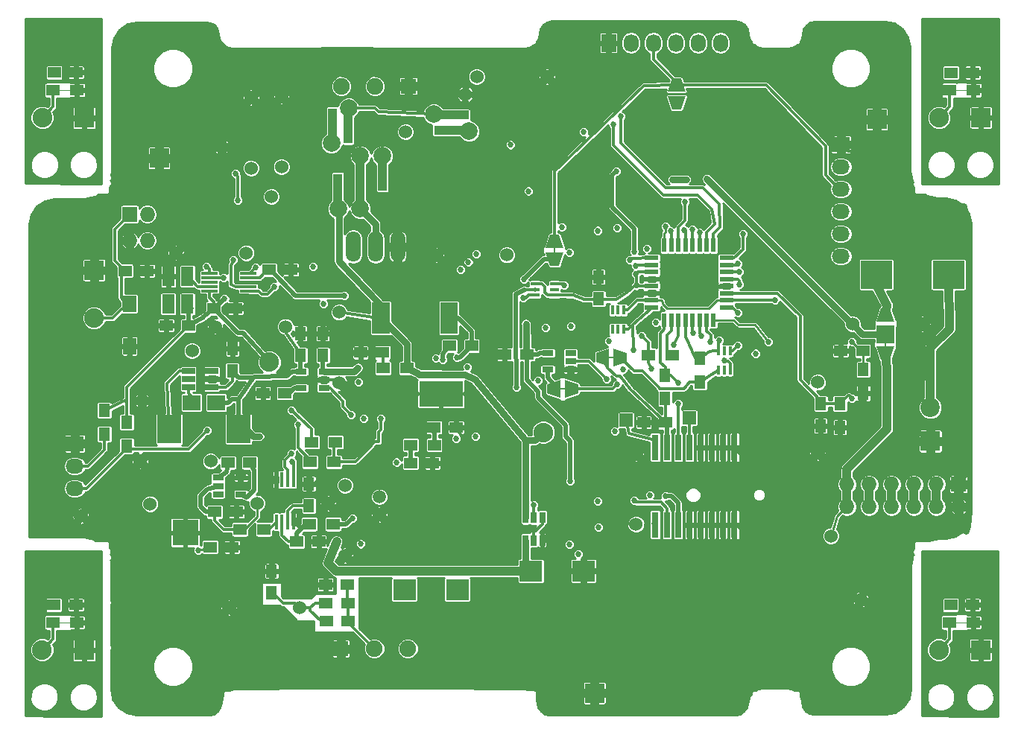
<source format=gbl>
G04 #@! TF.FileFunction,Copper,L4,Bot,Mixed*
%FSLAX46Y46*%
G04 Gerber Fmt 4.6, Leading zero omitted, Abs format (unit mm)*
G04 Created by KiCad (PCBNEW 4.0.6) date Friday, May 24, 2019 'PMt' 09:54:45 PM*
%MOMM*%
%LPD*%
G01*
G04 APERTURE LIST*
%ADD10C,0.100000*%
%ADD11C,0.200000*%
%ADD12C,1.524000*%
%ADD13C,0.600000*%
%ADD14R,2.235200X2.235200*%
%ADD15C,2.235200*%
%ADD16R,1.500000X1.250000*%
%ADD17R,1.700000X1.700000*%
%ADD18C,1.900000*%
%ADD19R,2.200000X2.200000*%
%ADD20C,2.200000*%
%ADD21R,1.727200X1.727200*%
%ADD22O,1.727200X1.727200*%
%ADD23R,1.250000X1.500000*%
%ADD24R,2.600000X2.400000*%
%ADD25R,1.060000X0.420000*%
%ADD26R,0.420000X1.060000*%
%ADD27R,2.032000X2.032000*%
%ADD28R,1.500000X1.300000*%
%ADD29R,2.000000X1.780000*%
%ADD30R,1.998980X3.599180*%
%ADD31O,1.699260X3.500120*%
%ADD32R,0.650000X1.300000*%
%ADD33R,2.700000X3.200000*%
%ADD34R,1.300000X1.500000*%
%ADD35R,2.032000X1.727200*%
%ADD36O,2.032000X1.727200*%
%ADD37R,1.500000X0.650000*%
%ADD38R,1.300000X0.650000*%
%ADD39R,0.800000X3.000000*%
%ADD40R,0.700000X3.000000*%
%ADD41R,1.600000X0.550000*%
%ADD42R,0.550000X1.600000*%
%ADD43R,1.900000X0.300000*%
%ADD44R,1.501140X1.501140*%
%ADD45R,1.430000X2.200000*%
%ADD46R,1.500000X1.900000*%
%ADD47R,1.727200X2.032000*%
%ADD48O,1.727200X2.032000*%
%ADD49R,3.000000X3.000000*%
%ADD50C,0.300000*%
%ADD51C,1.200000*%
%ADD52R,3.600000X3.200000*%
%ADD53R,0.450000X1.750000*%
%ADD54C,1.500000*%
%ADD55R,5.000000X3.000000*%
%ADD56C,2.000000*%
%ADD57R,1.000000X6.000000*%
%ADD58R,1.000000X4.000000*%
%ADD59R,4.000000X1.000000*%
%ADD60C,0.685800*%
%ADD61C,0.500000*%
%ADD62C,0.750000*%
%ADD63C,0.350000*%
%ADD64C,1.000000*%
%ADD65C,0.250000*%
%ADD66C,0.254000*%
G04 APERTURE END LIST*
D10*
D11*
X76660000Y-55634000D02*
X76660000Y-57742200D01*
X82104000Y-68850000D02*
X84212200Y-68850000D01*
X114262700Y-66692600D02*
X114275400Y-68165800D01*
X78626000Y-72430000D02*
X76517800Y-72430000D01*
D10*
X121556180Y-38485080D02*
X124289220Y-38464760D01*
X124243820Y-98994920D02*
X121510780Y-99015240D01*
X22393820Y-38464920D02*
X19660780Y-38485240D01*
X22383820Y-98994920D02*
X19650780Y-99015240D01*
D12*
X38843146Y-44913146D03*
X44500000Y-50570000D03*
D13*
X44500000Y-50570000D03*
X38843146Y-44913146D03*
D14*
X125110000Y-41600000D03*
D15*
X120330000Y-41590000D03*
D16*
X124170000Y-36480000D03*
X121670000Y-36480000D03*
D14*
X23220000Y-41640000D03*
D15*
X18450000Y-41580000D03*
D16*
X19800000Y-36470000D03*
X22300000Y-36470000D03*
D17*
X52380000Y-101980000D03*
D18*
X56190000Y-101980000D03*
X60000000Y-101980000D03*
D17*
X60050000Y-38020000D03*
D18*
X56240000Y-38020000D03*
X52430000Y-38020000D03*
D15*
X44260000Y-69400000D03*
X24350000Y-64370000D03*
D14*
X24350000Y-58950000D03*
D19*
X119360000Y-78380000D03*
D20*
X119360000Y-74570000D03*
D21*
X122570000Y-83280000D03*
D22*
X122570000Y-85820000D03*
X120030000Y-83280000D03*
X120030000Y-85820000D03*
X117490000Y-83280000D03*
X117490000Y-85820000D03*
X114950000Y-83280000D03*
X114950000Y-85820000D03*
X112410000Y-83280000D03*
X112410000Y-85820000D03*
X109870000Y-83280000D03*
X109870000Y-85820000D03*
D23*
X48750000Y-83230000D03*
X48750000Y-85730000D03*
D16*
X49880000Y-89810000D03*
X47380000Y-89810000D03*
D23*
X40040000Y-67870000D03*
X40040000Y-70370000D03*
D16*
X40510000Y-86420000D03*
X38010000Y-86420000D03*
X42030000Y-80820000D03*
X39530000Y-80820000D03*
D23*
X44515000Y-95655000D03*
X44515000Y-93155000D03*
D24*
X73950000Y-93150000D03*
X79950000Y-93150000D03*
D16*
X53130000Y-94690000D03*
X50630000Y-94690000D03*
D23*
X50350000Y-66140000D03*
X50350000Y-68640000D03*
D16*
X43510000Y-72930000D03*
X46010000Y-72930000D03*
D23*
X106900000Y-74140000D03*
X106900000Y-76640000D03*
D16*
X60290000Y-80850000D03*
X62790000Y-80850000D03*
X62970000Y-76820000D03*
X65470000Y-76820000D03*
X64710000Y-67540000D03*
X67210000Y-67540000D03*
X57130000Y-68310000D03*
X54630000Y-68310000D03*
X89300000Y-76260000D03*
X86800000Y-76260000D03*
D23*
X81650000Y-59690000D03*
X81650000Y-62190000D03*
D16*
X35040000Y-65230000D03*
X32540000Y-65230000D03*
X37920000Y-63280000D03*
X40420000Y-63280000D03*
X71010000Y-68520000D03*
X73510000Y-68520000D03*
X46690000Y-58890000D03*
X44190000Y-58890000D03*
D25*
X74440000Y-61770000D03*
X74440000Y-61120000D03*
X74440000Y-60470000D03*
X76640000Y-60470000D03*
X76640000Y-61770000D03*
X76640000Y-61120000D03*
D26*
X95290000Y-68130000D03*
X95940000Y-68130000D03*
X96590000Y-68130000D03*
X96590000Y-70330000D03*
X95290000Y-70330000D03*
X95940000Y-70330000D03*
D10*
G36*
X77660570Y-56384570D02*
X75659430Y-56384570D01*
X76159430Y-54883430D01*
X77160570Y-54883430D01*
X77660570Y-56384570D01*
X77660570Y-56384570D01*
G37*
G36*
X75648000Y-56904000D02*
X77672000Y-56904000D01*
X77172000Y-58428000D01*
X76148000Y-58428000D01*
X75648000Y-56904000D01*
X75648000Y-56904000D01*
G37*
G36*
X82854570Y-67849430D02*
X82854570Y-69850570D01*
X81353430Y-69350570D01*
X81353430Y-68349430D01*
X82854570Y-67849430D01*
X82854570Y-67849430D01*
G37*
G36*
X83374000Y-69862000D02*
X83374000Y-67838000D01*
X84898000Y-68338000D01*
X84898000Y-69362000D01*
X83374000Y-69862000D01*
X83374000Y-69862000D01*
G37*
G36*
X91510570Y-38644570D02*
X89509430Y-38644570D01*
X90009430Y-37143430D01*
X91010570Y-37143430D01*
X91510570Y-38644570D01*
X91510570Y-38644570D01*
G37*
G36*
X89498000Y-39164000D02*
X91522000Y-39164000D01*
X91022000Y-40688000D01*
X89998000Y-40688000D01*
X89498000Y-39164000D01*
X89498000Y-39164000D01*
G37*
G36*
X115262000Y-64813000D02*
X113238000Y-64813000D01*
X113738000Y-63289000D01*
X114762000Y-63289000D01*
X115262000Y-64813000D01*
X115262000Y-64813000D01*
G37*
G36*
X113249430Y-67618430D02*
X115250570Y-67618430D01*
X114750570Y-69119570D01*
X113749430Y-69119570D01*
X113249430Y-67618430D01*
X113249430Y-67618430D01*
G37*
D27*
X114250000Y-66210000D03*
D10*
G36*
X77875430Y-73430570D02*
X77875430Y-71429430D01*
X79376570Y-71929430D01*
X79376570Y-72930570D01*
X77875430Y-73430570D01*
X77875430Y-73430570D01*
G37*
G36*
X77356000Y-71418000D02*
X77356000Y-73442000D01*
X75832000Y-72942000D01*
X75832000Y-71918000D01*
X77356000Y-71418000D01*
X77356000Y-71418000D01*
G37*
D28*
X51480000Y-87820000D03*
X48780000Y-87820000D03*
D29*
X35400000Y-74010000D03*
X38200000Y-74010000D03*
D16*
X50690000Y-96770000D03*
X53190000Y-96770000D03*
D10*
G36*
X63661313Y-66169590D02*
X63661313Y-62570410D01*
X65660293Y-62570410D01*
X65660293Y-66169590D01*
X63661313Y-66169590D01*
X63661313Y-66169590D01*
G37*
D30*
X56939197Y-64370000D03*
D31*
X56310000Y-56270000D03*
X53770000Y-56270000D03*
X58850000Y-56270000D03*
D32*
X74320000Y-89650000D03*
X73370000Y-87050000D03*
X74320000Y-87050000D03*
X75270000Y-87050000D03*
X75270000Y-89650000D03*
X73370000Y-89650000D03*
D28*
X40940000Y-88410000D03*
X43640000Y-88410000D03*
D33*
X40770000Y-77030000D03*
X32870000Y-77030000D03*
D34*
X109080000Y-74100000D03*
X109080000Y-76800000D03*
D28*
X51780000Y-78490000D03*
X49080000Y-78490000D03*
X48890000Y-80750000D03*
X51590000Y-80750000D03*
X60280000Y-78820000D03*
X62980000Y-78820000D03*
X59890000Y-70080000D03*
X57190000Y-70080000D03*
D34*
X89210000Y-70860000D03*
X89210000Y-73560000D03*
D28*
X90050000Y-68600000D03*
X87350000Y-68600000D03*
D34*
X93150000Y-71680000D03*
X93150000Y-68980000D03*
X28040000Y-76220000D03*
X28040000Y-78920000D03*
X25500000Y-74890000D03*
X25500000Y-77590000D03*
D35*
X22150000Y-78660000D03*
D36*
X22150000Y-81200000D03*
X22150000Y-83740000D03*
D37*
X37740000Y-70370000D03*
X37740000Y-71320000D03*
X37740000Y-72270000D03*
X35040000Y-72270000D03*
X35040000Y-70370000D03*
X35040000Y-71320000D03*
D38*
X38430000Y-84420000D03*
X38430000Y-83470000D03*
X38430000Y-82520000D03*
X41030000Y-82520000D03*
X41030000Y-84420000D03*
D39*
X88095000Y-79080000D03*
D40*
X89415000Y-79080000D03*
X90685000Y-79080000D03*
X91955000Y-79080000D03*
X93225000Y-79080000D03*
X94495000Y-79080000D03*
X95765000Y-79080000D03*
D39*
X97085000Y-79080000D03*
X97085000Y-87880000D03*
D40*
X95765000Y-87880000D03*
X94495000Y-87880000D03*
X93225000Y-87880000D03*
X91955000Y-87880000D03*
X90685000Y-87880000D03*
X89415000Y-87880000D03*
D39*
X88095000Y-87880000D03*
D41*
X87670000Y-63150000D03*
X87670000Y-62350000D03*
X87670000Y-61550000D03*
X87670000Y-60750000D03*
X87670000Y-59950000D03*
X87670000Y-59150000D03*
X87670000Y-58350000D03*
X87670000Y-57550000D03*
D42*
X89120000Y-56100000D03*
X89920000Y-56100000D03*
X90720000Y-56100000D03*
X91520000Y-56100000D03*
X92320000Y-56100000D03*
X93120000Y-56100000D03*
X93920000Y-56100000D03*
X94720000Y-56100000D03*
D41*
X96170000Y-57550000D03*
X96170000Y-58350000D03*
X96170000Y-59150000D03*
X96170000Y-59950000D03*
X96170000Y-60750000D03*
X96170000Y-61550000D03*
X96170000Y-62350000D03*
X96170000Y-63150000D03*
D42*
X94720000Y-64600000D03*
X93920000Y-64600000D03*
X93120000Y-64600000D03*
X92320000Y-64600000D03*
X91520000Y-64600000D03*
X90720000Y-64600000D03*
X89920000Y-64600000D03*
X89120000Y-64600000D03*
D43*
X37440000Y-61290000D03*
X37440000Y-60790000D03*
X37440000Y-60290000D03*
X37440000Y-59790000D03*
X37440000Y-59290000D03*
X41840000Y-59290000D03*
X41840000Y-59790000D03*
X41840000Y-60290000D03*
X41840000Y-60790000D03*
X41840000Y-61290000D03*
D38*
X78470000Y-68340000D03*
X78470000Y-69290000D03*
X78470000Y-70240000D03*
X75870000Y-70240000D03*
X75870000Y-68340000D03*
D14*
X81190000Y-107020000D03*
D44*
X84800000Y-76000000D03*
X91950000Y-75750000D03*
D14*
X113270000Y-41800000D03*
X31740000Y-46180000D03*
D45*
X32790000Y-62800000D03*
X32790000Y-59660000D03*
X34950000Y-59660000D03*
X34950000Y-62800000D03*
D16*
X53220000Y-98860000D03*
X50720000Y-98860000D03*
X27850000Y-59010000D03*
X30350000Y-59010000D03*
D46*
X28380000Y-62760000D03*
X28380000Y-67560000D03*
D21*
X28390000Y-52580000D03*
D22*
X28390000Y-55570000D03*
X30390000Y-52580000D03*
X30390000Y-55570000D03*
D47*
X82790000Y-33110000D03*
D48*
X85330000Y-33110000D03*
X87870000Y-33110000D03*
X90410000Y-33110000D03*
X92950000Y-33110000D03*
X95490000Y-33110000D03*
D35*
X109190000Y-44650000D03*
D36*
X109190000Y-47190000D03*
X109190000Y-49730000D03*
X109190000Y-52270000D03*
X109190000Y-54810000D03*
X109190000Y-57350000D03*
D23*
X47810000Y-66140000D03*
X47810000Y-68640000D03*
D16*
X40010000Y-90420000D03*
X37510000Y-90420000D03*
D15*
X75360000Y-77380000D03*
D38*
X50450000Y-70450000D03*
X50450000Y-71400000D03*
X50450000Y-72350000D03*
X47850000Y-72350000D03*
X47850000Y-70450000D03*
D16*
X121650000Y-97000000D03*
X124150000Y-97000000D03*
X19790000Y-97000000D03*
X22290000Y-97000000D03*
D15*
X120310000Y-102110000D03*
D14*
X125090000Y-102120000D03*
D15*
X18440000Y-102110000D03*
D14*
X23210000Y-102170000D03*
D16*
X111660000Y-68120000D03*
X109160000Y-68120000D03*
D34*
X111730000Y-70230000D03*
X111730000Y-72930000D03*
D49*
X34710000Y-88770000D03*
D50*
X34986860Y-88018160D03*
X34461080Y-88018160D03*
X33965780Y-88028320D03*
X33958160Y-88490600D03*
X33955620Y-89008760D03*
X33975940Y-89511680D03*
X34438220Y-89516760D03*
X34946220Y-89529460D03*
X35444060Y-89506600D03*
X35459300Y-89006220D03*
X35459300Y-88505840D03*
X35433900Y-88038480D03*
D51*
X34710000Y-88770000D03*
D28*
X121560000Y-38480000D03*
X124260000Y-38480000D03*
X124240000Y-99000000D03*
X121540000Y-99000000D03*
X22390000Y-38470000D03*
X19690000Y-38470000D03*
X22380000Y-99000000D03*
X19680000Y-99000000D03*
D52*
X121410000Y-59440000D03*
X113210000Y-59440000D03*
D12*
X39670000Y-97290000D03*
X47670000Y-97290000D03*
D13*
X47670000Y-97290000D03*
X39670000Y-97290000D03*
D12*
X22831538Y-86889185D03*
X30710000Y-85500000D03*
D13*
X30710000Y-85500000D03*
X22831538Y-86889185D03*
D12*
X29580000Y-80660000D03*
X37580000Y-80660000D03*
D13*
X37580000Y-80660000D03*
X29580000Y-80660000D03*
D12*
X29813146Y-73776854D03*
X35470000Y-68120000D03*
D13*
X35470000Y-68120000D03*
X29813146Y-73776854D03*
D12*
X52840000Y-91400000D03*
X52840000Y-83400000D03*
D13*
X52840000Y-83400000D03*
X52840000Y-91400000D03*
D12*
X52200000Y-71740000D03*
X52200000Y-63740000D03*
D13*
X52200000Y-63740000D03*
X52200000Y-71740000D03*
D12*
X33630000Y-56970000D03*
X41630000Y-56970000D03*
D13*
X41630000Y-56970000D03*
X33630000Y-56970000D03*
D12*
X38100000Y-65360000D03*
X46100000Y-65360000D03*
D13*
X46100000Y-65360000D03*
X38100000Y-65360000D03*
D12*
X45620000Y-39180000D03*
X45620000Y-47180000D03*
D13*
X45620000Y-47180000D03*
X45620000Y-39180000D03*
D12*
X75810000Y-36940000D03*
X67810000Y-36940000D03*
D13*
X67810000Y-36940000D03*
X75810000Y-36940000D03*
D12*
X63220000Y-57210000D03*
X71220000Y-57210000D03*
D13*
X71220000Y-57210000D03*
X63220000Y-57210000D03*
D12*
X42190000Y-39330000D03*
X42190000Y-47330000D03*
D13*
X42190000Y-47330000D03*
X42190000Y-39330000D03*
D12*
X118500000Y-65070000D03*
X110500000Y-65070000D03*
D13*
X110500000Y-65070000D03*
X118500000Y-65070000D03*
D12*
X106560000Y-79690000D03*
X106560000Y-71690000D03*
D13*
X106560000Y-71690000D03*
X106560000Y-79690000D03*
D12*
X111430946Y-96400462D03*
X108050000Y-89150000D03*
D13*
X108050000Y-89150000D03*
X111430946Y-96400462D03*
D12*
X85920000Y-79840000D03*
X85920000Y-87840000D03*
D13*
X85920000Y-87840000D03*
X85920000Y-79840000D03*
D12*
X66524385Y-38970646D03*
X59740000Y-43210000D03*
D13*
X59740000Y-43210000D03*
X66524385Y-38970646D03*
D12*
X50890000Y-85440000D03*
X42890000Y-85440000D03*
D13*
X42890000Y-85440000D03*
X50890000Y-85440000D03*
D53*
X45045000Y-82750000D03*
X45695000Y-82750000D03*
X46345000Y-82750000D03*
X46995000Y-82750000D03*
X46995000Y-87550000D03*
X46345000Y-87550000D03*
X45695000Y-87550000D03*
X45045000Y-87550000D03*
D54*
X63762700Y-72977140D03*
D55*
X63750000Y-73000000D03*
D54*
X65350000Y-73000000D03*
X62150000Y-73000000D03*
D24*
X59610000Y-95280000D03*
X65610000Y-95280000D03*
D26*
X84530000Y-65680000D03*
X83880000Y-65680000D03*
X83230000Y-65680000D03*
X83230000Y-63480000D03*
X84530000Y-63480000D03*
X83880000Y-63480000D03*
D54*
X56760000Y-84730000D03*
X56760000Y-86730000D03*
D56*
X54590000Y-45950000D03*
X54590000Y-51950000D03*
X52090000Y-51950000D03*
X57090000Y-45950000D03*
D57*
X54590000Y-48950000D03*
D58*
X52050000Y-49966000D03*
X57130000Y-47934000D03*
D56*
X51325100Y-44520000D03*
X53268200Y-40520000D03*
D58*
X51414000Y-42520000D03*
X53192000Y-42520000D03*
D56*
X62930000Y-41195100D03*
X66930000Y-43138200D03*
D59*
X64930000Y-41284000D03*
X64930000Y-43062000D03*
D60*
X54370000Y-71630000D03*
X54330000Y-70030000D03*
X91640000Y-48640000D03*
X90040000Y-48630000D03*
X93960000Y-48540000D03*
X57020000Y-63620000D03*
X56940000Y-64500000D03*
X56920000Y-65430000D03*
X85170000Y-57800000D03*
X83480000Y-77250000D03*
X29100000Y-97180000D03*
X28320000Y-92760000D03*
X30000000Y-94550000D03*
X31900000Y-96620000D03*
X34130000Y-98070000D03*
X36260000Y-99970000D03*
X39110000Y-100980000D03*
X42180000Y-101090000D03*
X44640000Y-101090000D03*
X45810000Y-99240000D03*
X43240000Y-99240000D03*
X40780000Y-99300000D03*
X37990000Y-98800000D03*
X36150000Y-97120000D03*
X34360000Y-95550000D03*
X32350000Y-94050000D03*
X30500000Y-92090000D03*
X28990000Y-90580000D03*
X28660000Y-88400000D03*
X27040000Y-86500000D03*
X73490000Y-98660000D03*
X71890000Y-98530000D03*
X70380000Y-98470000D03*
X69800000Y-100070000D03*
X55380000Y-98910000D03*
X56890000Y-99160000D03*
X58670000Y-99130000D03*
X60320000Y-99380000D03*
X62080000Y-99380000D03*
X63910000Y-99420000D03*
X65410000Y-99420000D03*
X66970000Y-100130000D03*
X71570000Y-91850000D03*
X70230000Y-91140000D03*
X76990000Y-85770000D03*
X75140000Y-85820000D03*
X58440000Y-87130000D03*
X59420000Y-87970000D03*
X59560000Y-89370000D03*
X60630000Y-89940000D03*
X61940000Y-89940000D03*
X63110000Y-89980000D03*
X62630000Y-86120000D03*
X62630000Y-84780000D03*
X63540000Y-84900000D03*
X68130000Y-90000000D03*
X67000000Y-90020000D03*
X68010000Y-88900000D03*
X66610000Y-89020000D03*
X51590000Y-34260000D03*
X53380000Y-34200000D03*
X55530000Y-34240000D03*
X57970000Y-34120000D03*
X60190000Y-34140000D03*
X62460000Y-34080000D03*
X63660000Y-34120000D03*
X68170000Y-34160000D03*
X70280000Y-34250000D03*
X75270000Y-34180000D03*
X72710000Y-34200000D03*
X75830000Y-31630000D03*
X78230000Y-31570000D03*
X81250000Y-31520000D03*
X83740000Y-31290000D03*
X43130000Y-34270000D03*
X46020000Y-34250000D03*
X41070000Y-34260000D03*
X48880000Y-34330000D03*
X72120000Y-73170000D03*
X71510000Y-73920000D03*
X72340000Y-75160000D03*
X68760000Y-79040000D03*
X69700000Y-78010000D03*
X70750000Y-76950000D03*
X71830000Y-78660000D03*
X70900000Y-79760000D03*
X69840000Y-80830000D03*
X69350000Y-82360000D03*
X70960000Y-82480000D03*
X72380000Y-83150000D03*
X72420000Y-81990000D03*
X72420000Y-80810000D03*
X64720000Y-57910000D03*
X65760000Y-57550000D03*
X66630000Y-56880000D03*
X67400000Y-56180000D03*
X65160000Y-56020000D03*
X64680000Y-54230000D03*
X64600000Y-52440000D03*
X64900000Y-51160000D03*
X63900000Y-49650000D03*
X65690000Y-49650000D03*
X67590000Y-49820000D03*
X67610000Y-48530000D03*
X67700000Y-47000000D03*
X69260000Y-46240000D03*
X69260000Y-47720000D03*
X69320000Y-49370000D03*
X68790000Y-51070000D03*
X67170000Y-51130000D03*
X66300000Y-52140000D03*
X66330000Y-53810000D03*
X66360000Y-55240000D03*
X68370000Y-55270000D03*
X78230000Y-66450000D03*
X77130000Y-65430000D03*
X77180000Y-67440000D03*
X71420000Y-61810000D03*
X71360000Y-64350000D03*
X73460000Y-63560000D03*
X75380000Y-64240000D03*
X74490000Y-65490000D03*
X74890000Y-67210000D03*
X76000000Y-66450000D03*
X76020000Y-67320000D03*
X85970000Y-61570000D03*
X87320000Y-64660000D03*
X85710000Y-64050000D03*
X30880000Y-90140000D03*
X31630000Y-89410000D03*
X30880000Y-88670000D03*
X31600000Y-88000000D03*
X43120000Y-93340000D03*
X42380000Y-92620000D03*
X43160000Y-91900000D03*
X45330000Y-90750000D03*
X45720000Y-90090000D03*
X44810000Y-90120000D03*
X44100000Y-90730000D03*
X42410000Y-91260000D03*
X43180000Y-90610000D03*
X78680000Y-88290000D03*
X78680000Y-84550000D03*
X78730000Y-86700000D03*
X50430000Y-54740000D03*
X50410000Y-55960000D03*
X71810000Y-60740000D03*
X69780000Y-59840000D03*
X68800000Y-58990000D03*
X69290000Y-58120000D03*
X70270000Y-58850000D03*
X37500000Y-32300000D03*
X38440000Y-34260000D03*
X35540000Y-31570000D03*
X18140000Y-74680000D03*
X18050000Y-71390000D03*
X17890000Y-67630000D03*
X17930000Y-64580000D03*
X17890000Y-62100000D03*
X17930000Y-59660000D03*
X17930000Y-57070000D03*
X17970000Y-54600000D03*
X18660000Y-52360000D03*
X21460000Y-51740000D03*
X24480000Y-51630000D03*
X26880000Y-50680000D03*
X27330000Y-48390000D03*
X27270000Y-45990000D03*
X27210000Y-42800000D03*
X27210000Y-40010000D03*
X27210000Y-37160000D03*
X27270000Y-34590000D03*
X27880000Y-32130000D03*
X30120000Y-31570000D03*
X32800000Y-31570000D03*
X47020000Y-60320000D03*
X48000000Y-61020000D03*
X47860000Y-62780000D03*
X46580000Y-62810000D03*
X45740000Y-63700000D03*
X47020000Y-64010000D03*
X48250000Y-63700000D03*
X113660000Y-44870000D03*
X113460000Y-46050000D03*
X111790000Y-46130000D03*
X110810000Y-45450000D03*
X107510000Y-43560000D03*
X106230000Y-45260000D03*
X105230000Y-43700000D03*
X103820000Y-44270000D03*
X102260000Y-44170000D03*
X123520000Y-67970000D03*
X123290000Y-70980000D03*
X123440000Y-74100000D03*
X123380000Y-76990000D03*
X123550000Y-79700000D03*
X123490000Y-81780000D03*
X109160000Y-68120000D03*
X110310000Y-69990000D03*
X108990000Y-69680000D03*
X107210000Y-69790000D03*
X105390000Y-69850000D03*
X106120000Y-68620000D03*
X107350000Y-68150000D03*
X110920000Y-74460000D03*
X110870000Y-75860000D03*
X111290000Y-77170000D03*
X112510000Y-77310000D03*
X113130000Y-76300000D03*
X112210000Y-75410000D03*
X121900000Y-81670000D03*
X120800000Y-81220000D03*
X118750000Y-82360000D03*
X118080000Y-81120000D03*
X116270000Y-81120000D03*
X117020000Y-80060000D03*
X115980000Y-79210000D03*
X115180000Y-80200000D03*
X114070000Y-79320000D03*
X115060000Y-78260000D03*
X115980000Y-75320000D03*
X60530000Y-71780000D03*
X60510000Y-72740000D03*
X59390000Y-71810000D03*
X59680000Y-72740000D03*
X66810000Y-71940000D03*
X66830000Y-73770000D03*
X66880000Y-72810000D03*
X67730000Y-79820000D03*
X66450000Y-79320000D03*
X37650000Y-88050000D03*
X37720000Y-89100000D03*
X28380000Y-67560000D03*
X27660000Y-69380000D03*
X27630000Y-70550000D03*
X27380000Y-71670000D03*
X30370000Y-59040000D03*
X32790000Y-59660000D03*
X32160000Y-57680000D03*
X35050000Y-57760000D03*
X36310000Y-57680000D03*
X37910000Y-57490000D03*
X39200000Y-57570000D03*
X41810000Y-58560000D03*
X40810000Y-58510000D03*
X51860000Y-76460000D03*
X52680000Y-75710000D03*
X53370000Y-77180000D03*
X44980000Y-84760000D03*
X44070000Y-84900000D03*
X43720000Y-83770000D03*
X52820000Y-68380000D03*
X53000000Y-69560000D03*
X65880000Y-82070000D03*
X41010000Y-82540000D03*
X50190000Y-82480000D03*
X51390000Y-82440000D03*
X52720000Y-81990000D03*
X54000000Y-82260000D03*
X55240000Y-82300000D03*
X40510000Y-86420000D03*
X58600000Y-79110000D03*
X57540000Y-78970000D03*
X57420000Y-78090000D03*
X58480000Y-77710000D03*
X53290000Y-85020000D03*
X52020000Y-84820000D03*
X51140000Y-84140000D03*
X50070000Y-84220000D03*
X52750000Y-86090000D03*
X55960000Y-74420000D03*
X69840000Y-71630000D03*
X70190000Y-72750000D03*
X70720000Y-71090000D03*
X70730000Y-69930000D03*
X71000000Y-68540000D03*
X66920000Y-80830000D03*
X65910000Y-81050000D03*
X41740000Y-90400000D03*
X42590000Y-89790000D03*
X27080000Y-81370000D03*
X26550000Y-82340000D03*
X26550000Y-83520000D03*
X26880000Y-84510000D03*
X37320000Y-94930000D03*
X38420000Y-94990000D03*
X39550000Y-94950000D03*
X40600000Y-94930000D03*
X41700000Y-94380000D03*
X42890000Y-94190000D03*
X36550000Y-94190000D03*
X37600000Y-94170000D03*
X37060000Y-93310000D03*
X35960000Y-93380000D03*
X28000000Y-84530000D03*
X28060000Y-83250000D03*
X45290000Y-76360000D03*
X44930000Y-77370000D03*
X46020000Y-77670000D03*
X45990000Y-78680000D03*
X45230000Y-78540000D03*
X44090000Y-78200000D03*
X43460000Y-80870000D03*
X44400000Y-81480000D03*
X43300000Y-83010000D03*
X43730000Y-82280000D03*
X39680000Y-84550000D03*
X40360000Y-83560000D03*
X88390000Y-53950000D03*
X92480000Y-53420000D03*
X93490000Y-53750000D03*
X96050000Y-54580000D03*
X96640000Y-55530000D03*
X98940000Y-55640000D03*
X99830000Y-56470000D03*
X102860000Y-71140000D03*
X103650000Y-72050000D03*
X102820000Y-73520000D03*
X98450000Y-78260000D03*
X99730000Y-74860000D03*
X101640000Y-74640000D03*
X101800000Y-73400000D03*
X99590000Y-73400000D03*
X97940000Y-73380000D03*
X96220000Y-73330000D03*
X94670000Y-73420000D03*
X93270000Y-73190000D03*
X93820000Y-74760000D03*
X95380000Y-74780000D03*
X96930000Y-74800000D03*
X98470000Y-74820000D03*
X61650000Y-66320000D03*
X60570000Y-66530000D03*
X61430000Y-67460000D03*
X61310000Y-69760000D03*
X58810000Y-67620000D03*
X58810000Y-68680000D03*
X61830000Y-65130000D03*
X60610000Y-65250000D03*
X59030000Y-65150000D03*
X61660000Y-61830000D03*
X62570000Y-62520000D03*
X61710000Y-63600000D03*
X62590000Y-64370000D03*
X81650000Y-59690000D03*
X84430000Y-59450000D03*
X83360000Y-59500000D03*
X87080000Y-71860000D03*
X86060000Y-72070000D03*
X86870000Y-72890000D03*
X87770000Y-73750000D03*
X80840000Y-70930000D03*
X80860000Y-73290000D03*
X80850000Y-74720000D03*
X82650000Y-74430000D03*
X82710000Y-73150000D03*
X84290000Y-72860000D03*
X84290000Y-74230000D03*
X86050000Y-74190000D03*
X91460000Y-57840000D03*
X92220000Y-58450000D03*
X76890000Y-84600000D03*
X74400000Y-82760000D03*
X75330000Y-84570000D03*
X85660000Y-86100000D03*
X84030000Y-86550000D03*
X84070000Y-85430000D03*
X83220000Y-84180000D03*
X82990000Y-85340000D03*
X81050000Y-85930000D03*
X81850000Y-86510000D03*
X82660000Y-88020000D03*
X37290000Y-78800000D03*
X38360000Y-79110000D03*
X38810000Y-76480000D03*
X30480000Y-76100000D03*
X30990000Y-74660000D03*
X30470000Y-78500000D03*
X28030000Y-81760000D03*
X27980000Y-80510000D03*
X31140000Y-79980000D03*
X31380000Y-80950000D03*
X30620000Y-81670000D03*
X33240000Y-54800000D03*
X33220000Y-53480000D03*
X33160000Y-52100000D03*
X35840000Y-53440000D03*
X36350000Y-51390000D03*
X37170000Y-52510000D03*
X98330000Y-49160000D03*
X99140000Y-49970000D03*
X99990000Y-50760000D03*
X98890000Y-51920000D03*
X97850000Y-50930000D03*
X96180000Y-49450000D03*
X69400000Y-68290000D03*
X69380000Y-65940000D03*
X69320000Y-67030000D03*
X68090000Y-64510000D03*
X67950000Y-62330000D03*
X68030000Y-63380000D03*
X31440000Y-72970000D03*
X31500000Y-71770000D03*
X32370000Y-70630000D03*
X32130000Y-69450000D03*
X31250000Y-70450000D03*
X30440000Y-71380000D03*
X29520000Y-72180000D03*
X55960000Y-73060000D03*
X56340000Y-71830000D03*
X55280000Y-71810000D03*
X50840000Y-73710000D03*
X36420000Y-72340000D03*
X36410000Y-70320000D03*
X36440000Y-71410000D03*
X28190000Y-60690000D03*
X29590000Y-60830000D03*
X30790000Y-61050000D03*
X30960000Y-62530000D03*
X30870000Y-63950000D03*
X30850000Y-65410000D03*
X30790000Y-66660000D03*
X32100000Y-67110000D03*
X31180000Y-67890000D03*
X30480000Y-68820000D03*
X29500000Y-69630000D03*
X28670000Y-70600000D03*
X39370000Y-66050000D03*
X40570000Y-64600000D03*
X41520000Y-65300000D03*
X42580000Y-65970000D03*
X42640000Y-64760000D03*
X41910000Y-64230000D03*
X42660000Y-63340000D03*
X51860000Y-67140000D03*
X51770000Y-66050000D03*
X51440000Y-64790000D03*
X53060000Y-66920000D03*
X52970000Y-65850000D03*
X50320000Y-66160000D03*
X49430000Y-63760000D03*
X48590000Y-64540000D03*
X43360000Y-76240000D03*
X42770000Y-76850000D03*
X68970000Y-62020000D03*
X70160000Y-63170000D03*
X70140000Y-65250000D03*
X71320000Y-65610000D03*
X71300000Y-66930000D03*
X98070000Y-90490000D03*
X96810000Y-91440000D03*
X95630000Y-92700000D03*
X94560000Y-93800000D03*
X93500000Y-94910000D03*
X91900000Y-94950000D03*
X105960000Y-86680000D03*
X89800000Y-93490000D03*
X89800000Y-91920000D03*
X89720000Y-90440000D03*
X88350000Y-90190000D03*
X88430000Y-91780000D03*
X88350000Y-93120000D03*
X88400000Y-94690000D03*
X86980000Y-94550000D03*
X86950000Y-93180000D03*
X86920000Y-91700000D03*
X85500000Y-92030000D03*
X85520000Y-93180000D03*
X85520000Y-94490000D03*
X85270000Y-95720000D03*
X84210000Y-96560000D03*
X83350000Y-95050000D03*
X83620000Y-93680000D03*
X83600000Y-92310000D03*
X90080000Y-94940000D03*
X87090000Y-96590000D03*
X88740000Y-96620000D03*
X90220000Y-96560000D03*
X91870000Y-96640000D03*
X93630000Y-96640000D03*
X95160000Y-96640000D03*
X96160000Y-95550000D03*
X97350000Y-94410000D03*
X98530000Y-93190000D03*
X99750000Y-91820000D03*
X101080000Y-90490000D03*
X102530000Y-89310000D03*
X103520000Y-88050000D03*
X103900000Y-86640000D03*
X80550000Y-49230000D03*
X79100000Y-49260000D03*
X77620000Y-49710000D03*
X77420000Y-48480000D03*
X44400000Y-56490000D03*
X40040000Y-53670000D03*
X42610000Y-54540000D03*
X42800000Y-55630000D03*
X35110000Y-54820000D03*
X36250000Y-55600000D03*
X37710000Y-55740000D03*
X34560000Y-52930000D03*
X34790000Y-50330000D03*
X35800000Y-49110000D03*
X37860000Y-50030000D03*
X36680000Y-50090000D03*
X37750000Y-51230000D03*
X38450000Y-52240000D03*
X38110000Y-53340000D03*
X37230000Y-54170000D03*
X38470000Y-54840000D03*
X79840000Y-40020000D03*
X81560000Y-40010000D03*
X83040000Y-40010000D03*
X81850000Y-41360000D03*
X80100000Y-41350000D03*
X80690000Y-42720000D03*
X82510000Y-43030000D03*
X82230000Y-44120000D03*
X87540000Y-44870000D03*
X88710000Y-44340000D03*
X89970000Y-45070000D03*
X88930000Y-46100000D03*
X87370000Y-46440000D03*
X88400000Y-47440000D03*
X89880000Y-47470000D03*
X87010000Y-51910000D03*
X85470000Y-51860000D03*
X86610000Y-50570000D03*
X85690000Y-49570000D03*
X82730000Y-47220000D03*
X81220000Y-46770000D03*
X80830000Y-45400000D03*
X79460000Y-46020000D03*
X77730000Y-45680000D03*
X76440000Y-45910000D03*
X74940000Y-45370000D03*
X75100000Y-43890000D03*
X93120000Y-47160000D03*
X94330000Y-47270000D03*
X94800000Y-45570000D03*
X93710000Y-44510000D03*
X91500000Y-44540000D03*
X91670000Y-42500000D03*
X90190000Y-43470000D03*
X90390000Y-41320000D03*
X89040000Y-42500000D03*
X98550000Y-44050000D03*
X99430000Y-45580000D03*
X100300000Y-44140000D03*
X101480000Y-45520000D03*
X48450000Y-74940000D03*
X49090000Y-75910000D03*
X50000000Y-76860000D03*
X51010000Y-76870000D03*
X51010000Y-75900000D03*
X50030000Y-75320000D03*
X85910000Y-78480000D03*
X92260000Y-83290000D03*
X90390000Y-82760000D03*
X88090000Y-82120000D03*
X89100000Y-81390000D03*
X90640000Y-81330000D03*
X93520000Y-81420000D03*
X97120000Y-85640000D03*
X95550000Y-85580000D03*
X94070000Y-85580000D03*
X91670000Y-85610000D03*
X98680000Y-89070000D03*
X98680000Y-87450000D03*
X98680000Y-85800000D03*
X98570000Y-84410000D03*
X100140000Y-83040000D03*
X98600000Y-83040000D03*
X96810000Y-82950000D03*
X95140000Y-82760000D03*
X95050000Y-81560000D03*
X96810000Y-81700000D03*
X98530000Y-79970000D03*
X98410000Y-81720000D03*
X99900000Y-81840000D03*
X99820000Y-79970000D03*
X99900000Y-78260000D03*
X102220000Y-78370000D03*
X102220000Y-80280000D03*
X102300000Y-81920000D03*
X103970000Y-81800000D03*
X103940000Y-80200000D03*
X103900000Y-78370000D03*
X105920000Y-78430000D03*
X107460000Y-78370000D03*
X108880000Y-78400000D03*
X108240000Y-79680000D03*
X107930000Y-81030000D03*
X106510000Y-81670000D03*
X106530000Y-83210000D03*
X58330000Y-71510000D03*
X59010000Y-73540000D03*
X60490000Y-73620000D03*
X59480000Y-74580000D03*
X60690000Y-75610000D03*
X59210000Y-76960000D03*
X57880000Y-75670000D03*
X94760000Y-61550000D03*
X94750000Y-59420000D03*
X91840000Y-59240000D03*
X91820000Y-60460000D03*
X92870000Y-62030000D03*
X91940000Y-62680000D03*
X90740000Y-62650000D03*
X89580000Y-62420000D03*
X90130000Y-61070000D03*
X90170000Y-59010000D03*
X93500000Y-60500000D03*
X103900000Y-90940000D03*
X105160000Y-89690000D03*
X106180000Y-88320000D03*
X78980000Y-76790000D03*
X80510000Y-76850000D03*
X81890000Y-77740000D03*
X81380000Y-79490000D03*
X82990000Y-80610000D03*
X82950000Y-78900000D03*
X84290000Y-78270000D03*
X84250000Y-79960000D03*
X84230000Y-81540000D03*
X85910000Y-81890000D03*
X87030000Y-81140000D03*
X87110000Y-78700000D03*
X77520000Y-79150000D03*
X76000000Y-79190000D03*
X75960000Y-80790000D03*
X74490000Y-80810000D03*
X53370000Y-64680000D03*
X53450000Y-63140000D03*
X58140000Y-66930000D03*
X57040000Y-66870000D03*
X55800000Y-67200000D03*
X55270000Y-66160000D03*
X55290000Y-64990000D03*
X36180000Y-86690000D03*
X35140000Y-85210000D03*
X54680000Y-105900000D03*
X94590000Y-108810000D03*
X96620000Y-108770000D03*
X92030000Y-108960000D03*
X58550000Y-105900000D03*
X61070000Y-105920000D03*
X62710000Y-105870000D03*
X64970000Y-105720000D03*
X67220000Y-105670000D03*
X69960000Y-105610000D03*
X72810000Y-105700000D03*
X75390000Y-106060000D03*
X75830000Y-108010000D03*
X78050000Y-108900000D03*
X80900000Y-108990000D03*
X83350000Y-108910000D03*
X86560000Y-109130000D03*
X89060000Y-109110000D03*
X56630000Y-105890000D03*
X26940000Y-100360000D03*
X27000000Y-103100000D03*
X27110000Y-105780000D03*
X27950000Y-108130000D03*
X30800000Y-108690000D03*
X34210000Y-108740000D03*
X37730000Y-108240000D03*
X38170000Y-105840000D03*
X40290000Y-105850000D03*
X42730000Y-105750000D03*
X45190000Y-105810000D03*
X47430000Y-105830000D03*
X49510000Y-105780000D03*
X51220000Y-105800000D03*
X52720000Y-105890000D03*
X23810000Y-88680000D03*
X20680000Y-88740000D03*
X18320000Y-87660000D03*
X18230000Y-84990000D03*
X18230000Y-81700000D03*
X18140000Y-78590000D03*
X100640000Y-105830000D03*
X103180000Y-105750000D03*
X105330000Y-105810000D03*
X105720000Y-107990000D03*
X107540000Y-108770000D03*
X110110000Y-108850000D03*
X112910000Y-108800000D03*
X115200000Y-108440000D03*
X116310000Y-106790000D03*
X116340000Y-104470000D03*
X116290000Y-102120000D03*
X116370000Y-99550000D03*
X116310000Y-96730000D03*
X116320000Y-94220000D03*
X116240000Y-91250000D03*
X116360000Y-88960000D03*
X119060000Y-88810000D03*
X121770000Y-88770000D03*
X123380000Y-88620000D03*
X97920000Y-107700000D03*
X123630000Y-87150000D03*
X116540000Y-74190000D03*
X113130000Y-56940000D03*
X115120000Y-57000000D03*
X115730000Y-58620000D03*
X115840000Y-60150000D03*
X115870000Y-61860000D03*
X115990000Y-63890000D03*
X116050000Y-65490000D03*
X116030000Y-66850000D03*
X115950000Y-68560000D03*
X116030000Y-70190000D03*
X116070000Y-71570000D03*
X116030000Y-72910000D03*
X35860000Y-46490000D03*
X34980000Y-47290000D03*
X33870000Y-47470000D03*
X32760000Y-48140000D03*
X31840000Y-49130000D03*
X30870000Y-50030000D03*
X32370000Y-50860000D03*
X42020000Y-62500000D03*
X102640000Y-92280000D03*
X101350000Y-93610000D03*
X100050000Y-94910000D03*
X98910000Y-96240000D03*
X97610000Y-97500000D03*
X96470000Y-98530000D03*
X94490000Y-98760000D03*
X92620000Y-98720000D03*
X90680000Y-98830000D03*
X88960000Y-98760000D03*
X87100000Y-98830000D03*
X85380000Y-98600000D03*
X84100000Y-100030000D03*
X63680000Y-103430000D03*
X62180000Y-104740000D03*
X64780000Y-104620000D03*
X65300000Y-103630000D03*
X74680000Y-104100000D03*
X73150000Y-104080000D03*
X71550000Y-104160000D03*
X69910000Y-104100000D03*
X68400000Y-103460000D03*
X66750000Y-103320000D03*
X80970000Y-100030000D03*
X79840000Y-100710000D03*
X78110000Y-100740000D03*
X76460000Y-100750000D03*
X74860000Y-100680000D03*
X73380000Y-100680000D03*
X72830000Y-102570000D03*
X74310000Y-102520000D03*
X75800000Y-102580000D03*
X77300000Y-102530000D03*
X78940000Y-102530000D03*
X123360000Y-65080000D03*
X123420000Y-62810000D03*
X122610000Y-57000000D03*
X123380000Y-55910000D03*
X123330000Y-53870000D03*
X123100000Y-51690000D03*
X120090000Y-51740000D03*
X117400000Y-51800000D03*
X116010000Y-49620000D03*
X116170000Y-46830000D03*
X116170000Y-44150000D03*
X116280000Y-41160000D03*
X116280000Y-38050000D03*
X116370000Y-34850000D03*
X115660000Y-32270000D03*
X97220000Y-31390000D03*
X97660000Y-32770000D03*
X92090000Y-31350000D03*
X98150000Y-33870000D03*
X100320000Y-34560000D03*
X103140000Y-34560000D03*
X105310000Y-33570000D03*
X105960000Y-31740000D03*
X108320000Y-31280000D03*
X110720000Y-31360000D03*
X113440000Y-31470000D03*
X94030000Y-31350000D03*
X86820389Y-31330092D03*
X88870000Y-31400000D03*
X89240000Y-84630000D03*
X87510000Y-84490000D03*
X51890000Y-89770000D03*
X50940000Y-92240000D03*
X77770000Y-60660000D03*
X53670000Y-87130000D03*
X73430000Y-66250000D03*
X73400000Y-65040000D03*
X67740000Y-57110000D03*
X66870000Y-58030000D03*
X65950000Y-58860000D03*
X39180000Y-62170000D03*
X48760000Y-85720000D03*
X78420000Y-82930000D03*
X52750000Y-61860000D03*
X73450000Y-68560000D03*
X37740000Y-70370000D03*
X35030000Y-71330000D03*
X38430000Y-84420000D03*
X44500000Y-95640000D03*
X44560000Y-95650000D03*
X110430000Y-73500000D03*
X47490000Y-76520000D03*
X62760000Y-76820000D03*
X63980000Y-69130000D03*
X65210000Y-65570000D03*
X65530000Y-68870000D03*
X57190000Y-70080000D03*
X97680000Y-59150000D03*
X88150000Y-64920000D03*
X84410000Y-70230000D03*
X74790000Y-71510000D03*
X65450000Y-78090000D03*
X66760000Y-69960000D03*
X63150000Y-68930000D03*
X97510000Y-58200000D03*
X85940000Y-60690000D03*
X85890000Y-59380000D03*
X84140000Y-68850000D03*
X81690187Y-62300009D03*
X83650000Y-47720000D03*
X85730000Y-56810000D03*
X97640000Y-60530000D03*
X71670000Y-44690000D03*
X95330000Y-66940000D03*
X97500000Y-67530000D03*
X97490000Y-63760000D03*
X89250000Y-53950000D03*
X101670000Y-62330000D03*
X72360000Y-72270000D03*
X83780000Y-71930000D03*
X90204000Y-67400000D03*
X79390000Y-91230000D03*
X81585000Y-85205000D03*
X46840000Y-80690000D03*
X25530000Y-77570000D03*
X37140000Y-58500000D03*
X90510000Y-39926000D03*
X78380000Y-90080000D03*
X81650000Y-88140000D03*
X37220000Y-77160000D03*
X39060000Y-59790000D03*
X46780000Y-79800000D03*
X86520000Y-66430000D03*
X87620000Y-70120000D03*
X78490000Y-68360000D03*
X89880000Y-54510000D03*
X82560000Y-71330000D03*
X99470000Y-68400000D03*
X84160000Y-41460000D03*
X79960000Y-43200000D03*
X98070000Y-54820000D03*
X83320000Y-42360000D03*
X49200000Y-58540000D03*
X92350000Y-54330000D03*
X81580000Y-54430000D03*
X53540000Y-75370000D03*
X74260000Y-85660000D03*
X83760000Y-54150000D03*
X91410000Y-54380000D03*
X40180000Y-57750000D03*
X44850000Y-60840000D03*
X46770000Y-74860000D03*
X90699374Y-71719958D03*
X90690000Y-74100000D03*
X91440000Y-51150000D03*
X85910000Y-58420000D03*
X75645000Y-65445000D03*
X67670000Y-77800000D03*
X114420000Y-70210000D03*
X40420000Y-47940000D03*
X40690000Y-51010000D03*
X43140000Y-77840000D03*
X54600000Y-90070000D03*
X85600000Y-67990000D03*
X95920000Y-69230000D03*
X56900000Y-75780000D03*
X55010000Y-75770000D03*
X58720000Y-80760000D03*
X125960000Y-37710000D03*
X125920000Y-39250000D03*
X118740000Y-45550000D03*
X118730000Y-46750000D03*
X118810000Y-48010000D03*
X119780000Y-48720000D03*
X121250000Y-48720000D03*
X122720000Y-48710000D03*
X124350000Y-48710000D03*
X125900000Y-48710000D03*
X126770000Y-47950000D03*
X126820000Y-46740000D03*
X126810000Y-45450000D03*
X126590000Y-44240000D03*
X118820000Y-44300000D03*
X124240000Y-38570000D03*
X119830000Y-39170000D03*
X124170000Y-36480000D03*
X124390000Y-34750000D03*
X119090000Y-30950000D03*
X120510000Y-30970000D03*
X122030000Y-31000000D03*
X123590000Y-31030000D03*
X125000000Y-31060000D03*
X126480000Y-31040000D03*
X125750000Y-32290000D03*
X124390000Y-32230000D03*
X122760000Y-32200000D03*
X121300000Y-32170000D03*
X119820000Y-32140000D03*
X119110000Y-33390000D03*
X120580000Y-33370000D03*
X122080000Y-33400000D03*
X123630000Y-33430000D03*
X125080000Y-33470000D03*
X126500000Y-33500000D03*
X125780000Y-34750000D03*
X125860000Y-36180000D03*
X122850000Y-34620000D03*
X121360000Y-34650000D03*
X119830000Y-37610000D03*
X119850000Y-36210000D03*
X119810000Y-34650000D03*
X124150000Y-97000000D03*
X119810000Y-99690000D03*
X119810000Y-98130000D03*
X119830000Y-96730000D03*
X119790000Y-95170000D03*
X121340000Y-95170000D03*
X122830000Y-95140000D03*
X124370000Y-95270000D03*
X125760000Y-95270000D03*
X126480000Y-94020000D03*
X125060000Y-93990000D03*
X123610000Y-93950000D03*
X122060000Y-93920000D03*
X120560000Y-93890000D03*
X119090000Y-93910000D03*
X119800000Y-92660000D03*
X121280000Y-92690000D03*
X122740000Y-92720000D03*
X124370000Y-92750000D03*
X125730000Y-92810000D03*
X126460000Y-91560000D03*
X124980000Y-91580000D03*
X123570000Y-91550000D03*
X122010000Y-91520000D03*
X120490000Y-91490000D03*
X119070000Y-91470000D03*
X125840000Y-96700000D03*
X125940000Y-98230000D03*
X125900000Y-99770000D03*
X124220000Y-99090000D03*
X118800000Y-104820000D03*
X126570000Y-104760000D03*
X126790000Y-105970000D03*
X126800000Y-107260000D03*
X126750000Y-108470000D03*
X125880000Y-109230000D03*
X124330000Y-109230000D03*
X122700000Y-109230000D03*
X121230000Y-109240000D03*
X119760000Y-109240000D03*
X118790000Y-108530000D03*
X118710000Y-107270000D03*
X118720000Y-106070000D03*
X100973593Y-67097115D03*
X110430000Y-67090000D03*
X111730000Y-70230000D03*
X87110000Y-56470000D03*
X93370000Y-66430000D03*
X89410461Y-87919993D03*
X85710000Y-85130000D03*
X88030000Y-87740000D03*
X92370000Y-66050000D03*
X78370000Y-56900000D03*
X93150000Y-54680000D03*
X77460000Y-54010000D03*
X73690000Y-49940000D03*
X37540000Y-90420000D03*
X36200000Y-90760000D03*
X59600000Y-95300000D03*
X65610000Y-95280000D03*
X42710000Y-58610000D03*
X94340000Y-67080000D03*
X50370000Y-62730000D03*
X78480000Y-65320000D03*
X82800000Y-66980000D03*
X73150000Y-59970000D03*
X73120000Y-62070000D03*
X121540000Y-99000000D03*
X121620000Y-97010000D03*
X121640000Y-36490000D03*
X121560000Y-38480000D03*
X19680000Y-98990000D03*
X19760000Y-97000000D03*
X17210000Y-91460000D03*
X18630000Y-91480000D03*
X20150000Y-91510000D03*
X21710000Y-91540000D03*
X23120000Y-91570000D03*
X24600000Y-91550000D03*
X23870000Y-92800000D03*
X22510000Y-92740000D03*
X20880000Y-92710000D03*
X19420000Y-92680000D03*
X17940000Y-92650000D03*
X17230000Y-93900000D03*
X18700000Y-93880000D03*
X20200000Y-93910000D03*
X21750000Y-93940000D03*
X23200000Y-93980000D03*
X24620000Y-94010000D03*
X23900000Y-95260000D03*
X22510000Y-95260000D03*
X20970000Y-95130000D03*
X19480000Y-95160000D03*
X17930000Y-95160000D03*
X17970000Y-96720000D03*
X23980000Y-96690000D03*
X24080000Y-98220000D03*
X24040000Y-99760000D03*
X16860000Y-106060000D03*
X16850000Y-107260000D03*
X16930000Y-108520000D03*
X17900000Y-109230000D03*
X19370000Y-109230000D03*
X20840000Y-109220000D03*
X22470000Y-109220000D03*
X24020000Y-109220000D03*
X24890000Y-108460000D03*
X24940000Y-107250000D03*
X24930000Y-105960000D03*
X24710000Y-104750000D03*
X16940000Y-104810000D03*
X22360000Y-99080000D03*
X17950000Y-98120000D03*
X17950000Y-99680000D03*
X22290000Y-96990000D03*
X19770000Y-36470000D03*
X19690000Y-38460000D03*
X16950000Y-44280000D03*
X24720000Y-44220000D03*
X24940000Y-45430000D03*
X24950000Y-46720000D03*
X24900000Y-47930000D03*
X24030000Y-48690000D03*
X22480000Y-48690000D03*
X20850000Y-48690000D03*
X19380000Y-48700000D03*
X17910000Y-48700000D03*
X16940000Y-47990000D03*
X16860000Y-46730000D03*
X16870000Y-45530000D03*
X24050000Y-39230000D03*
X24090000Y-37690000D03*
X23990000Y-36160000D03*
X22300000Y-36460000D03*
X17960000Y-39150000D03*
X17960000Y-37590000D03*
X22370000Y-38550000D03*
X17980000Y-36190000D03*
X17940000Y-34630000D03*
X19490000Y-34630000D03*
X20980000Y-34600000D03*
X22520000Y-34730000D03*
X23910000Y-34730000D03*
X24630000Y-33480000D03*
X23210000Y-33450000D03*
X21760000Y-33410000D03*
X20210000Y-33380000D03*
X18710000Y-33350000D03*
X17240000Y-33370000D03*
X17950000Y-32120000D03*
X19430000Y-32150000D03*
X20890000Y-32180000D03*
X22520000Y-32210000D03*
X23880000Y-32270000D03*
X24610000Y-31020000D03*
X23130000Y-31040000D03*
X21720000Y-31010000D03*
X20160000Y-30980000D03*
X18640000Y-30950000D03*
X17220000Y-30930000D03*
D61*
X50350000Y-68640000D02*
X50350000Y-70350000D01*
X50350000Y-70350000D02*
X50450000Y-70450000D01*
D62*
X50450000Y-70450000D02*
X53910000Y-70450000D01*
X53910000Y-70450000D02*
X54330000Y-70030000D01*
X91640000Y-48640000D02*
X91630000Y-48630000D01*
X91630000Y-48630000D02*
X90040000Y-48630000D01*
X110500000Y-65070000D02*
X110450000Y-65070000D01*
X110450000Y-65070000D02*
X93960000Y-48580000D01*
X93960000Y-48580000D02*
X93960000Y-48540000D01*
X114250000Y-66210000D02*
X111640000Y-66220000D01*
X111640000Y-66220000D02*
X110500000Y-65080000D01*
X110500000Y-65080000D02*
X110500000Y-65070000D01*
X52160000Y-52020000D02*
X52160000Y-57910000D01*
X52160000Y-57910000D02*
X56939197Y-62959197D01*
X52160000Y-52020000D02*
X52090000Y-51950000D01*
X61280000Y-70790000D02*
X61280000Y-70760000D01*
X66380000Y-70810000D02*
X61280000Y-70790000D01*
X73370000Y-78250000D02*
X67570000Y-71280000D01*
X67570000Y-71280000D02*
X66380000Y-70810000D01*
X73370000Y-78290000D02*
X73370000Y-78250000D01*
X61280000Y-70760000D02*
X59890000Y-70080000D01*
X73370000Y-78290000D02*
X74450000Y-78290000D01*
X74450000Y-78290000D02*
X75360000Y-77380000D01*
D63*
X74450000Y-78290000D02*
X75360000Y-77380000D01*
D62*
X59890000Y-70080000D02*
X59890000Y-67320803D01*
X59890000Y-67320803D02*
X56939197Y-64370000D01*
X73370000Y-87050000D02*
X73370000Y-78290000D01*
X56939197Y-62959197D02*
X56939197Y-64370000D01*
D63*
X56939197Y-64370000D02*
X56560000Y-64370000D01*
X56560000Y-64370000D02*
X52200000Y-63740000D01*
D61*
X57020000Y-63620000D02*
X56939197Y-63700803D01*
X56939197Y-63700803D02*
X56940000Y-64500000D01*
X56920000Y-65430000D02*
X56939197Y-65410803D01*
X56939197Y-65410803D02*
X56940000Y-64500000D01*
D64*
X117490000Y-83280000D02*
X117490000Y-85820000D01*
D63*
X85400000Y-57570000D02*
X87670000Y-57550000D01*
X85170000Y-57800000D02*
X85400000Y-57570000D01*
D62*
X29100000Y-93540000D02*
X29100000Y-97180000D01*
X28320000Y-92760000D02*
X29100000Y-93540000D01*
X30000000Y-94720000D02*
X30000000Y-94550000D01*
X31900000Y-96620000D02*
X30000000Y-94720000D01*
X34360000Y-98070000D02*
X34130000Y-98070000D01*
X36260000Y-99970000D02*
X34360000Y-98070000D01*
X42070000Y-100980000D02*
X39110000Y-100980000D01*
X42180000Y-101090000D02*
X42070000Y-100980000D01*
X44640000Y-100410000D02*
X44640000Y-101090000D01*
X45810000Y-99240000D02*
X44640000Y-100410000D01*
X40840000Y-99240000D02*
X43240000Y-99240000D01*
X40780000Y-99300000D02*
X40840000Y-99240000D01*
X37830000Y-98800000D02*
X37990000Y-98800000D01*
X36150000Y-97120000D02*
X37830000Y-98800000D01*
X33850000Y-95550000D02*
X34360000Y-95550000D01*
X32350000Y-94050000D02*
X33850000Y-95550000D01*
X28990000Y-90580000D02*
X30500000Y-92090000D01*
X28660000Y-88120000D02*
X28660000Y-88400000D01*
X27040000Y-86500000D02*
X28660000Y-88120000D01*
D61*
X72020000Y-98660000D02*
X73490000Y-98660000D01*
X71890000Y-98530000D02*
X72020000Y-98660000D01*
X70380000Y-99490000D02*
X70380000Y-98470000D01*
X69800000Y-100070000D02*
X70380000Y-99490000D01*
X55380000Y-98910000D02*
X55630000Y-99160000D01*
X55630000Y-99160000D02*
X56890000Y-99160000D01*
X58670000Y-99130000D02*
X58920000Y-99380000D01*
X58920000Y-99380000D02*
X60320000Y-99380000D01*
X62080000Y-99380000D02*
X62120000Y-99420000D01*
X62120000Y-99420000D02*
X63910000Y-99420000D01*
X65410000Y-99420000D02*
X66120000Y-100130000D01*
X66120000Y-100130000D02*
X66970000Y-100130000D01*
X70940000Y-91850000D02*
X71570000Y-91850000D01*
X70230000Y-91140000D02*
X70940000Y-91850000D01*
X76890000Y-84600000D02*
X76890000Y-85670000D01*
X76890000Y-85670000D02*
X76990000Y-85770000D01*
X75300000Y-85660000D02*
X76050000Y-85660000D01*
X75140000Y-85820000D02*
X75300000Y-85660000D01*
X58580000Y-87130000D02*
X58440000Y-87130000D01*
X59420000Y-87970000D02*
X58580000Y-87130000D01*
X59560000Y-89780000D02*
X59560000Y-89370000D01*
X59720000Y-89940000D02*
X59560000Y-89780000D01*
X60630000Y-89940000D02*
X59720000Y-89940000D01*
X63070000Y-89940000D02*
X61940000Y-89940000D01*
X63110000Y-89980000D02*
X63070000Y-89940000D01*
X62630000Y-86120000D02*
X62630000Y-86220000D01*
X63420000Y-84780000D02*
X62630000Y-84780000D01*
X63540000Y-84900000D02*
X63420000Y-84780000D01*
X67020000Y-90000000D02*
X68130000Y-90000000D01*
X67000000Y-90020000D02*
X67020000Y-90000000D01*
X66730000Y-88900000D02*
X68010000Y-88900000D01*
X66610000Y-89020000D02*
X66730000Y-88900000D01*
D62*
X70280000Y-34250000D02*
X72660000Y-34250000D01*
X68170000Y-34160000D02*
X70200000Y-34170000D01*
X55460000Y-34170000D02*
X53380000Y-34200000D01*
X55530000Y-34240000D02*
X55460000Y-34170000D01*
X60150000Y-34100000D02*
X57970000Y-34120000D01*
X60190000Y-34140000D02*
X60150000Y-34100000D01*
X63630000Y-34140000D02*
X62460000Y-34080000D01*
X63660000Y-34120000D02*
X63630000Y-34140000D01*
X70200000Y-34170000D02*
X70280000Y-34250000D01*
X75200000Y-34110000D02*
X75270000Y-34180000D01*
X78340000Y-31680000D02*
X78230000Y-31570000D01*
X81090000Y-31680000D02*
X78340000Y-31680000D01*
X81250000Y-31520000D02*
X81090000Y-31680000D01*
X72710000Y-34200000D02*
X75200000Y-34110000D01*
X83740000Y-31290000D02*
X86820389Y-31330092D01*
X72660000Y-34250000D02*
X72710000Y-34200000D01*
X41070000Y-34260000D02*
X43130000Y-34270000D01*
X48950000Y-34260000D02*
X51590000Y-34260000D01*
X48880000Y-34330000D02*
X48950000Y-34260000D01*
D61*
X71510000Y-74330000D02*
X71510000Y-73920000D01*
X72340000Y-75160000D02*
X71510000Y-74330000D01*
X67980000Y-79820000D02*
X67730000Y-79820000D01*
X68760000Y-79040000D02*
X67980000Y-79820000D01*
X69700000Y-78000000D02*
X69700000Y-78010000D01*
X70750000Y-76950000D02*
X69700000Y-78000000D01*
X71830000Y-78830000D02*
X71830000Y-78660000D01*
X70900000Y-79760000D02*
X71830000Y-78830000D01*
X69840000Y-81870000D02*
X69840000Y-80830000D01*
X69350000Y-82360000D02*
X69840000Y-81870000D01*
X71710000Y-82480000D02*
X70960000Y-82480000D01*
X72380000Y-83150000D02*
X71710000Y-82480000D01*
X72420000Y-80810000D02*
X72420000Y-81990000D01*
X64720000Y-57910000D02*
X65080000Y-57550000D01*
X65080000Y-57550000D02*
X65760000Y-57550000D01*
X66630000Y-56880000D02*
X67330000Y-56180000D01*
X67330000Y-56180000D02*
X67400000Y-56180000D01*
X65160000Y-54710000D02*
X65160000Y-56020000D01*
X64680000Y-54230000D02*
X65160000Y-54710000D01*
X64600000Y-51460000D02*
X64600000Y-52440000D01*
X64900000Y-51160000D02*
X64600000Y-51460000D01*
X65690000Y-49650000D02*
X63900000Y-49650000D01*
X67590000Y-48550000D02*
X67590000Y-49820000D01*
X67610000Y-48530000D02*
X67590000Y-48550000D01*
X68500000Y-47000000D02*
X67700000Y-47000000D01*
X69260000Y-46240000D02*
X68500000Y-47000000D01*
X69260000Y-49310000D02*
X69260000Y-47720000D01*
X69320000Y-49370000D02*
X69260000Y-49310000D01*
X67230000Y-51070000D02*
X68790000Y-51070000D01*
X67170000Y-51130000D02*
X67230000Y-51070000D01*
X66300000Y-53780000D02*
X66300000Y-52140000D01*
X66330000Y-53810000D02*
X66300000Y-53780000D01*
X68340000Y-55240000D02*
X66360000Y-55240000D01*
X68370000Y-55270000D02*
X68340000Y-55240000D01*
X76000000Y-66450000D02*
X76110000Y-66450000D01*
X76110000Y-66450000D02*
X77130000Y-65430000D01*
X71420000Y-61810000D02*
X71420000Y-64290000D01*
X71360000Y-64350000D02*
X71420000Y-64290000D01*
X75380000Y-64240000D02*
X73460000Y-63560000D01*
X74490000Y-66810000D02*
X74490000Y-65490000D01*
X74890000Y-67210000D02*
X74490000Y-66810000D01*
X76000000Y-67300000D02*
X76000000Y-66450000D01*
X76020000Y-67320000D02*
X76000000Y-67300000D01*
D63*
X85990000Y-61550000D02*
X85970000Y-61570000D01*
X87670000Y-61550000D02*
X85990000Y-61550000D01*
D65*
X30900000Y-90140000D02*
X30880000Y-90140000D01*
X31630000Y-89410000D02*
X30900000Y-90140000D01*
X30930000Y-88670000D02*
X30880000Y-88670000D01*
X31600000Y-88000000D02*
X30930000Y-88670000D01*
D63*
X42890000Y-93570000D02*
X42890000Y-94190000D01*
X43120000Y-93340000D02*
X42890000Y-93570000D01*
X42440000Y-92620000D02*
X42380000Y-92620000D01*
X43160000Y-91900000D02*
X42440000Y-92620000D01*
D65*
X45330000Y-90590000D02*
X45330000Y-90750000D01*
X45720000Y-90090000D02*
X45330000Y-90590000D01*
X44720000Y-90120000D02*
X44810000Y-90120000D01*
X44100000Y-90730000D02*
X44720000Y-90120000D01*
X42410000Y-91100000D02*
X42410000Y-91260000D01*
X43180000Y-90610000D02*
X42410000Y-91100000D01*
D61*
X76890000Y-84600000D02*
X78630000Y-84600000D01*
X76240000Y-88680000D02*
X75270000Y-89650000D01*
X78390000Y-88440000D02*
X76240000Y-88680000D01*
X78680000Y-88290000D02*
X78390000Y-88440000D01*
X78680000Y-84550000D02*
X78730000Y-84600000D01*
X78730000Y-84600000D02*
X78730000Y-86700000D01*
X78630000Y-84600000D02*
X78680000Y-84550000D01*
D63*
X50430000Y-55940000D02*
X50430000Y-54740000D01*
X50410000Y-55960000D02*
X50430000Y-55940000D01*
D61*
X71810000Y-60740000D02*
X70910000Y-59840000D01*
X70910000Y-59840000D02*
X69780000Y-59840000D01*
X68800000Y-58990000D02*
X69290000Y-58500000D01*
X69290000Y-58500000D02*
X69290000Y-58120000D01*
X70270000Y-58850000D02*
X70290000Y-58830000D01*
D62*
X37500000Y-33650000D02*
X37500000Y-32300000D01*
X38440000Y-34260000D02*
X37500000Y-33650000D01*
X18140000Y-71480000D02*
X18140000Y-74680000D01*
X18050000Y-71390000D02*
X18140000Y-71480000D01*
X17890000Y-64620000D02*
X17890000Y-67630000D01*
X17930000Y-64580000D02*
X17890000Y-64620000D01*
X17890000Y-59700000D02*
X17890000Y-62100000D01*
X17930000Y-59660000D02*
X17890000Y-59700000D01*
X17930000Y-54640000D02*
X17930000Y-57070000D01*
X17970000Y-54600000D02*
X17930000Y-54640000D01*
X20840000Y-52360000D02*
X18660000Y-52360000D01*
X21460000Y-51740000D02*
X20840000Y-52360000D01*
X25930000Y-51630000D02*
X24480000Y-51630000D01*
X26880000Y-50680000D02*
X25930000Y-51630000D01*
X27330000Y-46050000D02*
X27330000Y-48390000D01*
X27270000Y-45990000D02*
X27330000Y-46050000D01*
X27210000Y-40010000D02*
X27210000Y-42800000D01*
X27210000Y-34650000D02*
X27210000Y-37160000D01*
X27270000Y-34590000D02*
X27210000Y-34650000D01*
X29560000Y-32130000D02*
X27880000Y-32130000D01*
X30120000Y-31570000D02*
X29560000Y-32130000D01*
X35540000Y-31570000D02*
X32800000Y-31570000D01*
D63*
X87670000Y-61550000D02*
X86620000Y-61550000D01*
D61*
X46650000Y-59950000D02*
X47020000Y-60320000D01*
X48000000Y-61020000D02*
X48060000Y-61080000D01*
X45740000Y-63700000D02*
X46050000Y-64010000D01*
X46050000Y-64010000D02*
X47020000Y-64010000D01*
X48250000Y-63700000D02*
X48590000Y-64040000D01*
X48590000Y-64540000D02*
X48590000Y-64040000D01*
X46650000Y-59950000D02*
X46690000Y-58890000D01*
X119360000Y-78380000D02*
X119040000Y-78380000D01*
X119040000Y-78380000D02*
X115980000Y-75320000D01*
D63*
X109990000Y-45450000D02*
X110810000Y-45450000D01*
D61*
X113460000Y-45070000D02*
X113660000Y-44870000D01*
X113460000Y-45070000D02*
X113460000Y-46050000D01*
X111790000Y-46130000D02*
X111620000Y-45960000D01*
X111620000Y-45960000D02*
X110810000Y-45450000D01*
D63*
X109990000Y-45450000D02*
X109190000Y-44650000D01*
X107510000Y-43560000D02*
X108100000Y-43560000D01*
D61*
X106230000Y-45260000D02*
X105230000Y-43740000D01*
X105230000Y-43740000D02*
X105230000Y-43700000D01*
X103820000Y-44270000D02*
X103720000Y-44170000D01*
X103720000Y-44170000D02*
X102260000Y-44170000D01*
D63*
X108100000Y-43560000D02*
X109190000Y-44650000D01*
D64*
X122570000Y-83280000D02*
X122570000Y-82700000D01*
X122570000Y-82700000D02*
X123490000Y-81780000D01*
D62*
X123460000Y-70810000D02*
X123520000Y-67970000D01*
X123290000Y-70980000D02*
X123460000Y-70810000D01*
X123430000Y-76940000D02*
X123440000Y-74100000D01*
X123380000Y-76990000D02*
X123430000Y-76940000D01*
X123390000Y-81680000D02*
X123550000Y-79700000D01*
X123490000Y-81780000D02*
X123390000Y-81680000D01*
X109300000Y-69990000D02*
X110310000Y-69990000D01*
X108990000Y-69680000D02*
X109300000Y-69990000D01*
X105450000Y-69790000D02*
X107210000Y-69790000D01*
X105390000Y-69850000D02*
X105450000Y-69790000D01*
X106880000Y-68620000D02*
X106120000Y-68620000D01*
X107350000Y-68150000D02*
X106880000Y-68620000D01*
X111730000Y-72930000D02*
X111730000Y-73650000D01*
X111730000Y-73650000D02*
X110920000Y-74460000D01*
X110870000Y-75860000D02*
X111290000Y-76280000D01*
X111290000Y-76280000D02*
X111290000Y-77170000D01*
X112510000Y-77310000D02*
X113130000Y-76690000D01*
X113130000Y-76690000D02*
X113130000Y-76300000D01*
X122570000Y-82340000D02*
X122570000Y-83280000D01*
X121900000Y-81670000D02*
X122570000Y-82340000D01*
X119890000Y-81220000D02*
X120800000Y-81220000D01*
X118750000Y-82360000D02*
X119890000Y-81220000D01*
X116270000Y-81120000D02*
X118080000Y-81120000D01*
X116830000Y-80060000D02*
X117020000Y-80060000D01*
X115980000Y-79210000D02*
X116830000Y-80060000D01*
X114950000Y-80200000D02*
X115180000Y-80200000D01*
X114070000Y-79320000D02*
X114950000Y-80200000D01*
X115860000Y-77460000D02*
X115060000Y-78260000D01*
X115860000Y-76780000D02*
X115860000Y-77460000D01*
X115980000Y-76660000D02*
X115860000Y-76780000D01*
X115980000Y-75320000D02*
X115980000Y-76660000D01*
D63*
X60560000Y-71770000D02*
X60540000Y-71770000D01*
X60540000Y-71770000D02*
X60530000Y-71780000D01*
X60510000Y-72740000D02*
X59680000Y-72740000D01*
X59377557Y-71702764D02*
X59377557Y-71702763D01*
X59377557Y-71797557D02*
X59377557Y-71702764D01*
X59390000Y-71810000D02*
X59377557Y-71797557D01*
X66830000Y-72860000D02*
X66830000Y-73770000D01*
X66880000Y-72810000D02*
X66830000Y-72860000D01*
X65470000Y-76820000D02*
X65470000Y-77100000D01*
X65470000Y-77100000D02*
X66450000Y-78080000D01*
X66450000Y-78080000D02*
X66450000Y-79320000D01*
X37720000Y-88120000D02*
X37650000Y-88050000D01*
X37720000Y-88120000D02*
X37720000Y-89100000D01*
D61*
X28380000Y-68660000D02*
X27660000Y-69380000D01*
X27630000Y-70550000D02*
X27380000Y-70800000D01*
X27380000Y-70800000D02*
X27380000Y-71670000D01*
X28380000Y-67560000D02*
X28380000Y-68660000D01*
D63*
X30370000Y-59040000D02*
X30350000Y-59020000D01*
X30350000Y-59020000D02*
X30350000Y-59010000D01*
D61*
X32790000Y-58310000D02*
X32160000Y-57680000D01*
X35050000Y-57760000D02*
X35130000Y-57680000D01*
X35130000Y-57680000D02*
X36310000Y-57680000D01*
X37910000Y-57490000D02*
X37990000Y-57570000D01*
X37990000Y-57570000D02*
X39200000Y-57570000D01*
X32790000Y-59660000D02*
X32790000Y-58310000D01*
D63*
X41840000Y-60290000D02*
X40540000Y-60290000D01*
X40810000Y-58740000D02*
X40810000Y-58510000D01*
X40370000Y-59180000D02*
X40810000Y-58740000D01*
X40370000Y-60120000D02*
X40370000Y-59180000D01*
X40540000Y-60290000D02*
X40370000Y-60120000D01*
D61*
X51450000Y-76870000D02*
X51860000Y-76460000D01*
X52680000Y-75710000D02*
X52970000Y-76470000D01*
X52970000Y-76470000D02*
X53370000Y-77180000D01*
X51450000Y-76870000D02*
X51010000Y-76870000D01*
D63*
X40010000Y-90420000D02*
X41720000Y-90420000D01*
X41720000Y-90420000D02*
X41740000Y-90400000D01*
X44980000Y-84760000D02*
X44490000Y-84900000D01*
X44975000Y-84755000D02*
X44980000Y-84760000D01*
X44070000Y-84900000D02*
X43720000Y-84550000D01*
X43720000Y-84550000D02*
X43720000Y-83770000D01*
X44975000Y-84755000D02*
X45045000Y-82750000D01*
X44490000Y-84900000D02*
X44070000Y-84900000D01*
X53000000Y-68560000D02*
X53000000Y-69560000D01*
X53000000Y-68560000D02*
X52820000Y-68380000D01*
X41010000Y-82540000D02*
X41030000Y-82520000D01*
D61*
X49440000Y-83230000D02*
X50190000Y-82480000D01*
X51390000Y-82440000D02*
X51840000Y-81990000D01*
X51840000Y-81990000D02*
X52720000Y-81990000D01*
X54000000Y-82260000D02*
X54040000Y-82300000D01*
X54040000Y-82300000D02*
X55240000Y-82300000D01*
X48750000Y-83230000D02*
X49440000Y-83230000D01*
D63*
X40030000Y-90430000D02*
X40020000Y-90420000D01*
X40020000Y-90420000D02*
X40010000Y-90420000D01*
X39680000Y-84980000D02*
X40020000Y-85320000D01*
X40020000Y-85320000D02*
X40410000Y-85320000D01*
X40410000Y-85320000D02*
X40510000Y-85420000D01*
X40510000Y-85420000D02*
X40510000Y-86420000D01*
X39680000Y-84550000D02*
X39680000Y-84980000D01*
D61*
X59210000Y-76960000D02*
X59210000Y-76980000D01*
X58600000Y-79110000D02*
X58640000Y-79110000D01*
X57370000Y-78140000D02*
X57540000Y-78970000D01*
X57420000Y-78090000D02*
X57370000Y-78140000D01*
X59210000Y-76980000D02*
X58480000Y-77710000D01*
X52220000Y-85020000D02*
X53290000Y-85020000D01*
X52020000Y-84820000D02*
X52220000Y-85020000D01*
X51080000Y-84140000D02*
X51140000Y-84140000D01*
X50070000Y-84220000D02*
X51080000Y-84140000D01*
X69840000Y-71630000D02*
X70190000Y-71980000D01*
X70190000Y-71980000D02*
X70190000Y-72750000D01*
X70720000Y-71090000D02*
X70760000Y-71050000D01*
X70760000Y-71050000D02*
X70730000Y-69930000D01*
X71000000Y-68540000D02*
X71010000Y-68530000D01*
X71010000Y-68530000D02*
X71010000Y-68520000D01*
X65560000Y-81400000D02*
X65910000Y-81050000D01*
X65880000Y-82070000D02*
X65560000Y-81400000D01*
X67730000Y-80020000D02*
X67730000Y-79820000D01*
X66920000Y-80830000D02*
X67730000Y-80020000D01*
X52840000Y-91090000D02*
X52840000Y-91400000D01*
D65*
X42590000Y-89790000D02*
X42670000Y-89710000D01*
D63*
X27080000Y-81810000D02*
X27080000Y-81370000D01*
X26550000Y-82340000D02*
X27080000Y-81810000D01*
X26550000Y-84180000D02*
X26550000Y-83520000D01*
X26880000Y-84510000D02*
X26550000Y-84180000D01*
X43300000Y-93110000D02*
X44470000Y-93110000D01*
X42890000Y-94190000D02*
X43300000Y-93780000D01*
X43300000Y-93780000D02*
X43300000Y-93110000D01*
X44470000Y-93110000D02*
X44515000Y-93155000D01*
X36550000Y-94190000D02*
X36580000Y-94190000D01*
X36580000Y-94190000D02*
X37320000Y-94930000D01*
X38420000Y-94990000D02*
X38460000Y-94950000D01*
X38460000Y-94950000D02*
X39550000Y-94950000D01*
X40600000Y-94930000D02*
X41130000Y-94470000D01*
X41130000Y-94470000D02*
X41700000Y-94380000D01*
X37580000Y-94190000D02*
X36550000Y-94190000D01*
X37600000Y-94170000D02*
X37580000Y-94190000D01*
X36030000Y-93310000D02*
X37060000Y-93310000D01*
X35960000Y-93380000D02*
X36030000Y-93310000D01*
D61*
X28000000Y-84530000D02*
X28060000Y-84470000D01*
X28060000Y-84470000D02*
X28060000Y-83250000D01*
X45290000Y-77010000D02*
X45290000Y-76360000D01*
X44930000Y-77370000D02*
X45290000Y-77010000D01*
X46020000Y-78650000D02*
X46020000Y-77670000D01*
X45990000Y-78680000D02*
X46020000Y-78650000D01*
X44430000Y-78540000D02*
X45230000Y-78540000D01*
X44090000Y-78200000D02*
X44430000Y-78540000D01*
X43790000Y-80870000D02*
X43460000Y-80870000D01*
X44400000Y-81480000D02*
X43790000Y-80870000D01*
X43300000Y-83010000D02*
X43730000Y-82580000D01*
X43730000Y-82580000D02*
X43730000Y-82280000D01*
D63*
X45045000Y-82750000D02*
X45045000Y-81345000D01*
X45045000Y-81345000D02*
X44910000Y-81480000D01*
X44910000Y-81480000D02*
X44400000Y-81480000D01*
D61*
X39670000Y-84560000D02*
X39620000Y-85270000D01*
X39680000Y-84550000D02*
X39670000Y-84560000D01*
X40910000Y-83220000D02*
X40360000Y-83560000D01*
X41030000Y-82520000D02*
X40910000Y-83220000D01*
D63*
X87010000Y-51910000D02*
X87010000Y-52770000D01*
X87010000Y-52770000D02*
X88390000Y-53950000D01*
X92480000Y-53420000D02*
X92810000Y-53750000D01*
X92810000Y-53750000D02*
X93490000Y-53750000D01*
X96050000Y-54580000D02*
X96640000Y-55170000D01*
X96640000Y-55170000D02*
X96640000Y-55530000D01*
X98940000Y-55640000D02*
X99770000Y-56470000D01*
X99770000Y-56470000D02*
X99830000Y-56470000D01*
D61*
X101800000Y-73400000D02*
X102700000Y-73400000D01*
X102860000Y-71260000D02*
X102860000Y-71140000D01*
X103650000Y-72050000D02*
X102860000Y-71260000D01*
X102700000Y-73400000D02*
X102820000Y-73520000D01*
X98450000Y-78260000D02*
X98450000Y-74840000D01*
X98530000Y-79970000D02*
X98450000Y-79890000D01*
X98450000Y-79890000D02*
X98450000Y-78260000D01*
X99650000Y-74780000D02*
X98450000Y-74780000D01*
X99730000Y-74860000D02*
X99650000Y-74780000D01*
X101640000Y-73560000D02*
X101640000Y-74640000D01*
X101800000Y-73400000D02*
X101640000Y-73560000D01*
X97960000Y-73400000D02*
X99590000Y-73400000D01*
X97940000Y-73380000D02*
X97960000Y-73400000D01*
X94760000Y-73330000D02*
X96220000Y-73330000D01*
X94670000Y-73420000D02*
X94760000Y-73330000D01*
X93270000Y-74210000D02*
X93270000Y-73190000D01*
X93820000Y-74760000D02*
X93270000Y-74210000D01*
X96910000Y-74780000D02*
X95380000Y-74780000D01*
X96930000Y-74800000D02*
X96910000Y-74780000D01*
X98450000Y-74840000D02*
X98470000Y-74820000D01*
X60780000Y-66320000D02*
X61650000Y-66320000D01*
X60570000Y-66530000D02*
X60780000Y-66320000D01*
X61410000Y-69660000D02*
X61430000Y-67460000D01*
X61310000Y-69760000D02*
X61410000Y-69660000D01*
X58810000Y-67620000D02*
X58810000Y-68680000D01*
X60610000Y-65250000D02*
X59130000Y-65250000D01*
X61710000Y-65250000D02*
X61830000Y-65130000D01*
X61710000Y-65250000D02*
X60610000Y-65250000D01*
X59130000Y-65250000D02*
X59030000Y-65150000D01*
X61880000Y-61830000D02*
X61660000Y-61830000D01*
X62570000Y-62520000D02*
X61880000Y-61830000D01*
X61820000Y-63600000D02*
X61710000Y-63600000D01*
X62590000Y-64370000D02*
X61820000Y-63600000D01*
X83410000Y-59450000D02*
X84430000Y-59450000D01*
X83360000Y-59500000D02*
X83410000Y-59450000D01*
X86060000Y-72080000D02*
X86060000Y-72070000D01*
X86870000Y-72890000D02*
X86060000Y-72080000D01*
X86800000Y-76260000D02*
X86800000Y-74940000D01*
X86800000Y-74940000D02*
X86050000Y-74190000D01*
X80150000Y-70240000D02*
X80840000Y-70930000D01*
X80860000Y-73290000D02*
X80850000Y-73300000D01*
X80850000Y-73300000D02*
X80850000Y-74720000D01*
X82650000Y-74430000D02*
X82710000Y-74370000D01*
X82710000Y-74370000D02*
X82710000Y-73150000D01*
X84290000Y-72860000D02*
X84290000Y-74230000D01*
X78470000Y-70240000D02*
X80150000Y-70240000D01*
X86030000Y-74170000D02*
X86010000Y-74170000D01*
X86050000Y-74190000D02*
X86030000Y-74170000D01*
D63*
X91610000Y-57840000D02*
X91460000Y-57840000D01*
X92220000Y-58450000D02*
X91610000Y-57840000D01*
D61*
X76050000Y-85660000D02*
X76050000Y-85440000D01*
X76050000Y-85440000D02*
X76890000Y-84600000D01*
X74490000Y-82670000D02*
X74490000Y-80810000D01*
X74400000Y-82760000D02*
X74490000Y-82670000D01*
X75330000Y-84940000D02*
X75330000Y-84570000D01*
X76050000Y-85660000D02*
X75330000Y-84940000D01*
D63*
X81850000Y-86510000D02*
X81850000Y-86480000D01*
X84480000Y-86100000D02*
X85660000Y-86100000D01*
X84030000Y-86550000D02*
X84480000Y-86100000D01*
X84070000Y-85030000D02*
X84070000Y-85430000D01*
X83220000Y-84180000D02*
X84070000Y-85030000D01*
X81850000Y-86480000D02*
X82990000Y-85340000D01*
X81850000Y-87210000D02*
X81850000Y-86510000D01*
X82660000Y-88020000D02*
X81850000Y-87210000D01*
D61*
X38360000Y-76930000D02*
X38360000Y-79110000D01*
X38810000Y-76480000D02*
X38360000Y-76930000D01*
X30480000Y-76100000D02*
X30480000Y-75170000D01*
X30480000Y-75170000D02*
X30990000Y-74660000D01*
X30470000Y-78500000D02*
X30480000Y-78500000D01*
X28030000Y-81760000D02*
X27980000Y-81710000D01*
X27980000Y-81710000D02*
X27980000Y-80510000D01*
X31140000Y-79980000D02*
X31120000Y-79980000D01*
X31340000Y-80950000D02*
X31380000Y-80950000D01*
X30620000Y-81670000D02*
X31340000Y-80950000D01*
X33240000Y-54800000D02*
X33220000Y-54780000D01*
X33220000Y-54780000D02*
X33220000Y-53480000D01*
X34790000Y-50470000D02*
X34790000Y-50330000D01*
X33160000Y-52100000D02*
X34790000Y-50470000D01*
X35110000Y-54170000D02*
X35110000Y-54820000D01*
X35840000Y-53440000D02*
X35110000Y-54170000D01*
X36350000Y-51690000D02*
X36350000Y-51390000D01*
X37170000Y-52510000D02*
X36350000Y-51690000D01*
X96180000Y-49450000D02*
X96370000Y-49450000D01*
X99140000Y-49970000D02*
X98330000Y-49160000D01*
X99990000Y-50820000D02*
X99990000Y-50760000D01*
X98890000Y-51920000D02*
X99990000Y-50820000D01*
X96370000Y-49450000D02*
X97850000Y-50930000D01*
X96260000Y-49530000D02*
X96160000Y-49530000D01*
X96180000Y-49450000D02*
X96260000Y-49530000D01*
X69630000Y-68520000D02*
X71010000Y-68520000D01*
X69400000Y-68290000D02*
X69630000Y-68520000D01*
X69380000Y-66970000D02*
X69380000Y-65940000D01*
X69320000Y-67030000D02*
X69380000Y-66970000D01*
X68030000Y-63380000D02*
X68030000Y-62410000D01*
X68030000Y-62410000D02*
X67950000Y-62330000D01*
X31500000Y-71500000D02*
X31500000Y-71770000D01*
X32370000Y-70630000D02*
X31500000Y-71500000D01*
X32130000Y-69570000D02*
X32130000Y-69450000D01*
X31250000Y-70450000D02*
X32130000Y-69570000D01*
X30320000Y-71380000D02*
X30440000Y-71380000D01*
X29520000Y-72180000D02*
X30320000Y-71380000D01*
D63*
X52200000Y-71740000D02*
X53290000Y-71740000D01*
X55960000Y-72210000D02*
X55960000Y-73060000D01*
X56340000Y-71830000D02*
X55960000Y-72210000D01*
X54670000Y-72420000D02*
X55280000Y-71810000D01*
X53970000Y-72420000D02*
X54670000Y-72420000D01*
X53290000Y-71740000D02*
X53970000Y-72420000D01*
X50450000Y-71400000D02*
X51860000Y-71400000D01*
X51860000Y-71400000D02*
X52200000Y-71740000D01*
X50450000Y-71400000D02*
X49150000Y-71400000D01*
X49980000Y-73710000D02*
X50840000Y-73710000D01*
X49390000Y-73120000D02*
X49980000Y-73710000D01*
X49390000Y-72450000D02*
X49390000Y-73120000D01*
X49020000Y-72080000D02*
X49390000Y-72450000D01*
X49020000Y-71530000D02*
X49020000Y-72080000D01*
X49150000Y-71400000D02*
X49020000Y-71530000D01*
X37740000Y-71320000D02*
X36530000Y-71320000D01*
X36420000Y-70330000D02*
X36420000Y-72340000D01*
X36410000Y-70320000D02*
X36420000Y-70330000D01*
X36530000Y-71320000D02*
X36440000Y-71410000D01*
D61*
X31180000Y-67890000D02*
X31180000Y-67050000D01*
X29450000Y-60690000D02*
X28190000Y-60690000D01*
X29590000Y-60830000D02*
X29450000Y-60690000D01*
X30790000Y-62360000D02*
X30790000Y-61050000D01*
X30960000Y-62530000D02*
X30790000Y-62360000D01*
X30870000Y-65390000D02*
X30870000Y-63950000D01*
X30850000Y-65410000D02*
X30870000Y-65390000D01*
X31180000Y-67050000D02*
X30790000Y-66660000D01*
X32540000Y-66670000D02*
X32540000Y-65230000D01*
X32100000Y-67110000D02*
X32540000Y-66670000D01*
X31180000Y-68120000D02*
X31180000Y-67890000D01*
X30480000Y-68820000D02*
X31180000Y-68120000D01*
X29500000Y-69770000D02*
X29500000Y-69630000D01*
X28670000Y-70600000D02*
X29500000Y-69770000D01*
X40420000Y-63280000D02*
X41240000Y-63280000D01*
X39260000Y-65940000D02*
X38100000Y-65360000D01*
X39370000Y-66050000D02*
X39260000Y-65940000D01*
X40820000Y-64600000D02*
X40570000Y-64600000D01*
X41520000Y-65300000D02*
X40820000Y-64600000D01*
X42580000Y-64820000D02*
X42580000Y-65970000D01*
X42640000Y-64760000D02*
X42580000Y-64820000D01*
X41910000Y-64090000D02*
X41910000Y-64230000D01*
X42660000Y-63340000D02*
X41910000Y-64090000D01*
X41240000Y-63280000D02*
X42020000Y-62500000D01*
X50320000Y-66160000D02*
X51440000Y-65040000D01*
X51860000Y-66140000D02*
X51860000Y-67140000D01*
X51770000Y-66050000D02*
X51860000Y-66140000D01*
X51440000Y-65040000D02*
X51440000Y-64790000D01*
X52970000Y-66830000D02*
X52970000Y-65850000D01*
X53060000Y-66920000D02*
X52970000Y-66830000D01*
X47810000Y-66140000D02*
X47810000Y-65320000D01*
X47810000Y-65320000D02*
X48590000Y-64540000D01*
X43360000Y-76240000D02*
X42770000Y-76830000D01*
X42770000Y-76830000D02*
X42770000Y-76850000D01*
D64*
X122570000Y-83280000D02*
X122570000Y-85820000D01*
D61*
X68970000Y-62020000D02*
X70120000Y-63170000D01*
X70120000Y-63170000D02*
X70160000Y-63170000D01*
X70140000Y-65250000D02*
X70500000Y-65610000D01*
X70500000Y-65610000D02*
X71320000Y-65610000D01*
X71300000Y-66930000D02*
X71260000Y-66970000D01*
X90080000Y-94940000D02*
X91890000Y-94940000D01*
X98680000Y-89880000D02*
X98680000Y-89070000D01*
X98070000Y-90490000D02*
X98680000Y-89880000D01*
X96810000Y-91520000D02*
X96810000Y-91440000D01*
X95630000Y-92700000D02*
X96810000Y-91520000D01*
X94560000Y-93850000D02*
X94560000Y-93800000D01*
X93500000Y-94910000D02*
X94560000Y-93850000D01*
X91890000Y-94940000D02*
X91900000Y-94950000D01*
X106180000Y-86900000D02*
X106180000Y-88320000D01*
X105960000Y-86680000D02*
X106180000Y-86900000D01*
X79950000Y-93150000D02*
X78950000Y-93150000D01*
X90080000Y-93770000D02*
X90080000Y-94940000D01*
X89800000Y-93490000D02*
X90080000Y-93770000D01*
X89800000Y-90520000D02*
X89800000Y-91920000D01*
X89720000Y-90440000D02*
X89800000Y-90520000D01*
X88350000Y-91700000D02*
X88350000Y-90190000D01*
X88430000Y-91780000D02*
X88350000Y-91700000D01*
X88350000Y-94640000D02*
X88350000Y-93120000D01*
X88400000Y-94690000D02*
X88350000Y-94640000D01*
X86980000Y-93210000D02*
X86980000Y-94550000D01*
X86950000Y-93180000D02*
X86980000Y-93210000D01*
X86500000Y-92120000D02*
X86920000Y-91700000D01*
X85590000Y-92120000D02*
X86500000Y-92120000D01*
X85500000Y-92030000D02*
X85590000Y-92120000D01*
X85520000Y-94490000D02*
X85520000Y-93180000D01*
X85050000Y-95720000D02*
X85270000Y-95720000D01*
X84210000Y-96560000D02*
X85050000Y-95720000D01*
X83350000Y-93950000D02*
X83350000Y-95050000D01*
X83620000Y-93680000D02*
X83350000Y-93950000D01*
X87090000Y-96590000D02*
X87120000Y-96620000D01*
X87120000Y-96620000D02*
X88740000Y-96620000D01*
X90220000Y-96560000D02*
X90300000Y-96640000D01*
X90300000Y-96640000D02*
X91870000Y-96640000D01*
X93630000Y-96640000D02*
X95160000Y-96640000D01*
X96160000Y-95550000D02*
X97300000Y-94410000D01*
X97300000Y-94410000D02*
X97350000Y-94410000D01*
X98530000Y-93190000D02*
X99750000Y-91970000D01*
X99750000Y-91970000D02*
X99750000Y-91820000D01*
X101080000Y-90490000D02*
X102260000Y-89310000D01*
X102260000Y-89310000D02*
X102530000Y-89310000D01*
X103520000Y-88050000D02*
X103900000Y-87670000D01*
X103900000Y-87670000D02*
X103900000Y-86640000D01*
X79130000Y-49230000D02*
X80550000Y-49230000D01*
X79100000Y-49260000D02*
X79130000Y-49230000D01*
X77620000Y-48680000D02*
X77620000Y-49710000D01*
X77420000Y-48480000D02*
X77620000Y-48680000D01*
X40020000Y-53690000D02*
X40010000Y-53690000D01*
X40040000Y-53670000D02*
X40020000Y-53690000D01*
X42770000Y-55600000D02*
X42610000Y-54540000D01*
X42800000Y-55630000D02*
X42770000Y-55600000D01*
X37570000Y-55600000D02*
X36250000Y-55600000D01*
X37710000Y-55740000D02*
X37570000Y-55600000D01*
X35110000Y-54820000D02*
X34560000Y-54270000D01*
X34560000Y-54270000D02*
X34560000Y-52930000D01*
X34790000Y-50330000D02*
X35740000Y-49110000D01*
X35740000Y-49110000D02*
X35800000Y-49110000D01*
X36740000Y-50030000D02*
X37860000Y-50030000D01*
X36680000Y-50090000D02*
X36740000Y-50030000D01*
X38510000Y-52180000D02*
X37750000Y-51230000D01*
X38450000Y-52240000D02*
X38510000Y-52180000D01*
X38110000Y-53650000D02*
X38110000Y-53340000D01*
X37230000Y-54170000D02*
X38110000Y-53650000D01*
X38500000Y-54810000D02*
X38470000Y-54840000D01*
X81550000Y-40020000D02*
X79840000Y-40020000D01*
X81560000Y-40010000D02*
X81550000Y-40020000D01*
X83040000Y-40170000D02*
X83040000Y-40010000D01*
X81850000Y-41360000D02*
X83040000Y-40170000D01*
X80100000Y-42130000D02*
X80100000Y-41350000D01*
X80690000Y-42720000D02*
X80100000Y-42130000D01*
X82510000Y-43840000D02*
X82510000Y-43030000D01*
X82230000Y-44120000D02*
X82510000Y-43840000D01*
X89240000Y-44340000D02*
X88710000Y-44340000D01*
X89970000Y-45070000D02*
X89240000Y-44340000D01*
X87710000Y-46100000D02*
X88930000Y-46100000D01*
X87370000Y-46440000D02*
X87710000Y-46100000D01*
X89850000Y-47440000D02*
X88400000Y-47440000D01*
X89880000Y-47470000D02*
X89850000Y-47440000D01*
X87010000Y-51910000D02*
X86960000Y-51860000D01*
X86960000Y-51860000D02*
X85470000Y-51860000D01*
X86610000Y-50570000D02*
X85690000Y-49650000D01*
X85690000Y-49650000D02*
X85690000Y-49570000D01*
X81670000Y-47220000D02*
X82730000Y-47220000D01*
X81220000Y-46770000D02*
X81670000Y-47220000D01*
X80080000Y-45400000D02*
X80830000Y-45400000D01*
X79460000Y-46020000D02*
X80080000Y-45400000D01*
X76670000Y-45680000D02*
X77730000Y-45680000D01*
X76440000Y-45910000D02*
X76670000Y-45680000D01*
X74940000Y-44050000D02*
X74940000Y-45370000D01*
X75100000Y-43890000D02*
X74940000Y-44050000D01*
X93120000Y-47160000D02*
X93230000Y-47270000D01*
X93230000Y-47270000D02*
X94330000Y-47270000D01*
X94800000Y-45570000D02*
X93740000Y-44510000D01*
X93740000Y-44510000D02*
X93710000Y-44510000D01*
X91500000Y-44540000D02*
X91670000Y-44370000D01*
X91670000Y-44370000D02*
X91670000Y-42500000D01*
X90190000Y-43470000D02*
X90390000Y-43270000D01*
X90390000Y-43270000D02*
X90390000Y-41320000D01*
X98550000Y-44700000D02*
X98550000Y-44050000D01*
X99430000Y-45580000D02*
X98550000Y-44700000D01*
X100300000Y-44340000D02*
X100300000Y-44140000D01*
X101480000Y-45520000D02*
X100300000Y-44340000D01*
X48450000Y-74940000D02*
X49090000Y-75580000D01*
X49090000Y-75580000D02*
X49090000Y-75910000D01*
X50000000Y-76860000D02*
X50010000Y-76870000D01*
X50010000Y-76870000D02*
X51010000Y-76870000D01*
X51010000Y-75900000D02*
X50430000Y-75320000D01*
X50430000Y-75320000D02*
X50030000Y-75320000D01*
X85920000Y-79840000D02*
X85920000Y-78490000D01*
X85920000Y-78490000D02*
X85910000Y-78480000D01*
X95050000Y-81560000D02*
X93660000Y-81560000D01*
X92260000Y-83290000D02*
X92230000Y-83260000D01*
X88730000Y-82760000D02*
X90390000Y-82760000D01*
X88090000Y-82120000D02*
X88730000Y-82760000D01*
X90580000Y-81390000D02*
X89100000Y-81390000D01*
X90640000Y-81330000D02*
X90580000Y-81390000D01*
X93660000Y-81560000D02*
X93520000Y-81420000D01*
X91955000Y-87880000D02*
X91955000Y-85895000D01*
X97280000Y-85800000D02*
X98680000Y-85800000D01*
X97120000Y-85640000D02*
X97280000Y-85800000D01*
X94070000Y-85580000D02*
X95550000Y-85580000D01*
X91955000Y-85895000D02*
X91670000Y-85610000D01*
X98410000Y-81720000D02*
X96830000Y-81720000D01*
X97490000Y-87880000D02*
X97085000Y-87880000D01*
X98680000Y-89070000D02*
X97490000Y-87880000D01*
X98680000Y-85800000D02*
X98680000Y-87450000D01*
X99550000Y-83430000D02*
X98570000Y-84410000D01*
X99750000Y-83430000D02*
X99550000Y-83430000D01*
X100140000Y-83040000D02*
X99750000Y-83430000D01*
X96900000Y-83040000D02*
X98600000Y-83040000D01*
X96810000Y-82950000D02*
X96900000Y-83040000D01*
X95140000Y-81650000D02*
X95140000Y-82760000D01*
X95050000Y-81560000D02*
X95140000Y-81650000D01*
X96830000Y-81720000D02*
X96810000Y-81700000D01*
X98530000Y-79970000D02*
X97975000Y-79970000D01*
X97975000Y-79970000D02*
X97085000Y-79080000D01*
X99780000Y-81720000D02*
X98410000Y-81720000D01*
X99900000Y-81840000D02*
X99780000Y-81720000D01*
X99820000Y-78340000D02*
X99820000Y-79970000D01*
X99900000Y-78260000D02*
X99820000Y-78340000D01*
X102220000Y-80280000D02*
X102220000Y-78370000D01*
X103850000Y-81920000D02*
X102300000Y-81920000D01*
X103970000Y-81800000D02*
X103850000Y-81920000D01*
X103940000Y-78410000D02*
X103940000Y-80200000D01*
X103900000Y-78370000D02*
X103940000Y-78410000D01*
X106560000Y-79690000D02*
X106560000Y-79070000D01*
X106560000Y-79070000D02*
X105920000Y-78430000D01*
X107460000Y-78370000D02*
X107490000Y-78400000D01*
X107490000Y-78400000D02*
X108880000Y-78400000D01*
X108240000Y-79680000D02*
X107930000Y-79990000D01*
X107930000Y-79990000D02*
X107930000Y-81030000D01*
X106510000Y-81670000D02*
X106530000Y-81690000D01*
X106530000Y-81690000D02*
X106530000Y-83210000D01*
X65730000Y-82070000D02*
X65880000Y-82070000D01*
X59377557Y-71702763D02*
X58330000Y-71510000D01*
X59010000Y-73540000D02*
X59220000Y-73750000D01*
X59220000Y-73750000D02*
X60490000Y-73620000D01*
X59480000Y-74580000D02*
X60510000Y-75610000D01*
X60510000Y-75610000D02*
X60690000Y-75610000D01*
X59210000Y-76960000D02*
X57920000Y-75670000D01*
X57920000Y-75670000D02*
X57880000Y-75670000D01*
X78470000Y-70240000D02*
X77450000Y-70240000D01*
X77450000Y-70240000D02*
X77180000Y-69970000D01*
X77180000Y-69970000D02*
X77180000Y-67440000D01*
X77180000Y-67440000D02*
X77180000Y-67370000D01*
D63*
X87670000Y-61550000D02*
X88710000Y-61550000D01*
X94300000Y-62010000D02*
X92900000Y-62010000D01*
X94760000Y-61550000D02*
X94300000Y-62010000D01*
X94450000Y-59120000D02*
X94750000Y-59420000D01*
X91960000Y-59120000D02*
X94450000Y-59120000D01*
X91840000Y-59240000D02*
X91960000Y-59120000D01*
X91820000Y-60980000D02*
X91820000Y-60460000D01*
X92870000Y-62030000D02*
X91820000Y-60980000D01*
X90770000Y-62680000D02*
X91940000Y-62680000D01*
X90740000Y-62650000D02*
X90770000Y-62680000D01*
X88710000Y-61550000D02*
X89580000Y-62420000D01*
X87670000Y-61550000D02*
X89650000Y-61550000D01*
X89650000Y-61550000D02*
X90130000Y-61070000D01*
X96170000Y-60750000D02*
X93750000Y-60750000D01*
X93750000Y-60750000D02*
X93500000Y-60500000D01*
X87670000Y-59950000D02*
X88640000Y-59950000D01*
X90130000Y-59050000D02*
X90170000Y-59010000D01*
X90130000Y-59050000D02*
X90130000Y-61070000D01*
X89580000Y-59010000D02*
X90170000Y-59010000D01*
X88640000Y-59950000D02*
X89580000Y-59010000D01*
X93500000Y-60500000D02*
X93490000Y-60490000D01*
X93490000Y-60490000D02*
X93480000Y-60490000D01*
D61*
X103910000Y-90940000D02*
X103900000Y-90940000D01*
X105160000Y-89690000D02*
X103910000Y-90940000D01*
X80450000Y-76790000D02*
X78980000Y-76790000D01*
X80510000Y-76850000D02*
X80450000Y-76790000D01*
X81890000Y-78980000D02*
X81890000Y-77740000D01*
X81380000Y-79490000D02*
X81890000Y-78980000D01*
X82990000Y-78940000D02*
X82990000Y-80610000D01*
X82950000Y-78900000D02*
X82990000Y-78940000D01*
X84290000Y-79920000D02*
X84290000Y-78270000D01*
X84250000Y-79960000D02*
X84290000Y-79920000D01*
X85560000Y-81540000D02*
X84230000Y-81540000D01*
X85910000Y-81890000D02*
X85560000Y-81540000D01*
X87030000Y-78780000D02*
X87030000Y-81140000D01*
X87110000Y-78700000D02*
X87030000Y-78780000D01*
X76000000Y-80750000D02*
X76000000Y-79190000D01*
X75960000Y-80790000D02*
X76000000Y-80750000D01*
X53370000Y-64680000D02*
X53680000Y-64990000D01*
X53460000Y-63150000D02*
X53460000Y-63220000D01*
X53450000Y-63140000D02*
X53460000Y-63150000D01*
X57100000Y-66930000D02*
X58140000Y-66930000D01*
X57040000Y-66870000D02*
X57100000Y-66930000D01*
X55800000Y-66690000D02*
X55800000Y-67200000D01*
X55270000Y-66160000D02*
X55800000Y-66690000D01*
X53680000Y-64990000D02*
X55290000Y-64990000D01*
D63*
X35140000Y-85210000D02*
X35140000Y-85650000D01*
X35140000Y-85650000D02*
X36180000Y-86690000D01*
X35140000Y-85210000D02*
X35080000Y-85210000D01*
D62*
X94590000Y-108810000D02*
X94630000Y-108770000D01*
X94630000Y-108770000D02*
X96620000Y-108770000D01*
X89210000Y-108960000D02*
X92030000Y-108960000D01*
X89210000Y-108960000D02*
X89060000Y-109110000D01*
X61660000Y-105990000D02*
X62710000Y-105870000D01*
X61070000Y-105920000D02*
X61660000Y-105990000D01*
X64970000Y-105720000D02*
X65160000Y-105530000D01*
X65160000Y-105530000D02*
X67220000Y-105670000D01*
X69960000Y-105610000D02*
X70050000Y-105700000D01*
X70050000Y-105700000D02*
X72810000Y-105700000D01*
X75390000Y-106060000D02*
X75830000Y-106500000D01*
X75830000Y-106500000D02*
X75830000Y-108010000D01*
X78050000Y-108900000D02*
X78140000Y-108990000D01*
X78140000Y-108990000D02*
X80900000Y-108990000D01*
X83350000Y-108910000D02*
X83570000Y-109130000D01*
X83570000Y-109130000D02*
X86560000Y-109130000D01*
X56630000Y-105890000D02*
X58550000Y-105900000D01*
X26940000Y-100360000D02*
X27000000Y-100420000D01*
X27000000Y-100420000D02*
X27000000Y-103100000D01*
X27110000Y-105780000D02*
X27950000Y-106620000D01*
X27950000Y-106620000D02*
X27950000Y-108130000D01*
X30800000Y-108690000D02*
X30850000Y-108740000D01*
X30850000Y-108740000D02*
X34210000Y-108740000D01*
X37730000Y-108240000D02*
X38170000Y-107800000D01*
X38170000Y-107800000D02*
X38170000Y-105840000D01*
X40290000Y-105850000D02*
X40390000Y-105750000D01*
X40390000Y-105750000D02*
X42730000Y-105750000D01*
X45190000Y-105810000D02*
X46210000Y-105860000D01*
X46210000Y-105860000D02*
X47430000Y-105830000D01*
X49510000Y-105780000D02*
X50280000Y-105780000D01*
X50280000Y-105780000D02*
X51220000Y-105800000D01*
X52720000Y-105890000D02*
X54680000Y-105900000D01*
X20740000Y-88680000D02*
X23810000Y-88680000D01*
X20680000Y-88740000D02*
X20740000Y-88680000D01*
X18320000Y-85080000D02*
X18320000Y-87660000D01*
X18230000Y-84990000D02*
X18320000Y-85080000D01*
X18230000Y-78680000D02*
X18230000Y-81700000D01*
X18140000Y-78590000D02*
X18230000Y-78680000D01*
X100640000Y-105830000D02*
X100720000Y-105750000D01*
X100720000Y-105750000D02*
X103180000Y-105750000D01*
X105330000Y-105810000D02*
X105720000Y-106200000D01*
X105720000Y-106200000D02*
X105720000Y-107990000D01*
X107540000Y-108770000D02*
X107620000Y-108850000D01*
X107620000Y-108850000D02*
X110110000Y-108850000D01*
X112910000Y-108800000D02*
X113270000Y-108440000D01*
X113270000Y-108440000D02*
X115200000Y-108440000D01*
X116310000Y-106790000D02*
X116340000Y-106760000D01*
X116340000Y-106760000D02*
X116340000Y-104470000D01*
X116290000Y-102120000D02*
X116370000Y-102040000D01*
X116370000Y-102040000D02*
X116370000Y-99550000D01*
X116310000Y-96730000D02*
X116320000Y-96720000D01*
X116320000Y-96720000D02*
X116320000Y-94220000D01*
X116240000Y-91250000D02*
X116360000Y-91130000D01*
X116360000Y-91130000D02*
X116360000Y-88960000D01*
X119060000Y-88810000D02*
X119100000Y-88770000D01*
X119100000Y-88770000D02*
X121770000Y-88770000D01*
X123380000Y-88620000D02*
X123550000Y-87970000D01*
X123550000Y-87970000D02*
X123630000Y-87150000D01*
X97920000Y-107700000D02*
X97930000Y-107690000D01*
X116730000Y-74380000D02*
X116540000Y-74190000D01*
X113320000Y-56940000D02*
X113130000Y-56940000D01*
X115120000Y-57000000D02*
X113320000Y-56940000D01*
X115730000Y-60040000D02*
X115730000Y-58620000D01*
X115840000Y-60150000D02*
X115730000Y-60040000D01*
X115870000Y-63770000D02*
X115870000Y-61860000D01*
X115990000Y-63890000D02*
X115870000Y-63770000D01*
X116050000Y-66830000D02*
X116050000Y-65490000D01*
X116030000Y-66850000D02*
X116050000Y-66830000D01*
X115950000Y-70110000D02*
X115950000Y-68560000D01*
X116030000Y-70190000D02*
X115950000Y-70110000D01*
X116070000Y-72870000D02*
X116070000Y-71570000D01*
X116030000Y-72910000D02*
X116070000Y-72870000D01*
D61*
X32370000Y-50860000D02*
X31700000Y-50860000D01*
X35800000Y-47630000D02*
X35800000Y-49110000D01*
X35860000Y-46490000D02*
X35800000Y-47630000D01*
X33910000Y-47510000D02*
X34980000Y-47290000D01*
X33870000Y-47470000D02*
X33910000Y-47510000D01*
X32760000Y-48210000D02*
X32760000Y-48140000D01*
X31840000Y-49130000D02*
X32760000Y-48210000D01*
X31700000Y-50860000D02*
X30870000Y-50030000D01*
X101350000Y-93570000D02*
X101350000Y-93610000D01*
X102640000Y-92280000D02*
X101350000Y-93570000D01*
X98910000Y-96050000D02*
X98910000Y-96240000D01*
X100050000Y-94910000D02*
X98910000Y-96050000D01*
X96580000Y-98530000D02*
X96470000Y-98530000D01*
X97610000Y-97500000D02*
X96580000Y-98530000D01*
X94450000Y-98720000D02*
X92620000Y-98720000D01*
X94490000Y-98760000D02*
X94450000Y-98720000D01*
X90610000Y-98760000D02*
X88960000Y-98760000D01*
X90680000Y-98830000D02*
X90610000Y-98760000D01*
X86870000Y-98600000D02*
X85380000Y-98600000D01*
X87100000Y-98830000D02*
X86870000Y-98600000D01*
X84100000Y-100030000D02*
X83260000Y-99190000D01*
X65300000Y-103630000D02*
X66440000Y-103630000D01*
X63680000Y-103430000D02*
X62180000Y-104390000D01*
X62180000Y-104390000D02*
X62180000Y-104740000D01*
X64780000Y-104620000D02*
X64730000Y-103630000D01*
X64730000Y-103630000D02*
X65300000Y-103630000D01*
X83260000Y-99190000D02*
X81950000Y-99190000D01*
X75860000Y-102920000D02*
X75800000Y-102580000D01*
X74680000Y-104100000D02*
X75860000Y-102920000D01*
X71630000Y-104080000D02*
X73150000Y-104080000D01*
X71550000Y-104160000D02*
X71630000Y-104080000D01*
X69040000Y-104100000D02*
X69910000Y-104100000D01*
X68400000Y-103460000D02*
X69040000Y-104100000D01*
X66440000Y-103630000D02*
X66750000Y-103320000D01*
X81950000Y-99190000D02*
X81110000Y-100030000D01*
X81110000Y-100030000D02*
X80970000Y-100030000D01*
X79840000Y-100710000D02*
X79790000Y-100760000D01*
X79790000Y-100760000D02*
X78110000Y-100740000D01*
X76460000Y-100750000D02*
X76430000Y-100720000D01*
X76430000Y-100720000D02*
X74860000Y-100680000D01*
X73380000Y-100680000D02*
X72900000Y-101590000D01*
X72900000Y-101590000D02*
X72830000Y-102570000D01*
X74310000Y-102520000D02*
X74420000Y-102630000D01*
X74420000Y-102630000D02*
X75800000Y-102580000D01*
X77300000Y-102530000D02*
X77380000Y-102450000D01*
X77380000Y-102450000D02*
X78940000Y-102530000D01*
D62*
X123410000Y-65030000D02*
X123420000Y-62810000D01*
X123360000Y-65080000D02*
X123410000Y-65030000D01*
X122500000Y-56890000D02*
X123380000Y-55910000D01*
X122610000Y-57000000D02*
X122500000Y-56890000D01*
X123270000Y-52670000D02*
X123100000Y-51690000D01*
X123330000Y-53870000D02*
X123270000Y-52670000D01*
X120030000Y-51800000D02*
X117400000Y-51800000D01*
X120090000Y-51740000D02*
X120030000Y-51800000D01*
X116170000Y-49460000D02*
X116170000Y-46830000D01*
X116010000Y-49620000D02*
X116170000Y-49460000D01*
X116280000Y-44040000D02*
X116280000Y-41160000D01*
X116170000Y-44150000D02*
X116280000Y-44040000D01*
X116370000Y-37960000D02*
X116370000Y-34850000D01*
X116280000Y-38050000D02*
X116370000Y-37960000D01*
X51590000Y-34260000D02*
X51510000Y-34180000D01*
X97690000Y-32770000D02*
X97660000Y-32770000D01*
X94940000Y-31350000D02*
X92090000Y-31350000D01*
X94980000Y-31390000D02*
X94940000Y-31350000D01*
X94980000Y-31390000D02*
X97220000Y-31390000D01*
X97690000Y-33410000D02*
X97690000Y-32770000D01*
X98150000Y-33870000D02*
X97690000Y-33410000D01*
X103140000Y-34560000D02*
X100320000Y-34560000D01*
X105310000Y-32390000D02*
X105310000Y-33570000D01*
X105960000Y-31740000D02*
X105310000Y-32390000D01*
X110640000Y-31280000D02*
X108320000Y-31280000D01*
X110720000Y-31360000D02*
X110640000Y-31280000D01*
X114860000Y-31470000D02*
X113440000Y-31470000D01*
X115660000Y-32270000D02*
X114860000Y-31470000D01*
X92040000Y-31400000D02*
X92090000Y-31350000D01*
X88870000Y-31400000D02*
X92040000Y-31400000D01*
X92090000Y-31350000D02*
X94030000Y-31350000D01*
X88400000Y-31400000D02*
X88870000Y-31400000D01*
X88350000Y-31350000D02*
X86820389Y-31330092D01*
D61*
X90685000Y-87880000D02*
X90685000Y-85405000D01*
X89910000Y-84630000D02*
X89240000Y-84630000D01*
X90685000Y-85405000D02*
X89910000Y-84630000D01*
X87510000Y-84490000D02*
X87480000Y-84520000D01*
X87480000Y-84520000D02*
X87420000Y-84520000D01*
D64*
X73950000Y-93150000D02*
X51850000Y-93150000D01*
X51890000Y-89770000D02*
X50900000Y-92240000D01*
X51850000Y-93150000D02*
X50940000Y-92240000D01*
D61*
X73950000Y-93150000D02*
X73950000Y-93210000D01*
D62*
X73370000Y-89650000D02*
X73370000Y-92570000D01*
D63*
X73370000Y-92570000D02*
X73950000Y-93150000D01*
X76640000Y-60470000D02*
X77580000Y-60470000D01*
X77580000Y-60470000D02*
X77770000Y-60660000D01*
D61*
X52980000Y-87820000D02*
X53670000Y-87130000D01*
D62*
X73430000Y-65070000D02*
X73430000Y-66250000D01*
X73400000Y-65040000D02*
X73430000Y-65070000D01*
D61*
X37920000Y-63280000D02*
X38070000Y-63280000D01*
X38070000Y-63280000D02*
X39180000Y-62170000D01*
X51480000Y-87820000D02*
X52980000Y-87820000D01*
D63*
X46345000Y-87550000D02*
X46345000Y-86285000D01*
X46900000Y-85730000D02*
X48750000Y-85730000D01*
X46345000Y-86285000D02*
X46900000Y-85730000D01*
D62*
X48760000Y-85720000D02*
X48750000Y-85730000D01*
D61*
X73510000Y-68520000D02*
X73510000Y-71440000D01*
X78410000Y-78370000D02*
X78410000Y-82930000D01*
X77900000Y-77810000D02*
X78410000Y-78370000D01*
X77900000Y-76530000D02*
X77900000Y-77810000D01*
X74800000Y-73430000D02*
X77900000Y-76530000D01*
X74800000Y-72730000D02*
X74800000Y-73430000D01*
X73510000Y-71440000D02*
X74800000Y-72730000D01*
X41290000Y-66040000D02*
X40680000Y-66040000D01*
X43120000Y-68090000D02*
X41290000Y-66040000D01*
X44260000Y-69400000D02*
X43120000Y-68090000D01*
X40680000Y-66040000D02*
X37920000Y-63280000D01*
D63*
X28040000Y-74060000D02*
X28040000Y-72230000D01*
X28040000Y-72230000D02*
X35040000Y-65230000D01*
D61*
X44190000Y-58890000D02*
X44390000Y-58890000D01*
X44390000Y-58890000D02*
X47190000Y-61860000D01*
X47190000Y-61860000D02*
X52750000Y-61860000D01*
X35040000Y-65230000D02*
X36731845Y-64319210D01*
X35430000Y-63280000D02*
X34950000Y-62800000D01*
X36721845Y-64329210D02*
X37920000Y-63280000D01*
X35040000Y-65230000D02*
X35040000Y-62890000D01*
X35040000Y-62890000D02*
X34950000Y-62800000D01*
D63*
X37920000Y-63280000D02*
X37920000Y-62530000D01*
X37920000Y-62530000D02*
X37440000Y-62050000D01*
X37440000Y-62050000D02*
X37440000Y-61290000D01*
X44190000Y-58890000D02*
X43980000Y-58890000D01*
X43980000Y-58890000D02*
X43170000Y-59790000D01*
X43170000Y-59790000D02*
X41840000Y-59790000D01*
D62*
X73450000Y-68560000D02*
X73450000Y-66250000D01*
D63*
X28040000Y-76220000D02*
X28040000Y-74060000D01*
X28040000Y-74060000D02*
X27930000Y-73950000D01*
X25500000Y-74890000D02*
X27790000Y-73810000D01*
X27790000Y-73810000D02*
X27930000Y-73950000D01*
D61*
X75870000Y-68340000D02*
X74950000Y-68340000D01*
X74770000Y-68520000D02*
X73510000Y-68520000D01*
X74950000Y-68340000D02*
X74770000Y-68520000D01*
D63*
X47380000Y-89810000D02*
X46410000Y-89810000D01*
X45695000Y-89095000D02*
X45695000Y-87550000D01*
X46410000Y-89810000D02*
X45695000Y-89095000D01*
D61*
X48780000Y-87820000D02*
X48410000Y-87820000D01*
X48410000Y-87820000D02*
X47380000Y-88850000D01*
X47380000Y-88850000D02*
X47380000Y-89810000D01*
D65*
X40940000Y-88410000D02*
X41430000Y-88410000D01*
X41430000Y-88410000D02*
X42900000Y-86940000D01*
X42900000Y-86940000D02*
X42890000Y-85440000D01*
D63*
X40940000Y-88410000D02*
X39030000Y-88410000D01*
X38010000Y-87390000D02*
X38010000Y-86420000D01*
X39030000Y-88410000D02*
X38010000Y-87390000D01*
D61*
X36420000Y-85770000D02*
X36420000Y-85780000D01*
X36420000Y-84580000D02*
X37180000Y-83820000D01*
X38430000Y-83470000D02*
X37180000Y-83820000D01*
X36420000Y-85770000D02*
X36420000Y-84580000D01*
X37060000Y-86420000D02*
X38010000Y-86420000D01*
X36420000Y-85780000D02*
X37060000Y-86420000D01*
D63*
X35030000Y-71330000D02*
X35040000Y-71320000D01*
D61*
X41030000Y-84420000D02*
X41720000Y-84770000D01*
X42560000Y-81720000D02*
X42030000Y-80820000D01*
X42560000Y-83930000D02*
X42560000Y-81720000D01*
X41720000Y-84770000D02*
X42560000Y-83930000D01*
X38430000Y-82520000D02*
X38500000Y-82520000D01*
X38500000Y-82520000D02*
X39390000Y-81860000D01*
X39390000Y-81860000D02*
X39530000Y-80820000D01*
D63*
X48870000Y-97290000D02*
X48870000Y-97620000D01*
X48870000Y-97620000D02*
X50110000Y-98860000D01*
X50110000Y-98860000D02*
X50720000Y-98860000D01*
X47670000Y-97290000D02*
X48870000Y-97290000D01*
X48870000Y-97290000D02*
X48920000Y-97290000D01*
X49440000Y-96770000D02*
X50690000Y-96770000D01*
X48920000Y-97290000D02*
X49440000Y-96770000D01*
X44515000Y-95655000D02*
X44665000Y-95655000D01*
X44665000Y-95655000D02*
X45820000Y-96810000D01*
X45820000Y-96810000D02*
X47190000Y-96810000D01*
X47190000Y-96810000D02*
X47670000Y-97290000D01*
D61*
X44500000Y-95640000D02*
X44515000Y-95655000D01*
D63*
X44560000Y-95650000D02*
X44525000Y-95685000D01*
X53268200Y-40520000D02*
X56260000Y-40520000D01*
X56685100Y-40945100D02*
X62930000Y-41195100D01*
X56260000Y-40520000D02*
X56685100Y-40945100D01*
X53130000Y-94690000D02*
X53130000Y-96710000D01*
X53130000Y-96710000D02*
X53220000Y-96800000D01*
X53220000Y-96800000D02*
X53220000Y-99010000D01*
X53220000Y-99010000D02*
X56190000Y-101980000D01*
X109080000Y-74100000D02*
X106940000Y-74100000D01*
X106940000Y-74100000D02*
X106900000Y-74140000D01*
X109970000Y-73210000D02*
X109080000Y-74100000D01*
X110140000Y-73210000D02*
X109970000Y-73210000D01*
X110430000Y-73500000D02*
X110140000Y-73210000D01*
X96170000Y-61550000D02*
X101930000Y-61550000D01*
X104550000Y-71440000D02*
X106900000Y-73790000D01*
X104550000Y-64150000D02*
X104550000Y-71440000D01*
X101930000Y-61550000D02*
X104550000Y-64150000D01*
X106900000Y-73790000D02*
X106900000Y-74140000D01*
X109020000Y-74080000D02*
X109040000Y-74100000D01*
X109040000Y-74100000D02*
X109080000Y-74100000D01*
X106940000Y-74100000D02*
X106900000Y-74140000D01*
X48890000Y-80750000D02*
X48890000Y-80510000D01*
X48890000Y-80510000D02*
X47490000Y-79110000D01*
X47490000Y-79110000D02*
X47490000Y-76520000D01*
D61*
X60280000Y-78820000D02*
X60280000Y-80840000D01*
X60280000Y-80840000D02*
X60290000Y-80850000D01*
X62770000Y-76790000D02*
X62980000Y-77610000D01*
X62980000Y-77610000D02*
X62980000Y-78820000D01*
X64710000Y-67540000D02*
X64710000Y-67560000D01*
X64710000Y-67560000D02*
X63980000Y-68450000D01*
X63980000Y-68450000D02*
X63980000Y-69130000D01*
X64660803Y-64370000D02*
X65700000Y-64370000D01*
X67210000Y-65880000D02*
X67210000Y-67540000D01*
X65700000Y-64370000D02*
X67210000Y-65880000D01*
X67210000Y-67540000D02*
X65880000Y-68870000D01*
X65880000Y-68870000D02*
X65530000Y-68870000D01*
X67160000Y-67550000D02*
X67170000Y-67540000D01*
X67170000Y-67540000D02*
X67210000Y-67540000D01*
D62*
X65210000Y-65570000D02*
X64660803Y-65020803D01*
D61*
X64660803Y-65330803D02*
X64660803Y-64370000D01*
D62*
X64660803Y-65020803D02*
X64660803Y-64370000D01*
D63*
X65530000Y-68870000D02*
X65570000Y-68830000D01*
X57190000Y-68370000D02*
X57190000Y-70080000D01*
X97680000Y-59150000D02*
X96170000Y-59150000D01*
X57190000Y-68370000D02*
X57130000Y-68310000D01*
X96170000Y-58350000D02*
X97360000Y-58350000D01*
X97360000Y-58350000D02*
X97510000Y-58200000D01*
X85940000Y-60690000D02*
X86240000Y-60690000D01*
X86300000Y-60750000D02*
X87670000Y-60750000D01*
X86240000Y-60690000D02*
X86300000Y-60750000D01*
X85890000Y-59380000D02*
X85920000Y-59380000D01*
X86150000Y-59150000D02*
X87670000Y-59150000D01*
X85920000Y-59380000D02*
X86150000Y-59150000D01*
X85940000Y-60690000D02*
X85940000Y-59430000D01*
X85940000Y-59430000D02*
X85890000Y-59380000D01*
X84960452Y-61439548D02*
X85670000Y-60760000D01*
X85670000Y-60760000D02*
X85940000Y-60690000D01*
X84960000Y-61450009D02*
X84960452Y-61439548D01*
X83680000Y-62300009D02*
X84960000Y-61450000D01*
X84960000Y-61450000D02*
X84960000Y-61450009D01*
X83680000Y-62300009D02*
X81690187Y-62300009D01*
X87610000Y-60690000D02*
X87670000Y-60750000D01*
X74440000Y-60470000D02*
X75180000Y-60470000D01*
X75850000Y-61770000D02*
X76640000Y-61770000D01*
X75570000Y-61490000D02*
X75850000Y-61770000D01*
X75570000Y-60860000D02*
X75570000Y-61490000D01*
X75180000Y-60470000D02*
X75570000Y-60860000D01*
X86680000Y-70410000D02*
X88660000Y-72390000D01*
X85700000Y-70410000D02*
X86680000Y-70410000D01*
X84140000Y-68850000D02*
X85700000Y-70410000D01*
X76670000Y-61730000D02*
X78780000Y-61790000D01*
X80040000Y-62240000D02*
X81690187Y-62300009D01*
X78780000Y-61790000D02*
X80040000Y-62240000D01*
X93150000Y-71680000D02*
X91980000Y-71680000D01*
X91980000Y-71680000D02*
X91370000Y-72390000D01*
X91370000Y-72390000D02*
X88660000Y-72390000D01*
X88660000Y-72390000D02*
X88550000Y-72390000D01*
D61*
X83650000Y-47720000D02*
X83210000Y-48160000D01*
X83210000Y-48160000D02*
X83210000Y-51720000D01*
X83210000Y-51720000D02*
X85730000Y-54240000D01*
X85730000Y-54240000D02*
X85730000Y-56810000D01*
D63*
X93150000Y-71680000D02*
X95280000Y-70340000D01*
X95280000Y-70340000D02*
X95290000Y-70330000D01*
X96170000Y-59950000D02*
X97480000Y-59950000D01*
X97640000Y-60110000D02*
X97640000Y-60530000D01*
X97480000Y-59950000D02*
X97640000Y-60110000D01*
X95290000Y-66980000D02*
X95290000Y-68130000D01*
X95330000Y-66940000D02*
X95290000Y-66980000D01*
X93150000Y-68980000D02*
X94220000Y-68150000D01*
X94770000Y-68130000D02*
X95290000Y-68130000D01*
X94220000Y-68150000D02*
X94770000Y-68130000D01*
X91520000Y-64600000D02*
X91520000Y-66470000D01*
X91520000Y-66470000D02*
X92650000Y-68980000D01*
X92650000Y-68980000D02*
X93150000Y-68980000D01*
X96590000Y-68130000D02*
X96900000Y-68130000D01*
X96900000Y-68130000D02*
X97500000Y-67530000D01*
D65*
X89120000Y-56100000D02*
X89120000Y-54740000D01*
X97490000Y-63760000D02*
X96880000Y-63150000D01*
X89250000Y-54610000D02*
X89250000Y-53950000D01*
X89120000Y-54740000D02*
X89250000Y-54610000D01*
X96880000Y-63150000D02*
X96170000Y-63150000D01*
D63*
X84530000Y-63480000D02*
X84940000Y-63480000D01*
X86070000Y-62350000D02*
X87670000Y-62350000D01*
X84940000Y-63480000D02*
X86070000Y-62350000D01*
X96170000Y-62350000D02*
X101650000Y-62350000D01*
X101650000Y-62350000D02*
X101670000Y-62330000D01*
D65*
X87670000Y-62350000D02*
X88790000Y-62350000D01*
X95110000Y-62350000D02*
X96170000Y-62350000D01*
X94160000Y-63300000D02*
X95110000Y-62350000D01*
X89430000Y-63300000D02*
X94160000Y-63300000D01*
X88920000Y-62790000D02*
X89430000Y-63300000D01*
X88920000Y-62480000D02*
X88920000Y-62790000D01*
X88790000Y-62350000D02*
X88920000Y-62480000D01*
D64*
X119360000Y-70570000D02*
X119360000Y-67790000D01*
X121520000Y-65630000D02*
X121410000Y-59440000D01*
X119360000Y-67790000D02*
X121520000Y-65630000D01*
X119330000Y-74520000D02*
X119330000Y-74560883D01*
X119300000Y-72250000D02*
X119360000Y-70570000D01*
X119330000Y-74560883D02*
X119300000Y-72250000D01*
X119329608Y-74640494D02*
X119330000Y-74520000D01*
X113350000Y-59960000D02*
X113350000Y-60820000D01*
X113350000Y-60820000D02*
X114440000Y-62930000D01*
X114440000Y-62930000D02*
X114250000Y-64051000D01*
D63*
X74420000Y-61140000D02*
X73300000Y-61140000D01*
D61*
X72250000Y-65690000D02*
X72360000Y-72270000D01*
X72240000Y-65320000D02*
X72250000Y-65690000D01*
X72240000Y-61680000D02*
X72240000Y-65320000D01*
X73300000Y-61140000D02*
X72240000Y-61680000D01*
D63*
X74420000Y-61140000D02*
X74440000Y-61120000D01*
D61*
X74420000Y-61140000D02*
X74440000Y-61120000D01*
D64*
X120030000Y-83280000D02*
X120030000Y-85820000D01*
D63*
X107430000Y-44840000D02*
X107430000Y-48140000D01*
X107430000Y-44840000D02*
X100724000Y-37894000D01*
X90510000Y-37894000D02*
X100724000Y-37894000D01*
X107430000Y-48140000D02*
X109020000Y-49730000D01*
X109020000Y-49730000D02*
X109190000Y-49730000D01*
X90510000Y-37894000D02*
X90510000Y-37600000D01*
X90510000Y-37600000D02*
X87870000Y-34960000D01*
X87870000Y-34960000D02*
X87870000Y-33110000D01*
X76660000Y-55634000D02*
X76660000Y-47720000D01*
X76660000Y-47720000D02*
X86810000Y-37970000D01*
X86810000Y-37970000D02*
X90530000Y-37890000D01*
X78626000Y-72430000D02*
X83280000Y-72430000D01*
X83280000Y-72430000D02*
X83780000Y-71930000D01*
X90670000Y-64650000D02*
X90670000Y-66394000D01*
X90670000Y-66394000D02*
X90160000Y-67400000D01*
X90670000Y-64650000D02*
X90720000Y-64600000D01*
X46995000Y-82750000D02*
X46995000Y-80845000D01*
X46995000Y-80845000D02*
X46840000Y-80690000D01*
X25500000Y-77590000D02*
X25500000Y-79350000D01*
X23650000Y-81200000D02*
X22150000Y-81200000D01*
X25500000Y-79350000D02*
X23650000Y-81200000D01*
X25530000Y-77570000D02*
X25510000Y-77590000D01*
X25510000Y-77590000D02*
X25500000Y-77590000D01*
X37440000Y-59290000D02*
X37440000Y-58800000D01*
X37440000Y-58800000D02*
X37140000Y-58500000D01*
X22150000Y-81200000D02*
X22210000Y-81200000D01*
X46345000Y-82750000D02*
X46345000Y-81625000D01*
X46020000Y-80560000D02*
X46780000Y-79800000D01*
X46020000Y-81300000D02*
X46020000Y-80560000D01*
X46345000Y-81625000D02*
X46020000Y-81300000D01*
X28040000Y-78920000D02*
X28040000Y-79190000D01*
X28040000Y-79190000D02*
X23490000Y-83740000D01*
X23490000Y-83740000D02*
X22150000Y-83740000D01*
X35080000Y-79300000D02*
X28420000Y-79300000D01*
X37220000Y-77160000D02*
X35080000Y-79300000D01*
X28420000Y-79300000D02*
X28040000Y-78920000D01*
X37440000Y-59790000D02*
X39060000Y-59790000D01*
X27770000Y-79050000D02*
X28500000Y-78320000D01*
X35400000Y-74010000D02*
X35400000Y-73310000D01*
X35400000Y-73310000D02*
X35040000Y-72950000D01*
X35040000Y-72950000D02*
X35040000Y-72270000D01*
X87330000Y-67180000D02*
X87350000Y-68600000D01*
X86520000Y-66430000D02*
X87330000Y-67180000D01*
X87330000Y-69440000D02*
X87350000Y-68600000D01*
X87620000Y-70120000D02*
X87330000Y-69440000D01*
X78510000Y-68340000D02*
X78470000Y-68340000D01*
X78490000Y-68360000D02*
X78510000Y-68340000D01*
X89920000Y-54550000D02*
X89880000Y-54510000D01*
X89920000Y-54550000D02*
X89920000Y-56100000D01*
X78470000Y-69290000D02*
X80520000Y-69290000D01*
X80520000Y-69290000D02*
X82560000Y-71330000D01*
D64*
X114950000Y-83280000D02*
X114950000Y-85820000D01*
X112410000Y-83280000D02*
X112410000Y-85820000D01*
D63*
X95400295Y-51439698D02*
X95359698Y-51439698D01*
X84160000Y-44460000D02*
X84160000Y-41460000D01*
X89270000Y-49570000D02*
X84160000Y-44460000D01*
X93490000Y-49570000D02*
X89270000Y-49570000D01*
X95359698Y-51439698D02*
X93490000Y-49570000D01*
X94720000Y-56100000D02*
X94720000Y-54820000D01*
X95480000Y-54060000D02*
X95400295Y-51439698D01*
X95400295Y-51439698D02*
X95400000Y-51430000D01*
X94720000Y-54820000D02*
X95480000Y-54060000D01*
X96170000Y-57550000D02*
X97070000Y-57550000D01*
X98070000Y-56550000D02*
X98070000Y-54820000D01*
X97070000Y-57550000D02*
X98070000Y-56550000D01*
X94550000Y-52000000D02*
X94550000Y-51980000D01*
X93920000Y-54600000D02*
X94830000Y-53690000D01*
X94830000Y-53690000D02*
X94550000Y-52000000D01*
X93920000Y-56100000D02*
X93920000Y-54600000D01*
X83320000Y-44710000D02*
X83320000Y-42360000D01*
X88980000Y-50370000D02*
X83320000Y-44710000D01*
X92940000Y-50370000D02*
X88980000Y-50370000D01*
X94550000Y-51980000D02*
X92940000Y-50370000D01*
X92320000Y-54360000D02*
X92350000Y-54330000D01*
X92320000Y-56100000D02*
X92320000Y-54360000D01*
X74320000Y-89650000D02*
X74320000Y-88770000D01*
X75270000Y-87820000D02*
X75270000Y-87050000D01*
X74320000Y-88770000D02*
X75270000Y-87820000D01*
X50450000Y-72350000D02*
X51150000Y-72350000D01*
X52620000Y-74450000D02*
X53540000Y-75370000D01*
X52620000Y-73820000D02*
X52620000Y-74450000D01*
X51150000Y-72350000D02*
X52620000Y-73820000D01*
X91520000Y-56100000D02*
X91520000Y-54490000D01*
X74320000Y-85720000D02*
X74320000Y-87050000D01*
X74260000Y-85660000D02*
X74320000Y-85720000D01*
X91520000Y-54490000D02*
X91410000Y-54380000D01*
X39870000Y-58360000D02*
X40210000Y-57780000D01*
X40370000Y-60790000D02*
X39870000Y-60600000D01*
X39870000Y-60600000D02*
X39870000Y-58360000D01*
X41840000Y-60790000D02*
X40370000Y-60790000D01*
X40210000Y-57780000D02*
X40180000Y-57750000D01*
X41840000Y-61290000D02*
X43030000Y-61290000D01*
X44050000Y-61640000D02*
X44850000Y-60840000D01*
X43380000Y-61640000D02*
X44050000Y-61640000D01*
X43030000Y-61290000D02*
X43380000Y-61640000D01*
X43640000Y-88410000D02*
X44185000Y-88410000D01*
X44185000Y-88410000D02*
X45045000Y-87550000D01*
X32870000Y-77030000D02*
X32620000Y-71790000D01*
X34040000Y-70370000D02*
X35040000Y-70370000D01*
X32620000Y-71790000D02*
X34040000Y-70370000D01*
X49080000Y-77010000D02*
X49080000Y-78490000D01*
X46770000Y-74860000D02*
X49080000Y-77010000D01*
X49080000Y-78490000D02*
X49080000Y-77970000D01*
X90685000Y-77045000D02*
X90690000Y-77040000D01*
X90690000Y-77040000D02*
X90690000Y-74100000D01*
X90685000Y-79080000D02*
X90685000Y-77045000D01*
X90699374Y-71719958D02*
X89839416Y-70860000D01*
X89839416Y-70860000D02*
X89210000Y-70860000D01*
X89240000Y-70830000D02*
X89240000Y-70000000D01*
X89120000Y-65680000D02*
X88660000Y-66140000D01*
X88660000Y-66140000D02*
X88660000Y-69420000D01*
X88660000Y-69420000D02*
X89240000Y-70000000D01*
X89120000Y-65680000D02*
X89120000Y-64600000D01*
X89240000Y-70830000D02*
X89210000Y-70860000D01*
X89920000Y-64600000D02*
X89920000Y-65790000D01*
X89410000Y-66300000D02*
X89430000Y-67980000D01*
X89920000Y-65790000D02*
X89410000Y-66300000D01*
X89430000Y-67980000D02*
X90050000Y-68600000D01*
X90720000Y-56100000D02*
X90720000Y-54010000D01*
X91440000Y-53290000D02*
X91440000Y-51150000D01*
X90720000Y-54010000D02*
X91440000Y-53290000D01*
X85910000Y-58420000D02*
X85980000Y-58350000D01*
X85980000Y-58350000D02*
X87670000Y-58350000D01*
X88095000Y-79080000D02*
X88095000Y-78235000D01*
X88095000Y-78235000D02*
X85120000Y-77520000D01*
X85120000Y-77520000D02*
X84800000Y-76000000D01*
X91955000Y-79080000D02*
X91955000Y-75755000D01*
X91955000Y-75755000D02*
X91950000Y-75750000D01*
X34950000Y-59660000D02*
X34970000Y-59660000D01*
X34970000Y-59660000D02*
X36100000Y-60790000D01*
X36100000Y-60790000D02*
X37440000Y-60790000D01*
D61*
X76594000Y-72430000D02*
X76594000Y-71914000D01*
X76594000Y-71914000D02*
X75870000Y-71190000D01*
X75870000Y-71190000D02*
X75870000Y-70240000D01*
D65*
X108050000Y-89150000D02*
X108780000Y-86910000D01*
X108780000Y-86910000D02*
X109870000Y-85820000D01*
X114420000Y-70210000D02*
X114440000Y-70210000D01*
D64*
X109870000Y-85820000D02*
X109870000Y-83280000D01*
X109830000Y-83270000D02*
X109870000Y-81540000D01*
X109870000Y-81540000D02*
X114440000Y-76970000D01*
X114440000Y-76970000D02*
X114440000Y-70210000D01*
X114440000Y-70210000D02*
X114250000Y-68369000D01*
D63*
X40690000Y-51010000D02*
X40680000Y-51000000D01*
X40680000Y-51000000D02*
X40680000Y-48270000D01*
X40680000Y-48270000D02*
X40420000Y-47940000D01*
X28390000Y-52580000D02*
X28360000Y-52580000D01*
X28360000Y-52580000D02*
X26680000Y-54260000D01*
X26680000Y-54260000D02*
X26680000Y-57840000D01*
X26680000Y-57840000D02*
X27850000Y-59010000D01*
X27700000Y-63370000D02*
X27460000Y-63370000D01*
X27460000Y-63370000D02*
X26460000Y-64370000D01*
X26460000Y-64370000D02*
X24350000Y-64370000D01*
X27420000Y-59400000D02*
X27420000Y-62130000D01*
X27420000Y-62130000D02*
X27700000Y-62410000D01*
X27700000Y-62410000D02*
X27700000Y-63370000D01*
D62*
X40770000Y-77030000D02*
X41600000Y-77030000D01*
X41600000Y-77030000D02*
X42410000Y-77840000D01*
X42410000Y-77840000D02*
X43140000Y-77840000D01*
D63*
X47810000Y-68640000D02*
X47810000Y-68410000D01*
X47810000Y-68410000D02*
X46100000Y-65960000D01*
X46100000Y-65960000D02*
X46100000Y-65360000D01*
D61*
X42485037Y-71113300D02*
X40783300Y-71113300D01*
X40783300Y-71113300D02*
X40040000Y-70370000D01*
X40740257Y-73599641D02*
X40010359Y-73599641D01*
X39600000Y-74010000D02*
X38200000Y-74010000D01*
X40010359Y-73599641D02*
X39600000Y-74010000D01*
D63*
X37740000Y-72270000D02*
X39310000Y-72270000D01*
X39310000Y-72270000D02*
X40040000Y-71540000D01*
X40040000Y-71540000D02*
X40040000Y-70370000D01*
D61*
X47850000Y-70450000D02*
X46830000Y-70450000D01*
X40740000Y-73570000D02*
X40740257Y-73599641D01*
X40740257Y-73599641D02*
X40770000Y-77030000D01*
X42530000Y-71050000D02*
X42485037Y-71113300D01*
X42485037Y-71113300D02*
X40740000Y-73570000D01*
X46260000Y-71020000D02*
X42530000Y-71050000D01*
X46830000Y-70450000D02*
X46260000Y-71020000D01*
X47810000Y-68640000D02*
X47810000Y-70410000D01*
X47810000Y-70410000D02*
X47850000Y-70450000D01*
X46010000Y-72930000D02*
X46480000Y-72930000D01*
X46480000Y-72930000D02*
X47060000Y-72350000D01*
X47060000Y-72350000D02*
X47850000Y-72350000D01*
D63*
X85570000Y-65120000D02*
X85600000Y-67990000D01*
X96590000Y-69520000D02*
X96590000Y-70330000D01*
X96340000Y-69270000D02*
X96590000Y-69520000D01*
X95960000Y-69270000D02*
X96340000Y-69270000D01*
X95920000Y-69230000D02*
X95960000Y-69270000D01*
X85570000Y-65120000D02*
X85570000Y-65160000D01*
X85050000Y-65680000D02*
X84530000Y-65680000D01*
X85570000Y-65160000D02*
X85050000Y-65680000D01*
X87670000Y-63150000D02*
X87670000Y-63290000D01*
X87670000Y-63290000D02*
X85570000Y-65120000D01*
X51590000Y-80750000D02*
X51590000Y-78680000D01*
X51590000Y-78680000D02*
X51780000Y-78490000D01*
X56670000Y-78460000D02*
X56670000Y-77330000D01*
X56900000Y-77100000D02*
X56900000Y-75780000D01*
X56670000Y-77330000D02*
X56900000Y-77100000D01*
X54030000Y-80700000D02*
X51640000Y-80700000D01*
X51640000Y-80700000D02*
X51590000Y-80750000D01*
X56670000Y-78460000D02*
X56270000Y-78460000D01*
X56270000Y-78460000D02*
X54030000Y-80700000D01*
D61*
X125920000Y-39250000D02*
X125110000Y-40060000D01*
X125110000Y-40060000D02*
X125110000Y-41600000D01*
X118740000Y-45550000D02*
X118720000Y-45570000D01*
X118720000Y-45570000D02*
X118730000Y-46750000D01*
X118810000Y-48010000D02*
X119660000Y-48720000D01*
X119660000Y-48720000D02*
X119780000Y-48720000D01*
X121250000Y-48720000D02*
X121260000Y-48710000D01*
X121260000Y-48710000D02*
X122720000Y-48710000D01*
X124350000Y-48710000D02*
X125900000Y-48710000D01*
X126770000Y-47950000D02*
X126750000Y-47930000D01*
X126750000Y-47930000D02*
X126820000Y-46740000D01*
X126810000Y-45450000D02*
X126780000Y-45420000D01*
X126780000Y-45420000D02*
X126590000Y-44240000D01*
D65*
X124260000Y-38550000D02*
X124260000Y-38480000D01*
D63*
X124260000Y-38550000D02*
X124240000Y-38570000D01*
D61*
X119830000Y-37610000D02*
X119830000Y-39170000D01*
X125780000Y-34750000D02*
X124390000Y-34750000D01*
X119140000Y-31000000D02*
X119090000Y-30950000D01*
X120510000Y-30970000D02*
X120540000Y-31000000D01*
X120540000Y-31000000D02*
X122030000Y-31000000D01*
X123590000Y-31030000D02*
X123620000Y-31060000D01*
X123620000Y-31060000D02*
X125000000Y-31060000D01*
X126480000Y-31040000D02*
X125750000Y-31770000D01*
X125750000Y-31770000D02*
X125750000Y-32290000D01*
X124390000Y-32230000D02*
X124360000Y-32200000D01*
X124360000Y-32200000D02*
X122760000Y-32200000D01*
X121300000Y-32170000D02*
X121270000Y-32140000D01*
X121270000Y-32140000D02*
X119820000Y-32140000D01*
X119110000Y-33390000D02*
X119130000Y-33370000D01*
X119130000Y-33370000D02*
X120580000Y-33370000D01*
X122080000Y-33400000D02*
X122110000Y-33430000D01*
X122110000Y-33430000D02*
X123630000Y-33430000D01*
X125080000Y-33470000D02*
X125110000Y-33500000D01*
X125110000Y-33500000D02*
X126500000Y-33500000D01*
X119150000Y-31000000D02*
X119140000Y-31000000D01*
X125860000Y-36180000D02*
X125960000Y-36280000D01*
X125960000Y-36280000D02*
X125960000Y-37710000D01*
X122850000Y-34620000D02*
X122820000Y-34650000D01*
X122820000Y-34650000D02*
X121360000Y-34650000D01*
X119850000Y-34690000D02*
X119850000Y-36210000D01*
X119810000Y-34650000D02*
X119850000Y-34690000D01*
X119130000Y-91520000D02*
X119120000Y-91520000D01*
X119810000Y-98130000D02*
X119810000Y-99690000D01*
X119830000Y-95210000D02*
X119830000Y-96730000D01*
X119790000Y-95170000D02*
X119830000Y-95210000D01*
X122800000Y-95170000D02*
X121340000Y-95170000D01*
X122830000Y-95140000D02*
X122800000Y-95170000D01*
X125760000Y-95270000D02*
X124370000Y-95270000D01*
X125090000Y-94020000D02*
X126480000Y-94020000D01*
X125060000Y-93990000D02*
X125090000Y-94020000D01*
X122090000Y-93950000D02*
X123610000Y-93950000D01*
X122060000Y-93920000D02*
X122090000Y-93950000D01*
X119110000Y-93890000D02*
X120560000Y-93890000D01*
X119090000Y-93910000D02*
X119110000Y-93890000D01*
X121250000Y-92660000D02*
X119800000Y-92660000D01*
X121280000Y-92690000D02*
X121250000Y-92660000D01*
X124340000Y-92720000D02*
X122740000Y-92720000D01*
X124370000Y-92750000D02*
X124340000Y-92720000D01*
X125730000Y-92290000D02*
X125730000Y-92810000D01*
X126460000Y-91560000D02*
X125730000Y-92290000D01*
X123600000Y-91580000D02*
X124980000Y-91580000D01*
X123570000Y-91550000D02*
X123600000Y-91580000D01*
X120520000Y-91520000D02*
X122010000Y-91520000D01*
X120490000Y-91490000D02*
X120520000Y-91520000D01*
X119120000Y-91520000D02*
X119070000Y-91470000D01*
X125940000Y-96800000D02*
X125940000Y-98230000D01*
X125840000Y-96700000D02*
X125940000Y-96800000D01*
X125900000Y-99770000D02*
X125090000Y-100580000D01*
D63*
X124240000Y-99070000D02*
X124220000Y-99090000D01*
D65*
X124240000Y-99070000D02*
X124240000Y-99000000D01*
D61*
X126760000Y-105940000D02*
X126570000Y-104760000D01*
X126790000Y-105970000D02*
X126760000Y-105940000D01*
X126730000Y-108450000D02*
X126800000Y-107260000D01*
X126750000Y-108470000D02*
X126730000Y-108450000D01*
X124330000Y-109230000D02*
X125880000Y-109230000D01*
X121240000Y-109230000D02*
X122700000Y-109230000D01*
X121230000Y-109240000D02*
X121240000Y-109230000D01*
X119640000Y-109240000D02*
X119760000Y-109240000D01*
X118790000Y-108530000D02*
X119640000Y-109240000D01*
X118700000Y-106090000D02*
X118710000Y-107270000D01*
X118720000Y-106070000D02*
X118700000Y-106090000D01*
X125090000Y-100580000D02*
X125090000Y-102120000D01*
D65*
X96990000Y-64600000D02*
X97540000Y-65150000D01*
X94720000Y-64600000D02*
X96990000Y-64600000D01*
X99410000Y-65150000D02*
X100973593Y-67097115D01*
X97540000Y-65150000D02*
X99410000Y-65150000D01*
X110430000Y-67090000D02*
X111460000Y-68120000D01*
X111460000Y-68120000D02*
X111660000Y-68120000D01*
X111730000Y-70230000D02*
X111730000Y-68190000D01*
X111730000Y-68190000D02*
X111660000Y-68120000D01*
D63*
X93120000Y-66180000D02*
X93370000Y-66430000D01*
X89410461Y-87919993D02*
X89415000Y-87915454D01*
X89415000Y-87915454D02*
X89415000Y-87880000D01*
X89415000Y-86015000D02*
X89445000Y-87900000D01*
X88730000Y-85330000D02*
X89415000Y-86015000D01*
X85910000Y-85330000D02*
X88730000Y-85330000D01*
X85710000Y-85130000D02*
X85910000Y-85330000D01*
X93120000Y-64600000D02*
X93120000Y-66180000D01*
X89410000Y-87920000D02*
X89430000Y-87900000D01*
X89430000Y-87900000D02*
X89445000Y-87900000D01*
X92320000Y-64600000D02*
X92320000Y-66000000D01*
X88030000Y-87740000D02*
X88095000Y-87805000D01*
X92320000Y-66000000D02*
X92370000Y-66050000D01*
X88095000Y-87805000D02*
X88095000Y-87880000D01*
X92340000Y-64590000D02*
X92380000Y-64590000D01*
X89300000Y-76260000D02*
X89300000Y-73650000D01*
X89300000Y-73650000D02*
X89210000Y-73560000D01*
D61*
X89415000Y-79080000D02*
X89415000Y-76375000D01*
X89415000Y-76375000D02*
X89300000Y-76260000D01*
D63*
X83640000Y-70960000D02*
X82774000Y-70094000D01*
X82774000Y-70094000D02*
X82104000Y-68850000D01*
X84130000Y-70960000D02*
X83640000Y-70960000D01*
X85300000Y-72545407D02*
X84130000Y-70960000D01*
X89280000Y-76220000D02*
X85300000Y-72545407D01*
X89210000Y-73560000D02*
X89210000Y-73460000D01*
X89385000Y-73735000D02*
X89210000Y-73560000D01*
X93120000Y-56100000D02*
X93120000Y-54710000D01*
X93120000Y-54710000D02*
X93150000Y-54680000D01*
X37540000Y-90420000D02*
X37510000Y-90420000D01*
D65*
X37510000Y-90420000D02*
X36200000Y-90760000D01*
D61*
X59600000Y-95300000D02*
X59610000Y-95290000D01*
X59610000Y-95290000D02*
X59610000Y-95280000D01*
D62*
X56310000Y-56270000D02*
X56310000Y-53670000D01*
X56310000Y-53670000D02*
X54590000Y-51950000D01*
D63*
X41840000Y-59290000D02*
X42030000Y-59290000D01*
X42030000Y-59290000D02*
X42710000Y-58610000D01*
X94030000Y-65960000D02*
X94010000Y-65960000D01*
X94340000Y-67080000D02*
X94420000Y-67000000D01*
X94420000Y-67000000D02*
X94420000Y-66330000D01*
X94420000Y-66330000D02*
X94050000Y-65960000D01*
X94050000Y-65960000D02*
X94030000Y-65960000D01*
X93920000Y-65870000D02*
X93920000Y-64600000D01*
X94010000Y-65960000D02*
X93920000Y-65870000D01*
X73120000Y-62070000D02*
X73410000Y-62070000D01*
D61*
X75434000Y-57666000D02*
X73150000Y-59950000D01*
X73150000Y-59950000D02*
X73150000Y-59970000D01*
X76660000Y-57666000D02*
X75434000Y-57666000D01*
D63*
X73710000Y-61770000D02*
X74440000Y-61770000D01*
X73410000Y-62070000D02*
X73710000Y-61770000D01*
X121540000Y-100880000D02*
X120310000Y-102110000D01*
X121540000Y-99000000D02*
X121540000Y-100880000D01*
X121630000Y-97000000D02*
X121620000Y-97010000D01*
D65*
X121630000Y-97000000D02*
X121650000Y-97000000D01*
X121650000Y-36480000D02*
X121670000Y-36480000D01*
D63*
X121650000Y-36480000D02*
X121640000Y-36490000D01*
X121560000Y-38480000D02*
X121560000Y-40360000D01*
X121560000Y-40360000D02*
X120330000Y-41590000D01*
X19680000Y-98990000D02*
X19680000Y-100870000D01*
D65*
X19770000Y-96990000D02*
X19790000Y-96990000D01*
D63*
X19770000Y-96990000D02*
X19760000Y-97000000D01*
X19680000Y-100870000D02*
X18450000Y-102100000D01*
D61*
X17260000Y-91510000D02*
X17210000Y-91460000D01*
X18630000Y-91480000D02*
X18660000Y-91510000D01*
X18660000Y-91510000D02*
X20150000Y-91510000D01*
X21710000Y-91540000D02*
X21740000Y-91570000D01*
X21740000Y-91570000D02*
X23120000Y-91570000D01*
X24600000Y-91550000D02*
X23870000Y-92280000D01*
X23870000Y-92280000D02*
X23870000Y-92800000D01*
X22510000Y-92740000D02*
X22480000Y-92710000D01*
X22480000Y-92710000D02*
X20880000Y-92710000D01*
X19420000Y-92680000D02*
X19390000Y-92650000D01*
X19390000Y-92650000D02*
X17940000Y-92650000D01*
X17230000Y-93900000D02*
X17250000Y-93880000D01*
X17250000Y-93880000D02*
X18700000Y-93880000D01*
X20200000Y-93910000D02*
X20230000Y-93940000D01*
X20230000Y-93940000D02*
X21750000Y-93940000D01*
X23200000Y-93980000D02*
X23230000Y-94010000D01*
X23230000Y-94010000D02*
X24620000Y-94010000D01*
X23900000Y-95260000D02*
X22510000Y-95260000D01*
X20970000Y-95130000D02*
X20940000Y-95160000D01*
X20940000Y-95160000D02*
X19480000Y-95160000D01*
X17930000Y-95160000D02*
X17970000Y-95200000D01*
X17970000Y-95200000D02*
X17970000Y-96720000D01*
X17270000Y-91510000D02*
X17260000Y-91510000D01*
X23980000Y-96690000D02*
X24080000Y-96790000D01*
X24080000Y-96790000D02*
X24080000Y-98220000D01*
X24040000Y-99760000D02*
X23230000Y-100570000D01*
X23230000Y-100570000D02*
X23230000Y-102110000D01*
X16860000Y-106060000D02*
X16840000Y-106080000D01*
X16840000Y-106080000D02*
X16850000Y-107260000D01*
X16930000Y-108520000D02*
X17780000Y-109230000D01*
X17780000Y-109230000D02*
X17900000Y-109230000D01*
X19370000Y-109230000D02*
X19380000Y-109220000D01*
X19380000Y-109220000D02*
X20840000Y-109220000D01*
X22470000Y-109220000D02*
X24020000Y-109220000D01*
X24890000Y-108460000D02*
X24870000Y-108440000D01*
X24870000Y-108440000D02*
X24940000Y-107250000D01*
X24930000Y-105960000D02*
X24900000Y-105930000D01*
X24900000Y-105930000D02*
X24710000Y-104750000D01*
D65*
X22380000Y-99060000D02*
X22380000Y-98990000D01*
D63*
X22380000Y-99060000D02*
X22360000Y-99080000D01*
D61*
X17950000Y-98120000D02*
X17950000Y-99680000D01*
D63*
X19780000Y-36460000D02*
X19770000Y-36470000D01*
D65*
X19780000Y-36460000D02*
X19800000Y-36460000D01*
D63*
X19690000Y-38460000D02*
X19690000Y-40340000D01*
X19690000Y-40340000D02*
X18460000Y-41570000D01*
D61*
X24910000Y-45400000D02*
X24720000Y-44220000D01*
X24940000Y-45430000D02*
X24910000Y-45400000D01*
X24880000Y-47910000D02*
X24950000Y-46720000D01*
X24900000Y-47930000D02*
X24880000Y-47910000D01*
X22480000Y-48690000D02*
X24030000Y-48690000D01*
X19390000Y-48690000D02*
X20850000Y-48690000D01*
X19380000Y-48700000D02*
X19390000Y-48690000D01*
X17790000Y-48700000D02*
X17910000Y-48700000D01*
X16940000Y-47990000D02*
X17790000Y-48700000D01*
X16850000Y-45550000D02*
X16860000Y-46730000D01*
X16870000Y-45530000D02*
X16850000Y-45550000D01*
X23240000Y-40040000D02*
X23240000Y-41580000D01*
X24050000Y-39230000D02*
X23240000Y-40040000D01*
X24090000Y-36260000D02*
X24090000Y-37690000D01*
X23990000Y-36160000D02*
X24090000Y-36260000D01*
X17960000Y-37590000D02*
X17960000Y-39150000D01*
D63*
X22390000Y-38530000D02*
X22370000Y-38550000D01*
D65*
X22390000Y-38530000D02*
X22390000Y-38460000D01*
D61*
X17280000Y-30980000D02*
X17270000Y-30980000D01*
X17980000Y-34670000D02*
X17980000Y-36190000D01*
X17940000Y-34630000D02*
X17980000Y-34670000D01*
X20950000Y-34630000D02*
X19490000Y-34630000D01*
X20980000Y-34600000D02*
X20950000Y-34630000D01*
X23910000Y-34730000D02*
X22520000Y-34730000D01*
X23240000Y-33480000D02*
X24630000Y-33480000D01*
X23210000Y-33450000D02*
X23240000Y-33480000D01*
X20240000Y-33410000D02*
X21760000Y-33410000D01*
X20210000Y-33380000D02*
X20240000Y-33410000D01*
X17260000Y-33350000D02*
X18710000Y-33350000D01*
X17240000Y-33370000D02*
X17260000Y-33350000D01*
X19400000Y-32120000D02*
X17950000Y-32120000D01*
X19430000Y-32150000D02*
X19400000Y-32120000D01*
X22490000Y-32180000D02*
X20890000Y-32180000D01*
X22520000Y-32210000D02*
X22490000Y-32180000D01*
X23880000Y-31750000D02*
X23880000Y-32270000D01*
X24610000Y-31020000D02*
X23880000Y-31750000D01*
X21750000Y-31040000D02*
X23130000Y-31040000D01*
X21720000Y-31010000D02*
X21750000Y-31040000D01*
X18670000Y-30980000D02*
X20160000Y-30980000D01*
X18640000Y-30950000D02*
X18670000Y-30980000D01*
X17270000Y-30980000D02*
X17220000Y-30930000D01*
D66*
G36*
X97789780Y-30736858D02*
X98247382Y-31042618D01*
X98553142Y-31500220D01*
X98782666Y-32654109D01*
X98801629Y-32699889D01*
X98971000Y-32953371D01*
X98971000Y-33000000D01*
X98996044Y-33125903D01*
X99067362Y-33232638D01*
X99174097Y-33303956D01*
X99300000Y-33329000D01*
X99311867Y-33329000D01*
X99670111Y-33568371D01*
X99715891Y-33587334D01*
X100305223Y-33704560D01*
X100330000Y-33707000D01*
X103205000Y-33707000D01*
X103229777Y-33704560D01*
X103813369Y-33588476D01*
X103859149Y-33569513D01*
X104219103Y-33329000D01*
X104300000Y-33329000D01*
X104425903Y-33303956D01*
X104532638Y-33232638D01*
X104603956Y-33125903D01*
X104629000Y-33000000D01*
X104629000Y-32844612D01*
X104719513Y-32709149D01*
X104738476Y-32663369D01*
X104965716Y-31520960D01*
X105268224Y-31068224D01*
X105720960Y-30765716D01*
X106267510Y-30657000D01*
X114147491Y-30657000D01*
X115258497Y-30877993D01*
X116189758Y-31500242D01*
X116812007Y-32431503D01*
X117033000Y-33542509D01*
X117033000Y-47620000D01*
X117035440Y-47644776D01*
X117263801Y-48792826D01*
X117282764Y-48838607D01*
X117347031Y-48934789D01*
X117316088Y-49009308D01*
X117315913Y-49209812D01*
X117392480Y-49395120D01*
X117475349Y-49478134D01*
X117471000Y-49500000D01*
X117471000Y-50000000D01*
X117496044Y-50125903D01*
X117567362Y-50232638D01*
X117674097Y-50303956D01*
X117800000Y-50329000D01*
X118689610Y-50329000D01*
X118941393Y-50497236D01*
X118987174Y-50516199D01*
X120135224Y-50744560D01*
X120160000Y-50747000D01*
X121087491Y-50747000D01*
X122198497Y-50967993D01*
X123129758Y-51590242D01*
X123752007Y-52521503D01*
X123973000Y-53632509D01*
X123973000Y-86557491D01*
X123752007Y-87668497D01*
X123129758Y-88599758D01*
X122198497Y-89222007D01*
X121087491Y-89443000D01*
X120270000Y-89443000D01*
X120245224Y-89445440D01*
X119111256Y-89671000D01*
X117800000Y-89671000D01*
X117674097Y-89696044D01*
X117567362Y-89767362D01*
X117496044Y-89874097D01*
X117471000Y-90000000D01*
X117471000Y-90500000D01*
X117485320Y-90571989D01*
X117372979Y-90684134D01*
X117296088Y-90869308D01*
X117295913Y-91069812D01*
X117372480Y-91255120D01*
X117417219Y-91299937D01*
X117392979Y-91324134D01*
X117316088Y-91509308D01*
X117315932Y-91688102D01*
X117145440Y-92545224D01*
X117143000Y-92570000D01*
X117143000Y-106557491D01*
X116922007Y-107668497D01*
X116299758Y-108599758D01*
X115368497Y-109222007D01*
X114257491Y-109443000D01*
X106132509Y-109443000D01*
X105603182Y-109337710D01*
X105165044Y-109044956D01*
X104872290Y-108606818D01*
X104651902Y-107498853D01*
X104632939Y-107453072D01*
X104629000Y-107447177D01*
X104629000Y-107000000D01*
X104603956Y-106874097D01*
X104532638Y-106767362D01*
X104425903Y-106696044D01*
X104300000Y-106671000D01*
X103877653Y-106671000D01*
X103796928Y-106617061D01*
X103751147Y-106598098D01*
X103184776Y-106485440D01*
X103160000Y-106483000D01*
X100230000Y-106483000D01*
X100205224Y-106485440D01*
X99627372Y-106600382D01*
X99581591Y-106619345D01*
X99504284Y-106671000D01*
X99300000Y-106671000D01*
X99174097Y-106696044D01*
X99067362Y-106767362D01*
X98996044Y-106874097D01*
X98971000Y-107000000D01*
X98971000Y-107109929D01*
X98729345Y-107471591D01*
X98710382Y-107517372D01*
X98485426Y-108648299D01*
X98186169Y-109096169D01*
X97738299Y-109395426D01*
X97197491Y-109503000D01*
X76062509Y-109503000D01*
X75529355Y-109396949D01*
X75087973Y-109102027D01*
X74793051Y-108660645D01*
X74684560Y-108115224D01*
X74629000Y-107835470D01*
X74629000Y-107449750D01*
X79845400Y-107449750D01*
X79845400Y-108182753D01*
X79879959Y-108266185D01*
X79943815Y-108330041D01*
X80027247Y-108364600D01*
X80760250Y-108364600D01*
X80817000Y-108307850D01*
X80817000Y-107393000D01*
X81563000Y-107393000D01*
X81563000Y-108307850D01*
X81619750Y-108364600D01*
X82352753Y-108364600D01*
X82436185Y-108330041D01*
X82500041Y-108266185D01*
X82534600Y-108182753D01*
X82534600Y-107449750D01*
X82477850Y-107393000D01*
X81563000Y-107393000D01*
X80817000Y-107393000D01*
X79902150Y-107393000D01*
X79845400Y-107449750D01*
X74629000Y-107449750D01*
X74629000Y-107125682D01*
X74654000Y-107000000D01*
X74627053Y-106864530D01*
X74550316Y-106749684D01*
X74435470Y-106672947D01*
X74300000Y-106646000D01*
X73687980Y-106646000D01*
X73665507Y-106636644D01*
X73095041Y-106521930D01*
X73070308Y-106519438D01*
X62013890Y-106493009D01*
X62013745Y-106493009D01*
X62006573Y-106493000D01*
X61974030Y-106493000D01*
X61966461Y-106492990D01*
X50352688Y-106463058D01*
X50328519Y-106465316D01*
X50326557Y-106465691D01*
X50282113Y-106483458D01*
X40379316Y-106535260D01*
X40354634Y-106537813D01*
X39787686Y-106653286D01*
X39745392Y-106671000D01*
X39300000Y-106671000D01*
X39174097Y-106696044D01*
X39067362Y-106767362D01*
X38996044Y-106874097D01*
X38971000Y-107000000D01*
X38971000Y-107415571D01*
X38906771Y-107512106D01*
X38887930Y-107557761D01*
X38775440Y-108125224D01*
X38667710Y-108666818D01*
X38374956Y-109104956D01*
X37936818Y-109397710D01*
X37407491Y-109503000D01*
X29142509Y-109503000D01*
X28031503Y-109282007D01*
X27100242Y-108659758D01*
X26477993Y-107728497D01*
X26334005Y-107004619D01*
X26334087Y-106910188D01*
X26297708Y-106822143D01*
X26257000Y-106617491D01*
X26257000Y-106607751D01*
X26313912Y-106470692D01*
X26314087Y-106270188D01*
X26257000Y-106132026D01*
X26257000Y-105967751D01*
X26313912Y-105830692D01*
X26314087Y-105630188D01*
X26257000Y-105492026D01*
X26257000Y-105327751D01*
X26313912Y-105190692D01*
X26314087Y-104990188D01*
X26257000Y-104852026D01*
X26257000Y-104677751D01*
X26313912Y-104540692D01*
X26313994Y-104446381D01*
X31045610Y-104446381D01*
X31388038Y-105275120D01*
X32021545Y-105909734D01*
X32849685Y-106253607D01*
X33746381Y-106254390D01*
X34575120Y-105911962D01*
X34629930Y-105857247D01*
X79845400Y-105857247D01*
X79845400Y-106590250D01*
X79902150Y-106647000D01*
X80817000Y-106647000D01*
X80817000Y-105732150D01*
X81563000Y-105732150D01*
X81563000Y-106647000D01*
X82477850Y-106647000D01*
X82534600Y-106590250D01*
X82534600Y-105857247D01*
X82500041Y-105773815D01*
X82436185Y-105709959D01*
X82352753Y-105675400D01*
X81619750Y-105675400D01*
X81563000Y-105732150D01*
X80817000Y-105732150D01*
X80760250Y-105675400D01*
X80027247Y-105675400D01*
X79943815Y-105709959D01*
X79879959Y-105773815D01*
X79845400Y-105857247D01*
X34629930Y-105857247D01*
X35209734Y-105278455D01*
X35553607Y-104450315D01*
X35553610Y-104446381D01*
X108045610Y-104446381D01*
X108388038Y-105275120D01*
X109021545Y-105909734D01*
X109849685Y-106253607D01*
X110746381Y-106254390D01*
X111575120Y-105911962D01*
X112209734Y-105278455D01*
X112553607Y-104450315D01*
X112554390Y-103553619D01*
X112211962Y-102724880D01*
X111578455Y-102090266D01*
X110750315Y-101746393D01*
X109853619Y-101745610D01*
X109024880Y-102088038D01*
X108390266Y-102721545D01*
X108046393Y-103549685D01*
X108045610Y-104446381D01*
X35553610Y-104446381D01*
X35554390Y-103553619D01*
X35211962Y-102724880D01*
X34897382Y-102409750D01*
X51303000Y-102409750D01*
X51303000Y-102875153D01*
X51337559Y-102958585D01*
X51401415Y-103022441D01*
X51484847Y-103057000D01*
X51950250Y-103057000D01*
X52007000Y-103000250D01*
X52007000Y-102353000D01*
X52753000Y-102353000D01*
X52753000Y-103000250D01*
X52809750Y-103057000D01*
X53275153Y-103057000D01*
X53358585Y-103022441D01*
X53422441Y-102958585D01*
X53457000Y-102875153D01*
X53457000Y-102409750D01*
X53400250Y-102353000D01*
X52753000Y-102353000D01*
X52007000Y-102353000D01*
X51359750Y-102353000D01*
X51303000Y-102409750D01*
X34897382Y-102409750D01*
X34578455Y-102090266D01*
X33750315Y-101746393D01*
X32853619Y-101745610D01*
X32024880Y-102088038D01*
X31390266Y-102721545D01*
X31046393Y-103549685D01*
X31045610Y-104446381D01*
X26313994Y-104446381D01*
X26314087Y-104340188D01*
X26257000Y-104202026D01*
X26257000Y-104037751D01*
X26313912Y-103900692D01*
X26314087Y-103700188D01*
X26257000Y-103562026D01*
X26257000Y-103397751D01*
X26313912Y-103260692D01*
X26314087Y-103060188D01*
X26257000Y-102922026D01*
X26257000Y-102747751D01*
X26313912Y-102610692D01*
X26314087Y-102410188D01*
X26257000Y-102272026D01*
X26257000Y-102145887D01*
X26257021Y-102145866D01*
X26333912Y-101960692D01*
X26334087Y-101760188D01*
X26257520Y-101574880D01*
X26257000Y-101574359D01*
X26257000Y-101457751D01*
X26313912Y-101320692D01*
X26314087Y-101120188D01*
X26299485Y-101084847D01*
X51303000Y-101084847D01*
X51303000Y-101550250D01*
X51359750Y-101607000D01*
X52007000Y-101607000D01*
X52007000Y-100959750D01*
X52753000Y-100959750D01*
X52753000Y-101607000D01*
X53400250Y-101607000D01*
X53457000Y-101550250D01*
X53457000Y-101084847D01*
X53422441Y-101001415D01*
X53358585Y-100937559D01*
X53275153Y-100903000D01*
X52809750Y-100903000D01*
X52753000Y-100959750D01*
X52007000Y-100959750D01*
X51950250Y-100903000D01*
X51484847Y-100903000D01*
X51401415Y-100937559D01*
X51337559Y-101001415D01*
X51303000Y-101084847D01*
X26299485Y-101084847D01*
X26257000Y-100982026D01*
X26257000Y-100817751D01*
X26313912Y-100680692D01*
X26314087Y-100480188D01*
X26257000Y-100342026D01*
X26257000Y-100177751D01*
X26313912Y-100040692D01*
X26314087Y-99840188D01*
X26257000Y-99702026D01*
X26257000Y-99537751D01*
X26313912Y-99400692D01*
X26314087Y-99200188D01*
X26257000Y-99062026D01*
X26257000Y-98897751D01*
X26313912Y-98760692D01*
X26314087Y-98560188D01*
X26257000Y-98422026D01*
X26257000Y-98257751D01*
X26292271Y-98172808D01*
X39314694Y-98172808D01*
X39421095Y-98267174D01*
X39813990Y-98288043D01*
X39918905Y-98267174D01*
X40025306Y-98172808D01*
X39676361Y-97823863D01*
X39695407Y-97826723D01*
X39851922Y-97795591D01*
X39886775Y-97718907D01*
X39670000Y-97502132D01*
X39453225Y-97718907D01*
X39488078Y-97795591D01*
X39665300Y-97822202D01*
X39314694Y-98172808D01*
X26292271Y-98172808D01*
X26313912Y-98120692D01*
X26314087Y-97920188D01*
X26257000Y-97782026D01*
X26257000Y-97607751D01*
X26313912Y-97470692D01*
X26313944Y-97433990D01*
X38671957Y-97433990D01*
X38692826Y-97538905D01*
X38787192Y-97645306D01*
X39136137Y-97296361D01*
X39133277Y-97315407D01*
X39164409Y-97471922D01*
X39241093Y-97506775D01*
X39457868Y-97290000D01*
X39882132Y-97290000D01*
X40098907Y-97506775D01*
X40175591Y-97471922D01*
X40202202Y-97294700D01*
X40552808Y-97645306D01*
X40647174Y-97538905D01*
X40668043Y-97146010D01*
X40647174Y-97041095D01*
X40552808Y-96934694D01*
X40203863Y-97283639D01*
X40206723Y-97264593D01*
X40175591Y-97108078D01*
X40098907Y-97073225D01*
X39882132Y-97290000D01*
X39457868Y-97290000D01*
X39241093Y-97073225D01*
X39164409Y-97108078D01*
X39137798Y-97285300D01*
X38787192Y-96934694D01*
X38692826Y-97041095D01*
X38671957Y-97433990D01*
X26313944Y-97433990D01*
X26314087Y-97270188D01*
X26257000Y-97132026D01*
X26257000Y-97005887D01*
X26257021Y-97005866D01*
X26333912Y-96820692D01*
X26334087Y-96620188D01*
X26257520Y-96434880D01*
X26257000Y-96434359D01*
X26257000Y-96407192D01*
X39314694Y-96407192D01*
X39663639Y-96756137D01*
X39644593Y-96753277D01*
X39488078Y-96784409D01*
X39453225Y-96861093D01*
X39670000Y-97077868D01*
X39886775Y-96861093D01*
X39851922Y-96784409D01*
X39674700Y-96757798D01*
X40025306Y-96407192D01*
X39918905Y-96312826D01*
X39526010Y-96291957D01*
X39421095Y-96312826D01*
X39314694Y-96407192D01*
X26257000Y-96407192D01*
X26257000Y-96317751D01*
X26313912Y-96180692D01*
X26314087Y-95980188D01*
X26257000Y-95842026D01*
X26257000Y-95677751D01*
X26313912Y-95540692D01*
X26314087Y-95340188D01*
X26257000Y-95202026D01*
X26257000Y-95037751D01*
X26313912Y-94900692D01*
X26314087Y-94700188D01*
X26264427Y-94580000D01*
X43343000Y-94580000D01*
X43343000Y-96920000D01*
X43351685Y-96966159D01*
X43378965Y-97008553D01*
X43420590Y-97036994D01*
X43470000Y-97047000D01*
X45450302Y-97047000D01*
X45516651Y-97113349D01*
X45655829Y-97206344D01*
X45819245Y-97238851D01*
X47350197Y-98769803D01*
X47390590Y-98796994D01*
X47440000Y-98807000D01*
X49273000Y-98807000D01*
X49273000Y-99940000D01*
X49281685Y-99986159D01*
X49308965Y-100028553D01*
X49350590Y-100056994D01*
X49400000Y-100067000D01*
X53670302Y-100067000D01*
X55090823Y-101487521D01*
X54986209Y-101739459D01*
X54985791Y-102218440D01*
X55168703Y-102661120D01*
X55507098Y-103000107D01*
X55949459Y-103183791D01*
X56428440Y-103184209D01*
X56871120Y-103001297D01*
X57210107Y-102662902D01*
X57393791Y-102220541D01*
X57393792Y-102218440D01*
X58795791Y-102218440D01*
X58978703Y-102661120D01*
X59317098Y-103000107D01*
X59759459Y-103183791D01*
X60238440Y-103184209D01*
X60681120Y-103001297D01*
X61020107Y-102662902D01*
X61203791Y-102220541D01*
X61204209Y-101741560D01*
X61021297Y-101298880D01*
X60682902Y-100959893D01*
X60240541Y-100776209D01*
X59761560Y-100775791D01*
X59318880Y-100958703D01*
X58979893Y-101297098D01*
X58796209Y-101739459D01*
X58795791Y-102218440D01*
X57393792Y-102218440D01*
X57394209Y-101741560D01*
X57211297Y-101298880D01*
X56872902Y-100959893D01*
X56430541Y-100776209D01*
X55951560Y-100775791D01*
X55697475Y-100880777D01*
X54467000Y-99650302D01*
X54467000Y-93904000D01*
X58122840Y-93904000D01*
X58071428Y-93979244D01*
X58051024Y-94080000D01*
X58051024Y-96480000D01*
X58068735Y-96574127D01*
X58124364Y-96660576D01*
X58209244Y-96718572D01*
X58310000Y-96738976D01*
X60910000Y-96738976D01*
X61004127Y-96721265D01*
X61090576Y-96665636D01*
X61148572Y-96580756D01*
X61168976Y-96480000D01*
X61168976Y-94080000D01*
X61151265Y-93985873D01*
X61098581Y-93904000D01*
X64122840Y-93904000D01*
X64071428Y-93979244D01*
X64051024Y-94080000D01*
X64051024Y-96480000D01*
X64068735Y-96574127D01*
X64124364Y-96660576D01*
X64209244Y-96718572D01*
X64310000Y-96738976D01*
X66910000Y-96738976D01*
X67004127Y-96721265D01*
X67090576Y-96665636D01*
X67143725Y-96587849D01*
X110440134Y-96587849D01*
X110587264Y-96952752D01*
X110650517Y-97039018D01*
X110781009Y-97095570D01*
X110938094Y-96663982D01*
X111039950Y-96765838D01*
X111049609Y-96779011D01*
X111053089Y-96778977D01*
X111316512Y-97042400D01*
X111430946Y-96927966D01*
X111545380Y-97042400D01*
X111622197Y-96965583D01*
X111482020Y-97350717D01*
X111618333Y-97391274D01*
X111983236Y-97244144D01*
X112069502Y-97180891D01*
X112126054Y-97050399D01*
X111694466Y-96893314D01*
X111796322Y-96791458D01*
X111809495Y-96781799D01*
X111809461Y-96778319D01*
X112072884Y-96514896D01*
X111958450Y-96400462D01*
X112072884Y-96286028D01*
X111996067Y-96209211D01*
X112381201Y-96349388D01*
X112421758Y-96213075D01*
X112274628Y-95848172D01*
X112211375Y-95761906D01*
X112080883Y-95705354D01*
X111923798Y-96136942D01*
X111821942Y-96035086D01*
X111812283Y-96021913D01*
X111808803Y-96021947D01*
X111545380Y-95758524D01*
X111430946Y-95872958D01*
X111316512Y-95758524D01*
X111239695Y-95835341D01*
X111379872Y-95450207D01*
X111243559Y-95409650D01*
X110878656Y-95556780D01*
X110792390Y-95620033D01*
X110735838Y-95750525D01*
X111167426Y-95907610D01*
X111065570Y-96009466D01*
X111052397Y-96019125D01*
X111052431Y-96022605D01*
X110789008Y-96286028D01*
X110903442Y-96400462D01*
X110789008Y-96514896D01*
X110865825Y-96591713D01*
X110480691Y-96451536D01*
X110440134Y-96587849D01*
X67143725Y-96587849D01*
X67148572Y-96580756D01*
X67168976Y-96480000D01*
X67168976Y-94080000D01*
X67151265Y-93985873D01*
X67098581Y-93904000D01*
X72391024Y-93904000D01*
X72391024Y-94350000D01*
X72408735Y-94444127D01*
X72464364Y-94530576D01*
X72549244Y-94588572D01*
X72650000Y-94608976D01*
X75250000Y-94608976D01*
X75344127Y-94591265D01*
X75430576Y-94535636D01*
X75488572Y-94450756D01*
X75508976Y-94350000D01*
X75508976Y-93429750D01*
X78423000Y-93429750D01*
X78423000Y-94395153D01*
X78457559Y-94478585D01*
X78521415Y-94542441D01*
X78604847Y-94577000D01*
X79670250Y-94577000D01*
X79727000Y-94520250D01*
X79727000Y-93373000D01*
X80173000Y-93373000D01*
X80173000Y-94520250D01*
X80229750Y-94577000D01*
X81295153Y-94577000D01*
X81378585Y-94542441D01*
X81442441Y-94478585D01*
X81477000Y-94395153D01*
X81477000Y-93429750D01*
X81420250Y-93373000D01*
X80173000Y-93373000D01*
X79727000Y-93373000D01*
X78479750Y-93373000D01*
X78423000Y-93429750D01*
X75508976Y-93429750D01*
X75508976Y-91950000D01*
X75500480Y-91904847D01*
X78423000Y-91904847D01*
X78423000Y-92870250D01*
X78479750Y-92927000D01*
X79727000Y-92927000D01*
X79727000Y-91779750D01*
X80173000Y-91779750D01*
X80173000Y-92927000D01*
X81420250Y-92927000D01*
X81477000Y-92870250D01*
X81477000Y-91904847D01*
X81442441Y-91821415D01*
X81378585Y-91757559D01*
X81295153Y-91723000D01*
X80229750Y-91723000D01*
X80173000Y-91779750D01*
X79727000Y-91779750D01*
X79696467Y-91749217D01*
X79727675Y-91736322D01*
X79895732Y-91568558D01*
X79986796Y-91349252D01*
X79987003Y-91111790D01*
X79896322Y-90892325D01*
X79728558Y-90724268D01*
X79509252Y-90633204D01*
X79271790Y-90632997D01*
X79052325Y-90723678D01*
X78884268Y-90891442D01*
X78793204Y-91110748D01*
X78792997Y-91348210D01*
X78883678Y-91567675D01*
X79038732Y-91723000D01*
X78604847Y-91723000D01*
X78521415Y-91757559D01*
X78457559Y-91821415D01*
X78423000Y-91904847D01*
X75500480Y-91904847D01*
X75491265Y-91855873D01*
X75435636Y-91769424D01*
X75350756Y-91711428D01*
X75250000Y-91691024D01*
X73999000Y-91691024D01*
X73999000Y-90558976D01*
X74645000Y-90558976D01*
X74739127Y-90541265D01*
X74815861Y-90491887D01*
X74816415Y-90492441D01*
X74899847Y-90527000D01*
X75090250Y-90527000D01*
X75147000Y-90470250D01*
X75147000Y-89773000D01*
X75393000Y-89773000D01*
X75393000Y-90470250D01*
X75449750Y-90527000D01*
X75640153Y-90527000D01*
X75723585Y-90492441D01*
X75787441Y-90428585D01*
X75822000Y-90345153D01*
X75822000Y-90198210D01*
X77782997Y-90198210D01*
X77873678Y-90417675D01*
X78041442Y-90585732D01*
X78260748Y-90676796D01*
X78498210Y-90677003D01*
X78717675Y-90586322D01*
X78885732Y-90418558D01*
X78976796Y-90199252D01*
X78977003Y-89961790D01*
X78886322Y-89742325D01*
X78718558Y-89574268D01*
X78499252Y-89483204D01*
X78261790Y-89482997D01*
X78042325Y-89573678D01*
X77874268Y-89741442D01*
X77783204Y-89960748D01*
X77782997Y-90198210D01*
X75822000Y-90198210D01*
X75822000Y-89829750D01*
X75765250Y-89773000D01*
X75393000Y-89773000D01*
X75147000Y-89773000D01*
X75127000Y-89773000D01*
X75127000Y-89527000D01*
X75147000Y-89527000D01*
X75147000Y-88829750D01*
X75393000Y-88829750D01*
X75393000Y-89527000D01*
X75765250Y-89527000D01*
X75822000Y-89470250D01*
X75822000Y-88954847D01*
X75787441Y-88871415D01*
X75723585Y-88807559D01*
X75640153Y-88773000D01*
X75449750Y-88773000D01*
X75393000Y-88829750D01*
X75147000Y-88829750D01*
X75090250Y-88773000D01*
X74923698Y-88773000D01*
X75438488Y-88258210D01*
X81052997Y-88258210D01*
X81143678Y-88477675D01*
X81311442Y-88645732D01*
X81530748Y-88736796D01*
X81768210Y-88737003D01*
X81987675Y-88646322D01*
X82155732Y-88478558D01*
X82246796Y-88259252D01*
X82246986Y-88041208D01*
X84903824Y-88041208D01*
X85058175Y-88414766D01*
X85343731Y-88700821D01*
X85717018Y-88855824D01*
X86121208Y-88856176D01*
X86494766Y-88701825D01*
X86780821Y-88416269D01*
X86935824Y-88042982D01*
X86935984Y-87858210D01*
X87432997Y-87858210D01*
X87436024Y-87865536D01*
X87436024Y-89380000D01*
X87453735Y-89474127D01*
X87509364Y-89560576D01*
X87594244Y-89618572D01*
X87695000Y-89638976D01*
X88495000Y-89638976D01*
X88589127Y-89621265D01*
X88675576Y-89565636D01*
X88733572Y-89480756D01*
X88753976Y-89380000D01*
X88753976Y-86380000D01*
X88736265Y-86285873D01*
X88680636Y-86199424D01*
X88595756Y-86141428D01*
X88495000Y-86121024D01*
X87695000Y-86121024D01*
X87600873Y-86138735D01*
X87514424Y-86194364D01*
X87456428Y-86279244D01*
X87436024Y-86380000D01*
X87436024Y-87613957D01*
X87433204Y-87620748D01*
X87432997Y-87858210D01*
X86935984Y-87858210D01*
X86936176Y-87638792D01*
X86781825Y-87265234D01*
X86496269Y-86979179D01*
X86122982Y-86824176D01*
X85718792Y-86823824D01*
X85345234Y-86978175D01*
X85059179Y-87263731D01*
X84904176Y-87637018D01*
X84903824Y-88041208D01*
X82246986Y-88041208D01*
X82247003Y-88021790D01*
X82156322Y-87802325D01*
X81988558Y-87634268D01*
X81769252Y-87543204D01*
X81531790Y-87542997D01*
X81312325Y-87633678D01*
X81144268Y-87801442D01*
X81053204Y-88020748D01*
X81052997Y-88258210D01*
X75438488Y-88258210D01*
X75573349Y-88123349D01*
X75666344Y-87984171D01*
X75674325Y-87944050D01*
X75689127Y-87941265D01*
X75775576Y-87885636D01*
X75833572Y-87800756D01*
X75853976Y-87700000D01*
X75853976Y-86400000D01*
X75836265Y-86305873D01*
X75780636Y-86219424D01*
X75695756Y-86161428D01*
X75595000Y-86141024D01*
X74945000Y-86141024D01*
X74850873Y-86158735D01*
X74794709Y-86194876D01*
X74749000Y-86163645D01*
X74749000Y-86015261D01*
X74765732Y-85998558D01*
X74856796Y-85779252D01*
X74857003Y-85541790D01*
X74766688Y-85323210D01*
X80987997Y-85323210D01*
X81078678Y-85542675D01*
X81246442Y-85710732D01*
X81465748Y-85801796D01*
X81703210Y-85802003D01*
X81922675Y-85711322D01*
X82090732Y-85543558D01*
X82181796Y-85324252D01*
X82181862Y-85248210D01*
X85112997Y-85248210D01*
X85203678Y-85467675D01*
X85371442Y-85635732D01*
X85590748Y-85726796D01*
X85748794Y-85726934D01*
X85910000Y-85759000D01*
X88552302Y-85759000D01*
X88947243Y-86153941D01*
X88884424Y-86194364D01*
X88826428Y-86279244D01*
X88806024Y-86380000D01*
X88806024Y-89380000D01*
X88823735Y-89474127D01*
X88879364Y-89560576D01*
X88964244Y-89618572D01*
X89065000Y-89638976D01*
X89765000Y-89638976D01*
X89859127Y-89621265D01*
X89945576Y-89565636D01*
X90003572Y-89480756D01*
X90023976Y-89380000D01*
X90023976Y-86380000D01*
X90006265Y-86285873D01*
X89950636Y-86199424D01*
X89865756Y-86141428D01*
X89846003Y-86137428D01*
X89843946Y-86008173D01*
X89827019Y-85929630D01*
X89811344Y-85850829D01*
X89809413Y-85847939D01*
X89808681Y-85844543D01*
X89762999Y-85778474D01*
X89718349Y-85711651D01*
X89233592Y-85226894D01*
X89358210Y-85227003D01*
X89577675Y-85136322D01*
X89580001Y-85134000D01*
X89701236Y-85134000D01*
X90181000Y-85613763D01*
X90181000Y-86177263D01*
X90154424Y-86194364D01*
X90096428Y-86279244D01*
X90076024Y-86380000D01*
X90076024Y-89380000D01*
X90093735Y-89474127D01*
X90149364Y-89560576D01*
X90234244Y-89618572D01*
X90335000Y-89638976D01*
X91035000Y-89638976D01*
X91129127Y-89621265D01*
X91215576Y-89565636D01*
X91273572Y-89480756D01*
X91293976Y-89380000D01*
X91293976Y-88109750D01*
X91378000Y-88109750D01*
X91378000Y-89425153D01*
X91412559Y-89508585D01*
X91476415Y-89572441D01*
X91559847Y-89607000D01*
X91725250Y-89607000D01*
X91782000Y-89550250D01*
X91782000Y-88053000D01*
X92128000Y-88053000D01*
X92128000Y-89550250D01*
X92184750Y-89607000D01*
X92350153Y-89607000D01*
X92433585Y-89572441D01*
X92497441Y-89508585D01*
X92532000Y-89425153D01*
X92532000Y-88109750D01*
X92648000Y-88109750D01*
X92648000Y-89425153D01*
X92682559Y-89508585D01*
X92746415Y-89572441D01*
X92829847Y-89607000D01*
X92995250Y-89607000D01*
X93052000Y-89550250D01*
X93052000Y-88053000D01*
X93398000Y-88053000D01*
X93398000Y-89550250D01*
X93454750Y-89607000D01*
X93620153Y-89607000D01*
X93703585Y-89572441D01*
X93767441Y-89508585D01*
X93802000Y-89425153D01*
X93802000Y-88109750D01*
X93918000Y-88109750D01*
X93918000Y-89425153D01*
X93952559Y-89508585D01*
X94016415Y-89572441D01*
X94099847Y-89607000D01*
X94265250Y-89607000D01*
X94322000Y-89550250D01*
X94322000Y-88053000D01*
X94668000Y-88053000D01*
X94668000Y-89550250D01*
X94724750Y-89607000D01*
X94890153Y-89607000D01*
X94973585Y-89572441D01*
X95037441Y-89508585D01*
X95072000Y-89425153D01*
X95072000Y-88109750D01*
X95188000Y-88109750D01*
X95188000Y-89425153D01*
X95222559Y-89508585D01*
X95286415Y-89572441D01*
X95369847Y-89607000D01*
X95535250Y-89607000D01*
X95592000Y-89550250D01*
X95592000Y-88053000D01*
X95938000Y-88053000D01*
X95938000Y-89550250D01*
X95994750Y-89607000D01*
X96160153Y-89607000D01*
X96243585Y-89572441D01*
X96307441Y-89508585D01*
X96342000Y-89425153D01*
X96342000Y-88109750D01*
X96458000Y-88109750D01*
X96458000Y-89425153D01*
X96492559Y-89508585D01*
X96556415Y-89572441D01*
X96639847Y-89607000D01*
X96855250Y-89607000D01*
X96912000Y-89550250D01*
X96912000Y-88053000D01*
X97258000Y-88053000D01*
X97258000Y-89550250D01*
X97314750Y-89607000D01*
X97530153Y-89607000D01*
X97613585Y-89572441D01*
X97677441Y-89508585D01*
X97712000Y-89425153D01*
X97712000Y-88109750D01*
X97655250Y-88053000D01*
X97258000Y-88053000D01*
X96912000Y-88053000D01*
X96514750Y-88053000D01*
X96458000Y-88109750D01*
X96342000Y-88109750D01*
X96285250Y-88053000D01*
X95938000Y-88053000D01*
X95592000Y-88053000D01*
X95244750Y-88053000D01*
X95188000Y-88109750D01*
X95072000Y-88109750D01*
X95015250Y-88053000D01*
X94668000Y-88053000D01*
X94322000Y-88053000D01*
X93974750Y-88053000D01*
X93918000Y-88109750D01*
X93802000Y-88109750D01*
X93745250Y-88053000D01*
X93398000Y-88053000D01*
X93052000Y-88053000D01*
X92704750Y-88053000D01*
X92648000Y-88109750D01*
X92532000Y-88109750D01*
X92475250Y-88053000D01*
X92128000Y-88053000D01*
X91782000Y-88053000D01*
X91434750Y-88053000D01*
X91378000Y-88109750D01*
X91293976Y-88109750D01*
X91293976Y-86380000D01*
X91285480Y-86334847D01*
X91378000Y-86334847D01*
X91378000Y-87650250D01*
X91434750Y-87707000D01*
X91782000Y-87707000D01*
X91782000Y-86209750D01*
X92128000Y-86209750D01*
X92128000Y-87707000D01*
X92475250Y-87707000D01*
X92532000Y-87650250D01*
X92532000Y-86334847D01*
X92648000Y-86334847D01*
X92648000Y-87650250D01*
X92704750Y-87707000D01*
X93052000Y-87707000D01*
X93052000Y-86209750D01*
X93398000Y-86209750D01*
X93398000Y-87707000D01*
X93745250Y-87707000D01*
X93802000Y-87650250D01*
X93802000Y-86334847D01*
X93918000Y-86334847D01*
X93918000Y-87650250D01*
X93974750Y-87707000D01*
X94322000Y-87707000D01*
X94322000Y-86209750D01*
X94668000Y-86209750D01*
X94668000Y-87707000D01*
X95015250Y-87707000D01*
X95072000Y-87650250D01*
X95072000Y-86334847D01*
X95188000Y-86334847D01*
X95188000Y-87650250D01*
X95244750Y-87707000D01*
X95592000Y-87707000D01*
X95592000Y-86209750D01*
X95938000Y-86209750D01*
X95938000Y-87707000D01*
X96285250Y-87707000D01*
X96342000Y-87650250D01*
X96342000Y-86334847D01*
X96458000Y-86334847D01*
X96458000Y-87650250D01*
X96514750Y-87707000D01*
X96912000Y-87707000D01*
X96912000Y-86209750D01*
X97258000Y-86209750D01*
X97258000Y-87707000D01*
X97655250Y-87707000D01*
X97712000Y-87650250D01*
X97712000Y-86334847D01*
X97677441Y-86251415D01*
X97613585Y-86187559D01*
X97530153Y-86153000D01*
X97314750Y-86153000D01*
X97258000Y-86209750D01*
X96912000Y-86209750D01*
X96855250Y-86153000D01*
X96639847Y-86153000D01*
X96556415Y-86187559D01*
X96492559Y-86251415D01*
X96458000Y-86334847D01*
X96342000Y-86334847D01*
X96307441Y-86251415D01*
X96243585Y-86187559D01*
X96160153Y-86153000D01*
X95994750Y-86153000D01*
X95938000Y-86209750D01*
X95592000Y-86209750D01*
X95535250Y-86153000D01*
X95369847Y-86153000D01*
X95286415Y-86187559D01*
X95222559Y-86251415D01*
X95188000Y-86334847D01*
X95072000Y-86334847D01*
X95037441Y-86251415D01*
X94973585Y-86187559D01*
X94890153Y-86153000D01*
X94724750Y-86153000D01*
X94668000Y-86209750D01*
X94322000Y-86209750D01*
X94265250Y-86153000D01*
X94099847Y-86153000D01*
X94016415Y-86187559D01*
X93952559Y-86251415D01*
X93918000Y-86334847D01*
X93802000Y-86334847D01*
X93767441Y-86251415D01*
X93703585Y-86187559D01*
X93620153Y-86153000D01*
X93454750Y-86153000D01*
X93398000Y-86209750D01*
X93052000Y-86209750D01*
X92995250Y-86153000D01*
X92829847Y-86153000D01*
X92746415Y-86187559D01*
X92682559Y-86251415D01*
X92648000Y-86334847D01*
X92532000Y-86334847D01*
X92497441Y-86251415D01*
X92433585Y-86187559D01*
X92350153Y-86153000D01*
X92184750Y-86153000D01*
X92128000Y-86209750D01*
X91782000Y-86209750D01*
X91725250Y-86153000D01*
X91559847Y-86153000D01*
X91476415Y-86187559D01*
X91412559Y-86251415D01*
X91378000Y-86334847D01*
X91285480Y-86334847D01*
X91276265Y-86285873D01*
X91220636Y-86199424D01*
X91189000Y-86177808D01*
X91189000Y-85405005D01*
X91189001Y-85405000D01*
X91150635Y-85212128D01*
X91110893Y-85152650D01*
X91041382Y-85048618D01*
X91041379Y-85048616D01*
X90661792Y-84669028D01*
X91485844Y-84669028D01*
X91623180Y-85001406D01*
X91877257Y-85255927D01*
X92209394Y-85393842D01*
X92569028Y-85394156D01*
X92901406Y-85256820D01*
X93155927Y-85002743D01*
X93293842Y-84670606D01*
X93293869Y-84639322D01*
X99135869Y-84639322D01*
X99250417Y-84916549D01*
X99462336Y-85128838D01*
X99739362Y-85243869D01*
X100039322Y-85244131D01*
X100316549Y-85129583D01*
X100528838Y-84917664D01*
X100643869Y-84640638D01*
X100644131Y-84340678D01*
X100529583Y-84063451D01*
X100317664Y-83851162D01*
X100040638Y-83736131D01*
X99740678Y-83735869D01*
X99463451Y-83850417D01*
X99251162Y-84062336D01*
X99136131Y-84339362D01*
X99135869Y-84639322D01*
X93293869Y-84639322D01*
X93294156Y-84310972D01*
X93156820Y-83978594D01*
X92902743Y-83724073D01*
X92570606Y-83586158D01*
X92210972Y-83585844D01*
X91878594Y-83723180D01*
X91624073Y-83977257D01*
X91486158Y-84309394D01*
X91485844Y-84669028D01*
X90661792Y-84669028D01*
X90266382Y-84273618D01*
X90102873Y-84164365D01*
X89910000Y-84126000D01*
X89580287Y-84126000D01*
X89578558Y-84124268D01*
X89359252Y-84033204D01*
X89121790Y-84032997D01*
X88902325Y-84123678D01*
X88734268Y-84291442D01*
X88643204Y-84510748D01*
X88642997Y-84748210D01*
X88706128Y-84901000D01*
X87943163Y-84901000D01*
X88015732Y-84828558D01*
X88106796Y-84609252D01*
X88107003Y-84371790D01*
X88016322Y-84152325D01*
X87848558Y-83984268D01*
X87629252Y-83893204D01*
X87391790Y-83892997D01*
X87172325Y-83983678D01*
X87004268Y-84151442D01*
X86913204Y-84370748D01*
X86912997Y-84608210D01*
X86952622Y-84704110D01*
X86954365Y-84712872D01*
X86959285Y-84720235D01*
X87003678Y-84827675D01*
X87076875Y-84901000D01*
X86261226Y-84901000D01*
X86216322Y-84792325D01*
X86048558Y-84624268D01*
X85829252Y-84533204D01*
X85591790Y-84532997D01*
X85372325Y-84623678D01*
X85204268Y-84791442D01*
X85113204Y-85010748D01*
X85112997Y-85248210D01*
X82181862Y-85248210D01*
X82182003Y-85086790D01*
X82091322Y-84867325D01*
X81923558Y-84699268D01*
X81704252Y-84608204D01*
X81466790Y-84607997D01*
X81247325Y-84698678D01*
X81079268Y-84866442D01*
X80988204Y-85085748D01*
X80987997Y-85323210D01*
X74766688Y-85323210D01*
X74766322Y-85322325D01*
X74598558Y-85154268D01*
X74379252Y-85063204D01*
X74141790Y-85062997D01*
X73999000Y-85121997D01*
X73999000Y-78919000D01*
X74450000Y-78919000D01*
X74690708Y-78871120D01*
X74894770Y-78734770D01*
X74939147Y-78690393D01*
X75085975Y-78751361D01*
X75631631Y-78751837D01*
X76135934Y-78543464D01*
X76522108Y-78157963D01*
X76731361Y-77654025D01*
X76731837Y-77108369D01*
X76523464Y-76604066D01*
X76137963Y-76217892D01*
X75634025Y-76008639D01*
X75088369Y-76008163D01*
X74584066Y-76216536D01*
X74197892Y-76602037D01*
X73988639Y-77105975D01*
X73988163Y-77651631D01*
X73992034Y-77661000D01*
X73698164Y-77661000D01*
X68053495Y-70877665D01*
X68026857Y-70856106D01*
X68007350Y-70827932D01*
X67932210Y-70779504D01*
X67862724Y-70723266D01*
X67829865Y-70713542D01*
X67801060Y-70694977D01*
X67132955Y-70431104D01*
X67265732Y-70298558D01*
X67356796Y-70079252D01*
X67357003Y-69841790D01*
X67266322Y-69622325D01*
X67098558Y-69454268D01*
X66879252Y-69363204D01*
X66641790Y-69362997D01*
X66422325Y-69453678D01*
X66254268Y-69621442D01*
X66163204Y-69840748D01*
X66162997Y-70078210D01*
X66205184Y-70180310D01*
X61488598Y-70161813D01*
X60898976Y-69873366D01*
X60898976Y-69430000D01*
X60881265Y-69335873D01*
X60825636Y-69249424D01*
X60740756Y-69191428D01*
X60640000Y-69171024D01*
X60519000Y-69171024D01*
X60519000Y-69048210D01*
X62552997Y-69048210D01*
X62643678Y-69267675D01*
X62811442Y-69435732D01*
X63030748Y-69526796D01*
X63268210Y-69527003D01*
X63464654Y-69445834D01*
X63473678Y-69467675D01*
X63641442Y-69635732D01*
X63860748Y-69726796D01*
X64098210Y-69727003D01*
X64317675Y-69636322D01*
X64485732Y-69468558D01*
X64576796Y-69249252D01*
X64577003Y-69011790D01*
X64486322Y-68792325D01*
X64484000Y-68789999D01*
X64484000Y-68630257D01*
X64653197Y-68423976D01*
X65131922Y-68423976D01*
X65024268Y-68531442D01*
X64933204Y-68750748D01*
X64932997Y-68988210D01*
X65023678Y-69207675D01*
X65191442Y-69375732D01*
X65410748Y-69466796D01*
X65648210Y-69467003D01*
X65867675Y-69376322D01*
X65870001Y-69374000D01*
X65880000Y-69374000D01*
X66072873Y-69335635D01*
X66236382Y-69226382D01*
X66713014Y-68749750D01*
X70033000Y-68749750D01*
X70033000Y-69190153D01*
X70067559Y-69273585D01*
X70131415Y-69337441D01*
X70214847Y-69372000D01*
X70780250Y-69372000D01*
X70837000Y-69315250D01*
X70837000Y-68693000D01*
X70089750Y-68693000D01*
X70033000Y-68749750D01*
X66713014Y-68749750D01*
X67038788Y-68423976D01*
X67960000Y-68423976D01*
X68054127Y-68406265D01*
X68140576Y-68350636D01*
X68198572Y-68265756D01*
X68218976Y-68165000D01*
X68218976Y-67849847D01*
X70033000Y-67849847D01*
X70033000Y-68290250D01*
X70089750Y-68347000D01*
X70837000Y-68347000D01*
X70837000Y-67724750D01*
X71183000Y-67724750D01*
X71183000Y-68347000D01*
X71203000Y-68347000D01*
X71203000Y-68693000D01*
X71183000Y-68693000D01*
X71183000Y-69315250D01*
X71239750Y-69372000D01*
X71805153Y-69372000D01*
X71807466Y-69371042D01*
X71850424Y-71940699D01*
X71763204Y-72150748D01*
X71762997Y-72388210D01*
X71853678Y-72607675D01*
X72021442Y-72775732D01*
X72240748Y-72866796D01*
X72478210Y-72867003D01*
X72697675Y-72776322D01*
X72865732Y-72608558D01*
X72956796Y-72389252D01*
X72957003Y-72151790D01*
X72866322Y-71932325D01*
X72858291Y-71924280D01*
X72816159Y-69403976D01*
X73006000Y-69403976D01*
X73006000Y-71440000D01*
X73044365Y-71632873D01*
X73153618Y-71796382D01*
X74296000Y-72938763D01*
X74296000Y-73430000D01*
X74334365Y-73622873D01*
X74443618Y-73786382D01*
X77396000Y-76738764D01*
X77396000Y-77810000D01*
X77412931Y-77895116D01*
X77425870Y-77980927D01*
X77432035Y-77991157D01*
X77434365Y-78002872D01*
X77482578Y-78075029D01*
X77527371Y-78149358D01*
X77906000Y-78565107D01*
X77906000Y-82611354D01*
X77823204Y-82810748D01*
X77822997Y-83048210D01*
X77913678Y-83267675D01*
X78081442Y-83435732D01*
X78300748Y-83526796D01*
X78538210Y-83527003D01*
X78757675Y-83436322D01*
X78925732Y-83268558D01*
X79016796Y-83049252D01*
X79017003Y-82811790D01*
X78926322Y-82592325D01*
X78914000Y-82579981D01*
X78914000Y-80722808D01*
X85564694Y-80722808D01*
X85671095Y-80817174D01*
X86063990Y-80838043D01*
X86168905Y-80817174D01*
X86275306Y-80722808D01*
X85926361Y-80373863D01*
X85945407Y-80376723D01*
X86101922Y-80345591D01*
X86136775Y-80268907D01*
X85920000Y-80052132D01*
X85703225Y-80268907D01*
X85738078Y-80345591D01*
X85915300Y-80372202D01*
X85564694Y-80722808D01*
X78914000Y-80722808D01*
X78914000Y-79983990D01*
X84921957Y-79983990D01*
X84942826Y-80088905D01*
X85037192Y-80195306D01*
X85386137Y-79846361D01*
X85383277Y-79865407D01*
X85414409Y-80021922D01*
X85491093Y-80056775D01*
X85707868Y-79840000D01*
X86132132Y-79840000D01*
X86348907Y-80056775D01*
X86425591Y-80021922D01*
X86452202Y-79844700D01*
X86802808Y-80195306D01*
X86897174Y-80088905D01*
X86918043Y-79696010D01*
X86897174Y-79591095D01*
X86802808Y-79484694D01*
X86453863Y-79833639D01*
X86456723Y-79814593D01*
X86425591Y-79658078D01*
X86348907Y-79623225D01*
X86132132Y-79840000D01*
X85707868Y-79840000D01*
X85491093Y-79623225D01*
X85414409Y-79658078D01*
X85387798Y-79835300D01*
X85037192Y-79484694D01*
X84942826Y-79591095D01*
X84921957Y-79983990D01*
X78914000Y-79983990D01*
X78914000Y-78957192D01*
X85564694Y-78957192D01*
X85913639Y-79306137D01*
X85894593Y-79303277D01*
X85738078Y-79334409D01*
X85703225Y-79411093D01*
X85920000Y-79627868D01*
X86136775Y-79411093D01*
X86101922Y-79334409D01*
X85924700Y-79307798D01*
X86275306Y-78957192D01*
X86168905Y-78862826D01*
X85776010Y-78841957D01*
X85671095Y-78862826D01*
X85564694Y-78957192D01*
X78914000Y-78957192D01*
X78914000Y-78370000D01*
X78897069Y-78284884D01*
X78884130Y-78199073D01*
X78877965Y-78188843D01*
X78875635Y-78177128D01*
X78827422Y-78104971D01*
X78782629Y-78030642D01*
X78404000Y-77614893D01*
X78404000Y-77368210D01*
X82882997Y-77368210D01*
X82973678Y-77587675D01*
X83141442Y-77755732D01*
X83360748Y-77846796D01*
X83598210Y-77847003D01*
X83817675Y-77756322D01*
X83985732Y-77588558D01*
X84076796Y-77369252D01*
X84077003Y-77131790D01*
X84024398Y-77004477D01*
X84049430Y-77009546D01*
X84574132Y-77009546D01*
X84700202Y-77608378D01*
X84728901Y-77675536D01*
X84754163Y-77744063D01*
X84761647Y-77752163D01*
X84765979Y-77762300D01*
X84818188Y-77813359D01*
X84867756Y-77867007D01*
X84877768Y-77871625D01*
X84885651Y-77879335D01*
X84953429Y-77906528D01*
X85019750Y-77937122D01*
X87436024Y-78517840D01*
X87436024Y-80580000D01*
X87453735Y-80674127D01*
X87509364Y-80760576D01*
X87594244Y-80818572D01*
X87695000Y-80838976D01*
X88495000Y-80838976D01*
X88589127Y-80821265D01*
X88675576Y-80765636D01*
X88733572Y-80680756D01*
X88753976Y-80580000D01*
X88753976Y-77580000D01*
X88736265Y-77485873D01*
X88680636Y-77399424D01*
X88595756Y-77341428D01*
X88495000Y-77321024D01*
X87695000Y-77321024D01*
X87600873Y-77338735D01*
X87514424Y-77394364D01*
X87456428Y-77479244D01*
X87436024Y-77580000D01*
X87436024Y-77635409D01*
X85483930Y-77166250D01*
X85450940Y-77009546D01*
X85550570Y-77009546D01*
X85644697Y-76991835D01*
X85731146Y-76936206D01*
X85789142Y-76851326D01*
X85809546Y-76750570D01*
X85809546Y-76489750D01*
X85823000Y-76489750D01*
X85823000Y-76930153D01*
X85857559Y-77013585D01*
X85921415Y-77077441D01*
X86004847Y-77112000D01*
X86570250Y-77112000D01*
X86627000Y-77055250D01*
X86627000Y-76433000D01*
X86973000Y-76433000D01*
X86973000Y-77055250D01*
X87029750Y-77112000D01*
X87595153Y-77112000D01*
X87678585Y-77077441D01*
X87742441Y-77013585D01*
X87777000Y-76930153D01*
X87777000Y-76489750D01*
X87720250Y-76433000D01*
X86973000Y-76433000D01*
X86627000Y-76433000D01*
X85879750Y-76433000D01*
X85823000Y-76489750D01*
X85809546Y-76489750D01*
X85809546Y-75589847D01*
X85823000Y-75589847D01*
X85823000Y-76030250D01*
X85879750Y-76087000D01*
X86627000Y-76087000D01*
X86627000Y-75464750D01*
X86973000Y-75464750D01*
X86973000Y-76087000D01*
X87720250Y-76087000D01*
X87777000Y-76030250D01*
X87777000Y-75589847D01*
X87742441Y-75506415D01*
X87678585Y-75442559D01*
X87595153Y-75408000D01*
X87029750Y-75408000D01*
X86973000Y-75464750D01*
X86627000Y-75464750D01*
X86570250Y-75408000D01*
X86004847Y-75408000D01*
X85921415Y-75442559D01*
X85857559Y-75506415D01*
X85823000Y-75589847D01*
X85809546Y-75589847D01*
X85809546Y-75249430D01*
X85791835Y-75155303D01*
X85736206Y-75068854D01*
X85651326Y-75010858D01*
X85550570Y-74990454D01*
X84049430Y-74990454D01*
X83955303Y-75008165D01*
X83868854Y-75063794D01*
X83810858Y-75148674D01*
X83790454Y-75249430D01*
X83790454Y-76732598D01*
X83599252Y-76653204D01*
X83361790Y-76652997D01*
X83142325Y-76743678D01*
X82974268Y-76911442D01*
X82883204Y-77130748D01*
X82882997Y-77368210D01*
X78404000Y-77368210D01*
X78404000Y-76530000D01*
X78371578Y-76367003D01*
X78365635Y-76337127D01*
X78256382Y-76173618D01*
X75304000Y-73221236D01*
X75304000Y-72730000D01*
X75265635Y-72537128D01*
X75156382Y-72373618D01*
X75156379Y-72373616D01*
X74889750Y-72106987D01*
X74908210Y-72107003D01*
X75127675Y-72016322D01*
X75295732Y-71848558D01*
X75386796Y-71629252D01*
X75387003Y-71391790D01*
X75296322Y-71172325D01*
X75128558Y-71004268D01*
X74909252Y-70913204D01*
X74671790Y-70912997D01*
X74452325Y-71003678D01*
X74284268Y-71171442D01*
X74193204Y-71390748D01*
X74193187Y-71410423D01*
X74014000Y-71231236D01*
X74014000Y-69403976D01*
X74260000Y-69403976D01*
X74354127Y-69386265D01*
X74440576Y-69330636D01*
X74498572Y-69245756D01*
X74518976Y-69145000D01*
X74518976Y-69024000D01*
X74770000Y-69024000D01*
X74962873Y-68985635D01*
X75102654Y-68892237D01*
X75119244Y-68903572D01*
X75220000Y-68923976D01*
X76520000Y-68923976D01*
X76614127Y-68906265D01*
X76700576Y-68850636D01*
X76758572Y-68765756D01*
X76778976Y-68665000D01*
X76778976Y-68015000D01*
X76761265Y-67920873D01*
X76705636Y-67834424D01*
X76620756Y-67776428D01*
X76520000Y-67756024D01*
X75220000Y-67756024D01*
X75125873Y-67773735D01*
X75039424Y-67829364D01*
X75034890Y-67836000D01*
X74950000Y-67836000D01*
X74757128Y-67874365D01*
X74624480Y-67962997D01*
X74593618Y-67983618D01*
X74561236Y-68016000D01*
X74518976Y-68016000D01*
X74518976Y-67895000D01*
X74501265Y-67800873D01*
X74445636Y-67714424D01*
X74360756Y-67656428D01*
X74260000Y-67636024D01*
X74079000Y-67636024D01*
X74079000Y-66250000D01*
X74059000Y-66149454D01*
X74059000Y-65563210D01*
X75047997Y-65563210D01*
X75138678Y-65782675D01*
X75306442Y-65950732D01*
X75525748Y-66041796D01*
X75763210Y-66042003D01*
X75982675Y-65951322D01*
X76150732Y-65783558D01*
X76241796Y-65564252D01*
X76241905Y-65438210D01*
X77882997Y-65438210D01*
X77973678Y-65657675D01*
X78141442Y-65825732D01*
X78360748Y-65916796D01*
X78598210Y-65917003D01*
X78817675Y-65826322D01*
X78985732Y-65658558D01*
X79076796Y-65439252D01*
X79077003Y-65201790D01*
X78986322Y-64982325D01*
X78818558Y-64814268D01*
X78599252Y-64723204D01*
X78361790Y-64722997D01*
X78142325Y-64813678D01*
X77974268Y-64981442D01*
X77883204Y-65200748D01*
X77882997Y-65438210D01*
X76241905Y-65438210D01*
X76242003Y-65326790D01*
X76151322Y-65107325D01*
X75983558Y-64939268D01*
X75764252Y-64848204D01*
X75526790Y-64847997D01*
X75307325Y-64938678D01*
X75139268Y-65106442D01*
X75048204Y-65325748D01*
X75047997Y-65563210D01*
X74059000Y-65563210D01*
X74059000Y-65070000D01*
X74011120Y-64829292D01*
X73874770Y-64625230D01*
X73844770Y-64595230D01*
X73640708Y-64458880D01*
X73400000Y-64411000D01*
X73159292Y-64458880D01*
X72955230Y-64595230D01*
X72818880Y-64799292D01*
X72771000Y-65040000D01*
X72801000Y-65190820D01*
X72801000Y-66250000D01*
X72821000Y-66350546D01*
X72821000Y-67636024D01*
X72786603Y-67636024D01*
X72753930Y-65681576D01*
X72753370Y-65678989D01*
X72753816Y-65676383D01*
X72744000Y-65313191D01*
X72744000Y-62538225D01*
X72781442Y-62575732D01*
X73000748Y-62666796D01*
X73238210Y-62667003D01*
X73457675Y-62576322D01*
X73566271Y-62467915D01*
X73574171Y-62466344D01*
X73713349Y-62373349D01*
X73858210Y-62228488D01*
X73910000Y-62238976D01*
X74970000Y-62238976D01*
X75064127Y-62221265D01*
X75150576Y-62165636D01*
X75208572Y-62080756D01*
X75228976Y-61980000D01*
X75228976Y-61736964D01*
X75266651Y-61793349D01*
X75546651Y-62073349D01*
X75685829Y-62166344D01*
X75850000Y-62199000D01*
X75980599Y-62199000D01*
X76009244Y-62218572D01*
X76110000Y-62238976D01*
X77170000Y-62238976D01*
X77264127Y-62221265D01*
X77331391Y-62177981D01*
X78699793Y-62216893D01*
X79895712Y-62644007D01*
X79960586Y-62653591D01*
X80024410Y-62668717D01*
X80766024Y-62695686D01*
X80766024Y-62940000D01*
X80783735Y-63034127D01*
X80839364Y-63120576D01*
X80924244Y-63178572D01*
X81025000Y-63198976D01*
X82275000Y-63198976D01*
X82369127Y-63181265D01*
X82455576Y-63125636D01*
X82513572Y-63040756D01*
X82533976Y-62940000D01*
X82533976Y-62729009D01*
X82894367Y-62729009D01*
X82839424Y-62764364D01*
X82781428Y-62849244D01*
X82761024Y-62950000D01*
X82761024Y-64010000D01*
X82778735Y-64104127D01*
X82834364Y-64190576D01*
X82919244Y-64248572D01*
X83020000Y-64268976D01*
X83440000Y-64268976D01*
X83534127Y-64251265D01*
X83554242Y-64238321D01*
X83569244Y-64248572D01*
X83670000Y-64268976D01*
X84090000Y-64268976D01*
X84184127Y-64251265D01*
X84204242Y-64238321D01*
X84219244Y-64248572D01*
X84320000Y-64268976D01*
X84740000Y-64268976D01*
X84834127Y-64251265D01*
X84920576Y-64195636D01*
X84978572Y-64110756D01*
X84998976Y-64010000D01*
X84998976Y-63897269D01*
X85104171Y-63876344D01*
X85243349Y-63783349D01*
X86247698Y-62779000D01*
X86630465Y-62779000D01*
X86611024Y-62875000D01*
X86611024Y-63425000D01*
X86628735Y-63519127D01*
X86673769Y-63589111D01*
X85288156Y-64796573D01*
X85279045Y-64808370D01*
X85266651Y-64816651D01*
X85265383Y-64818549D01*
X85263497Y-64819838D01*
X85226827Y-64875981D01*
X85185841Y-64929049D01*
X85182709Y-64940593D01*
X84994910Y-65128392D01*
X84981265Y-65055873D01*
X84925636Y-64969424D01*
X84840756Y-64911428D01*
X84740000Y-64891024D01*
X84320000Y-64891024D01*
X84225873Y-64908735D01*
X84205758Y-64921679D01*
X84190756Y-64911428D01*
X84090000Y-64891024D01*
X83670000Y-64891024D01*
X83575873Y-64908735D01*
X83555758Y-64921679D01*
X83540756Y-64911428D01*
X83440000Y-64891024D01*
X83020000Y-64891024D01*
X82925873Y-64908735D01*
X82839424Y-64964364D01*
X82781428Y-65049244D01*
X82761024Y-65150000D01*
X82761024Y-66210000D01*
X82778735Y-66304127D01*
X82829570Y-66383126D01*
X82681790Y-66382997D01*
X82462325Y-66473678D01*
X82294268Y-66641442D01*
X82203204Y-66860748D01*
X82202997Y-67098210D01*
X82293678Y-67317675D01*
X82461442Y-67485732D01*
X82674269Y-67574106D01*
X82663006Y-67590590D01*
X82653000Y-67640000D01*
X82653000Y-67643605D01*
X81271591Y-68103725D01*
X81172854Y-68163794D01*
X81114858Y-68248674D01*
X81094454Y-68349430D01*
X81094454Y-69257756D01*
X80823349Y-68986651D01*
X80684171Y-68893656D01*
X80520000Y-68861000D01*
X79354912Y-68861000D01*
X79325124Y-68814709D01*
X79358572Y-68765756D01*
X79378976Y-68665000D01*
X79378976Y-68015000D01*
X79361265Y-67920873D01*
X79305636Y-67834424D01*
X79220756Y-67776428D01*
X79120000Y-67756024D01*
X77820000Y-67756024D01*
X77725873Y-67773735D01*
X77639424Y-67829364D01*
X77581428Y-67914244D01*
X77561024Y-68015000D01*
X77561024Y-68665000D01*
X77578735Y-68759127D01*
X77614876Y-68815291D01*
X77581428Y-68864244D01*
X77561024Y-68965000D01*
X77561024Y-69615000D01*
X77578735Y-69709127D01*
X77628113Y-69785861D01*
X77627559Y-69786415D01*
X77593000Y-69869847D01*
X77593000Y-70020750D01*
X77649750Y-70077500D01*
X78145000Y-70077500D01*
X78145000Y-69915000D01*
X78795000Y-69915000D01*
X78795000Y-70077500D01*
X79290250Y-70077500D01*
X79347000Y-70020750D01*
X79347000Y-69869847D01*
X79312441Y-69786415D01*
X79311165Y-69785139D01*
X79356355Y-69719000D01*
X80342302Y-69719000D01*
X81963092Y-71339790D01*
X81962997Y-71448210D01*
X82053678Y-71667675D01*
X82221442Y-71835732D01*
X82440748Y-71926796D01*
X82678210Y-71927003D01*
X82897675Y-71836322D01*
X83065732Y-71668558D01*
X83156796Y-71449252D01*
X83157003Y-71211790D01*
X83066811Y-70993509D01*
X83336651Y-71263349D01*
X83475829Y-71356344D01*
X83563217Y-71373727D01*
X83442325Y-71423678D01*
X83274268Y-71591442D01*
X83183204Y-71810748D01*
X83183109Y-71920193D01*
X83102302Y-72001000D01*
X79635546Y-72001000D01*
X79635546Y-71929430D01*
X79609757Y-71816770D01*
X79547555Y-71734923D01*
X79458409Y-71683725D01*
X77957269Y-71183725D01*
X77943480Y-71181293D01*
X77938315Y-71153841D01*
X77911035Y-71111447D01*
X77869410Y-71083006D01*
X77820000Y-71073000D01*
X77310000Y-71073000D01*
X77265480Y-71081059D01*
X77222713Y-71107751D01*
X77193700Y-71148978D01*
X77183012Y-71198246D01*
X77183712Y-71201967D01*
X76740230Y-71347466D01*
X76374000Y-70981236D01*
X76374000Y-70823976D01*
X76520000Y-70823976D01*
X76614127Y-70806265D01*
X76700576Y-70750636D01*
X76758572Y-70665756D01*
X76778976Y-70565000D01*
X76778976Y-70459250D01*
X77593000Y-70459250D01*
X77593000Y-70610153D01*
X77627559Y-70693585D01*
X77691415Y-70757441D01*
X77774847Y-70792000D01*
X78088250Y-70792000D01*
X78145000Y-70735250D01*
X78145000Y-70402500D01*
X78795000Y-70402500D01*
X78795000Y-70735250D01*
X78851750Y-70792000D01*
X79165153Y-70792000D01*
X79248585Y-70757441D01*
X79312441Y-70693585D01*
X79347000Y-70610153D01*
X79347000Y-70459250D01*
X79290250Y-70402500D01*
X78795000Y-70402500D01*
X78145000Y-70402500D01*
X77649750Y-70402500D01*
X77593000Y-70459250D01*
X76778976Y-70459250D01*
X76778976Y-69915000D01*
X76761265Y-69820873D01*
X76705636Y-69734424D01*
X76620756Y-69676428D01*
X76520000Y-69656024D01*
X75220000Y-69656024D01*
X75125873Y-69673735D01*
X75039424Y-69729364D01*
X74981428Y-69814244D01*
X74961024Y-69915000D01*
X74961024Y-70565000D01*
X74978735Y-70659127D01*
X75034364Y-70745576D01*
X75119244Y-70803572D01*
X75220000Y-70823976D01*
X75366000Y-70823976D01*
X75366000Y-71190000D01*
X75404365Y-71382873D01*
X75513618Y-71546382D01*
X75681435Y-71714199D01*
X75651424Y-71732364D01*
X75593428Y-71817244D01*
X75573024Y-71918000D01*
X75573024Y-72942000D01*
X75599322Y-73055709D01*
X75661893Y-73137275D01*
X75751268Y-73188071D01*
X77203000Y-73664361D01*
X77203000Y-73690000D01*
X77211685Y-73736159D01*
X77238965Y-73778553D01*
X77280590Y-73806994D01*
X77330000Y-73817000D01*
X77820000Y-73817000D01*
X77866159Y-73808315D01*
X77908553Y-73781035D01*
X77936994Y-73739410D01*
X77947000Y-73690000D01*
X77947000Y-73677531D01*
X77957269Y-73676275D01*
X79458409Y-73176275D01*
X79557146Y-73116206D01*
X79615142Y-73031326D01*
X79635546Y-72930570D01*
X79635546Y-72859000D01*
X83280000Y-72859000D01*
X83444171Y-72826344D01*
X83583349Y-72733349D01*
X83789790Y-72526908D01*
X83898210Y-72527003D01*
X84117675Y-72436322D01*
X84285732Y-72268558D01*
X84376796Y-72049252D01*
X84376824Y-72016933D01*
X84954819Y-72800144D01*
X84984984Y-72827615D01*
X85008986Y-72860608D01*
X88291024Y-75890797D01*
X88291024Y-76885000D01*
X88308735Y-76979127D01*
X88364364Y-77065576D01*
X88449244Y-77123572D01*
X88550000Y-77143976D01*
X88911000Y-77143976D01*
X88911000Y-77377263D01*
X88884424Y-77394364D01*
X88826428Y-77479244D01*
X88806024Y-77580000D01*
X88806024Y-80580000D01*
X88823735Y-80674127D01*
X88879364Y-80760576D01*
X88964244Y-80818572D01*
X89065000Y-80838976D01*
X89765000Y-80838976D01*
X89859127Y-80821265D01*
X89945576Y-80765636D01*
X90003572Y-80680756D01*
X90023976Y-80580000D01*
X90023976Y-77580000D01*
X90006265Y-77485873D01*
X89950636Y-77399424D01*
X89919000Y-77377808D01*
X89919000Y-77143976D01*
X90050000Y-77143976D01*
X90144127Y-77126265D01*
X90230576Y-77070636D01*
X90259248Y-77028674D01*
X90256000Y-77045000D01*
X90256000Y-77335889D01*
X90240873Y-77338735D01*
X90154424Y-77394364D01*
X90096428Y-77479244D01*
X90076024Y-77580000D01*
X90076024Y-80580000D01*
X90093735Y-80674127D01*
X90149364Y-80760576D01*
X90234244Y-80818572D01*
X90335000Y-80838976D01*
X91035000Y-80838976D01*
X91129127Y-80821265D01*
X91215576Y-80765636D01*
X91273572Y-80680756D01*
X91293976Y-80580000D01*
X91293976Y-77580000D01*
X91276265Y-77485873D01*
X91220636Y-77399424D01*
X91135756Y-77341428D01*
X91114000Y-77337022D01*
X91114000Y-77065136D01*
X91119000Y-77040000D01*
X91119000Y-76743258D01*
X91199430Y-76759546D01*
X91526000Y-76759546D01*
X91526000Y-77335889D01*
X91510873Y-77338735D01*
X91424424Y-77394364D01*
X91366428Y-77479244D01*
X91346024Y-77580000D01*
X91346024Y-80580000D01*
X91363735Y-80674127D01*
X91419364Y-80760576D01*
X91504244Y-80818572D01*
X91605000Y-80838976D01*
X92305000Y-80838976D01*
X92399127Y-80821265D01*
X92485576Y-80765636D01*
X92543572Y-80680756D01*
X92563976Y-80580000D01*
X92563976Y-79309750D01*
X92648000Y-79309750D01*
X92648000Y-80625153D01*
X92682559Y-80708585D01*
X92746415Y-80772441D01*
X92829847Y-80807000D01*
X92995250Y-80807000D01*
X93052000Y-80750250D01*
X93052000Y-79253000D01*
X93398000Y-79253000D01*
X93398000Y-80750250D01*
X93454750Y-80807000D01*
X93620153Y-80807000D01*
X93703585Y-80772441D01*
X93767441Y-80708585D01*
X93802000Y-80625153D01*
X93802000Y-79309750D01*
X93918000Y-79309750D01*
X93918000Y-80625153D01*
X93952559Y-80708585D01*
X94016415Y-80772441D01*
X94099847Y-80807000D01*
X94265250Y-80807000D01*
X94322000Y-80750250D01*
X94322000Y-79253000D01*
X94668000Y-79253000D01*
X94668000Y-80750250D01*
X94724750Y-80807000D01*
X94890153Y-80807000D01*
X94973585Y-80772441D01*
X95037441Y-80708585D01*
X95072000Y-80625153D01*
X95072000Y-79309750D01*
X95188000Y-79309750D01*
X95188000Y-80625153D01*
X95222559Y-80708585D01*
X95286415Y-80772441D01*
X95369847Y-80807000D01*
X95535250Y-80807000D01*
X95592000Y-80750250D01*
X95592000Y-79253000D01*
X95938000Y-79253000D01*
X95938000Y-80750250D01*
X95994750Y-80807000D01*
X96160153Y-80807000D01*
X96243585Y-80772441D01*
X96307441Y-80708585D01*
X96342000Y-80625153D01*
X96342000Y-79309750D01*
X96458000Y-79309750D01*
X96458000Y-80625153D01*
X96492559Y-80708585D01*
X96556415Y-80772441D01*
X96639847Y-80807000D01*
X96855250Y-80807000D01*
X96912000Y-80750250D01*
X96912000Y-79253000D01*
X97258000Y-79253000D01*
X97258000Y-80750250D01*
X97314750Y-80807000D01*
X97530153Y-80807000D01*
X97613585Y-80772441D01*
X97677441Y-80708585D01*
X97712000Y-80625153D01*
X97712000Y-80572808D01*
X106204694Y-80572808D01*
X106311095Y-80667174D01*
X106703990Y-80688043D01*
X106808905Y-80667174D01*
X106915306Y-80572808D01*
X106566361Y-80223863D01*
X106585407Y-80226723D01*
X106741922Y-80195591D01*
X106776775Y-80118907D01*
X106560000Y-79902132D01*
X106343225Y-80118907D01*
X106378078Y-80195591D01*
X106555300Y-80222202D01*
X106204694Y-80572808D01*
X97712000Y-80572808D01*
X97712000Y-79833990D01*
X105561957Y-79833990D01*
X105582826Y-79938905D01*
X105677192Y-80045306D01*
X106026137Y-79696361D01*
X106023277Y-79715407D01*
X106054409Y-79871922D01*
X106131093Y-79906775D01*
X106347868Y-79690000D01*
X106772132Y-79690000D01*
X106988907Y-79906775D01*
X107065591Y-79871922D01*
X107092202Y-79694700D01*
X107442808Y-80045306D01*
X107537174Y-79938905D01*
X107558043Y-79546010D01*
X107537174Y-79441095D01*
X107442808Y-79334694D01*
X107093863Y-79683639D01*
X107096723Y-79664593D01*
X107065591Y-79508078D01*
X106988907Y-79473225D01*
X106772132Y-79690000D01*
X106347868Y-79690000D01*
X106131093Y-79473225D01*
X106054409Y-79508078D01*
X106027798Y-79685300D01*
X105677192Y-79334694D01*
X105582826Y-79441095D01*
X105561957Y-79833990D01*
X97712000Y-79833990D01*
X97712000Y-79309750D01*
X97655250Y-79253000D01*
X97258000Y-79253000D01*
X96912000Y-79253000D01*
X96514750Y-79253000D01*
X96458000Y-79309750D01*
X96342000Y-79309750D01*
X96285250Y-79253000D01*
X95938000Y-79253000D01*
X95592000Y-79253000D01*
X95244750Y-79253000D01*
X95188000Y-79309750D01*
X95072000Y-79309750D01*
X95015250Y-79253000D01*
X94668000Y-79253000D01*
X94322000Y-79253000D01*
X93974750Y-79253000D01*
X93918000Y-79309750D01*
X93802000Y-79309750D01*
X93745250Y-79253000D01*
X93398000Y-79253000D01*
X93052000Y-79253000D01*
X92704750Y-79253000D01*
X92648000Y-79309750D01*
X92563976Y-79309750D01*
X92563976Y-77580000D01*
X92555480Y-77534847D01*
X92648000Y-77534847D01*
X92648000Y-78850250D01*
X92704750Y-78907000D01*
X93052000Y-78907000D01*
X93052000Y-77409750D01*
X93398000Y-77409750D01*
X93398000Y-78907000D01*
X93745250Y-78907000D01*
X93802000Y-78850250D01*
X93802000Y-77534847D01*
X93918000Y-77534847D01*
X93918000Y-78850250D01*
X93974750Y-78907000D01*
X94322000Y-78907000D01*
X94322000Y-77409750D01*
X94668000Y-77409750D01*
X94668000Y-78907000D01*
X95015250Y-78907000D01*
X95072000Y-78850250D01*
X95072000Y-77534847D01*
X95188000Y-77534847D01*
X95188000Y-78850250D01*
X95244750Y-78907000D01*
X95592000Y-78907000D01*
X95592000Y-77409750D01*
X95938000Y-77409750D01*
X95938000Y-78907000D01*
X96285250Y-78907000D01*
X96342000Y-78850250D01*
X96342000Y-77534847D01*
X96458000Y-77534847D01*
X96458000Y-78850250D01*
X96514750Y-78907000D01*
X96912000Y-78907000D01*
X96912000Y-77409750D01*
X97258000Y-77409750D01*
X97258000Y-78907000D01*
X97655250Y-78907000D01*
X97712000Y-78850250D01*
X97712000Y-78807192D01*
X106204694Y-78807192D01*
X106553639Y-79156137D01*
X106534593Y-79153277D01*
X106378078Y-79184409D01*
X106343225Y-79261093D01*
X106560000Y-79477868D01*
X106776775Y-79261093D01*
X106741922Y-79184409D01*
X106564700Y-79157798D01*
X106915306Y-78807192D01*
X106808905Y-78712826D01*
X106416010Y-78691957D01*
X106311095Y-78712826D01*
X106204694Y-78807192D01*
X97712000Y-78807192D01*
X97712000Y-77534847D01*
X97677441Y-77451415D01*
X97613585Y-77387559D01*
X97530153Y-77353000D01*
X97314750Y-77353000D01*
X97258000Y-77409750D01*
X96912000Y-77409750D01*
X96855250Y-77353000D01*
X96639847Y-77353000D01*
X96556415Y-77387559D01*
X96492559Y-77451415D01*
X96458000Y-77534847D01*
X96342000Y-77534847D01*
X96307441Y-77451415D01*
X96243585Y-77387559D01*
X96160153Y-77353000D01*
X95994750Y-77353000D01*
X95938000Y-77409750D01*
X95592000Y-77409750D01*
X95535250Y-77353000D01*
X95369847Y-77353000D01*
X95286415Y-77387559D01*
X95222559Y-77451415D01*
X95188000Y-77534847D01*
X95072000Y-77534847D01*
X95037441Y-77451415D01*
X94973585Y-77387559D01*
X94890153Y-77353000D01*
X94724750Y-77353000D01*
X94668000Y-77409750D01*
X94322000Y-77409750D01*
X94265250Y-77353000D01*
X94099847Y-77353000D01*
X94016415Y-77387559D01*
X93952559Y-77451415D01*
X93918000Y-77534847D01*
X93802000Y-77534847D01*
X93767441Y-77451415D01*
X93703585Y-77387559D01*
X93620153Y-77353000D01*
X93454750Y-77353000D01*
X93398000Y-77409750D01*
X93052000Y-77409750D01*
X92995250Y-77353000D01*
X92829847Y-77353000D01*
X92746415Y-77387559D01*
X92682559Y-77451415D01*
X92648000Y-77534847D01*
X92555480Y-77534847D01*
X92546265Y-77485873D01*
X92490636Y-77399424D01*
X92405756Y-77341428D01*
X92384000Y-77337022D01*
X92384000Y-76869750D01*
X106048000Y-76869750D01*
X106048000Y-77435153D01*
X106082559Y-77518585D01*
X106146415Y-77582441D01*
X106229847Y-77617000D01*
X106670250Y-77617000D01*
X106727000Y-77560250D01*
X106727000Y-76813000D01*
X107073000Y-76813000D01*
X107073000Y-77560250D01*
X107129750Y-77617000D01*
X107570153Y-77617000D01*
X107653585Y-77582441D01*
X107717441Y-77518585D01*
X107752000Y-77435153D01*
X107752000Y-77029750D01*
X108203000Y-77029750D01*
X108203000Y-77595153D01*
X108237559Y-77678585D01*
X108301415Y-77742441D01*
X108384847Y-77777000D01*
X108850250Y-77777000D01*
X108907000Y-77720250D01*
X108907000Y-76973000D01*
X109253000Y-76973000D01*
X109253000Y-77720250D01*
X109309750Y-77777000D01*
X109775153Y-77777000D01*
X109858585Y-77742441D01*
X109922441Y-77678585D01*
X109957000Y-77595153D01*
X109957000Y-77029750D01*
X109900250Y-76973000D01*
X109253000Y-76973000D01*
X108907000Y-76973000D01*
X108259750Y-76973000D01*
X108203000Y-77029750D01*
X107752000Y-77029750D01*
X107752000Y-76869750D01*
X107695250Y-76813000D01*
X107073000Y-76813000D01*
X106727000Y-76813000D01*
X106104750Y-76813000D01*
X106048000Y-76869750D01*
X92384000Y-76869750D01*
X92384000Y-76759546D01*
X92700570Y-76759546D01*
X92794697Y-76741835D01*
X92881146Y-76686206D01*
X92939142Y-76601326D01*
X92959546Y-76500570D01*
X92959546Y-75844847D01*
X106048000Y-75844847D01*
X106048000Y-76410250D01*
X106104750Y-76467000D01*
X106727000Y-76467000D01*
X106727000Y-75719750D01*
X107073000Y-75719750D01*
X107073000Y-76467000D01*
X107695250Y-76467000D01*
X107752000Y-76410250D01*
X107752000Y-76004847D01*
X108203000Y-76004847D01*
X108203000Y-76570250D01*
X108259750Y-76627000D01*
X108907000Y-76627000D01*
X108907000Y-75879750D01*
X109253000Y-75879750D01*
X109253000Y-76627000D01*
X109900250Y-76627000D01*
X109957000Y-76570250D01*
X109957000Y-76004847D01*
X109922441Y-75921415D01*
X109858585Y-75857559D01*
X109775153Y-75823000D01*
X109309750Y-75823000D01*
X109253000Y-75879750D01*
X108907000Y-75879750D01*
X108850250Y-75823000D01*
X108384847Y-75823000D01*
X108301415Y-75857559D01*
X108237559Y-75921415D01*
X108203000Y-76004847D01*
X107752000Y-76004847D01*
X107752000Y-75844847D01*
X107717441Y-75761415D01*
X107653585Y-75697559D01*
X107570153Y-75663000D01*
X107129750Y-75663000D01*
X107073000Y-75719750D01*
X106727000Y-75719750D01*
X106670250Y-75663000D01*
X106229847Y-75663000D01*
X106146415Y-75697559D01*
X106082559Y-75761415D01*
X106048000Y-75844847D01*
X92959546Y-75844847D01*
X92959546Y-74999430D01*
X92941835Y-74905303D01*
X92886206Y-74818854D01*
X92801326Y-74760858D01*
X92700570Y-74740454D01*
X91199430Y-74740454D01*
X91119000Y-74755588D01*
X91119000Y-74515156D01*
X91195732Y-74438558D01*
X91286796Y-74219252D01*
X91287003Y-73981790D01*
X91196322Y-73762325D01*
X91028558Y-73594268D01*
X90809252Y-73503204D01*
X90571790Y-73502997D01*
X90352325Y-73593678D01*
X90184268Y-73761442D01*
X90118976Y-73918682D01*
X90118976Y-72819000D01*
X91370000Y-72819000D01*
X91386106Y-72815796D01*
X91402407Y-72817774D01*
X91467694Y-72799567D01*
X91534171Y-72786344D01*
X91547825Y-72777221D01*
X91563642Y-72772810D01*
X91616990Y-72731006D01*
X91673349Y-72693349D01*
X91682472Y-72679695D01*
X91695397Y-72669567D01*
X92177011Y-72109000D01*
X92241024Y-72109000D01*
X92241024Y-72430000D01*
X92258735Y-72524127D01*
X92314364Y-72610576D01*
X92399244Y-72668572D01*
X92500000Y-72688976D01*
X93800000Y-72688976D01*
X93894127Y-72671265D01*
X93980576Y-72615636D01*
X94038572Y-72530756D01*
X94058976Y-72430000D01*
X94058976Y-71614989D01*
X94931597Y-71066016D01*
X94979244Y-71098572D01*
X95080000Y-71118976D01*
X95500000Y-71118976D01*
X95594127Y-71101265D01*
X95614242Y-71088321D01*
X95629244Y-71098572D01*
X95730000Y-71118976D01*
X96150000Y-71118976D01*
X96244127Y-71101265D01*
X96264242Y-71088321D01*
X96279244Y-71098572D01*
X96380000Y-71118976D01*
X96800000Y-71118976D01*
X96894127Y-71101265D01*
X96980576Y-71045636D01*
X97038572Y-70960756D01*
X97058976Y-70860000D01*
X97058976Y-69800000D01*
X97041265Y-69705873D01*
X97019000Y-69671273D01*
X97019000Y-69520000D01*
X96986344Y-69355829D01*
X96893349Y-69216651D01*
X96643349Y-68966651D01*
X96571998Y-68918976D01*
X96800000Y-68918976D01*
X96894127Y-68901265D01*
X96980576Y-68845636D01*
X97038572Y-68760756D01*
X97058976Y-68660000D01*
X97058976Y-68527377D01*
X97064171Y-68526344D01*
X97076344Y-68518210D01*
X98872997Y-68518210D01*
X98963678Y-68737675D01*
X99131442Y-68905732D01*
X99350748Y-68996796D01*
X99588210Y-68997003D01*
X99807675Y-68906322D01*
X99975732Y-68738558D01*
X100066796Y-68519252D01*
X100067003Y-68281790D01*
X99976322Y-68062325D01*
X99808558Y-67894268D01*
X99589252Y-67803204D01*
X99351790Y-67802997D01*
X99132325Y-67893678D01*
X98964268Y-68061442D01*
X98873204Y-68280748D01*
X98872997Y-68518210D01*
X97076344Y-68518210D01*
X97203349Y-68433349D01*
X97509790Y-68126908D01*
X97618210Y-68127003D01*
X97837675Y-68036322D01*
X98005732Y-67868558D01*
X98096796Y-67649252D01*
X98097003Y-67411790D01*
X98006322Y-67192325D01*
X97838558Y-67024268D01*
X97619252Y-66933204D01*
X97381790Y-66932997D01*
X97162325Y-67023678D01*
X96994268Y-67191442D01*
X96918616Y-67373631D01*
X96900756Y-67361428D01*
X96800000Y-67341024D01*
X96380000Y-67341024D01*
X96285873Y-67358735D01*
X96265758Y-67371679D01*
X96250756Y-67361428D01*
X96150000Y-67341024D01*
X95773157Y-67341024D01*
X95835732Y-67278558D01*
X95926796Y-67059252D01*
X95927003Y-66821790D01*
X95836322Y-66602325D01*
X95668558Y-66434268D01*
X95449252Y-66343204D01*
X95211790Y-66342997D01*
X94992325Y-66433678D01*
X94849000Y-66576753D01*
X94849000Y-66330000D01*
X94816344Y-66165829D01*
X94723349Y-66026651D01*
X94353349Y-65656651D01*
X94349000Y-65653745D01*
X94349000Y-65639535D01*
X94445000Y-65658976D01*
X94995000Y-65658976D01*
X95089127Y-65641265D01*
X95175576Y-65585636D01*
X95233572Y-65500756D01*
X95253976Y-65400000D01*
X95253976Y-64979000D01*
X96833014Y-64979000D01*
X97272006Y-65417993D01*
X97355312Y-65473656D01*
X97394963Y-65500150D01*
X97540000Y-65529000D01*
X99228273Y-65529000D01*
X100381895Y-66965585D01*
X100376797Y-66977863D01*
X100376590Y-67215325D01*
X100467271Y-67434790D01*
X100635035Y-67602847D01*
X100854341Y-67693911D01*
X101091803Y-67694118D01*
X101311268Y-67603437D01*
X101479325Y-67435673D01*
X101570389Y-67216367D01*
X101570596Y-66978905D01*
X101479915Y-66759440D01*
X101312151Y-66591383D01*
X101092845Y-66500319D01*
X100980344Y-66500221D01*
X99705512Y-64912695D01*
X99689558Y-64899316D01*
X99677993Y-64882007D01*
X99633349Y-64852177D01*
X99592204Y-64817671D01*
X99572347Y-64811416D01*
X99555037Y-64799850D01*
X99502371Y-64789374D01*
X99451158Y-64773242D01*
X99430420Y-64775062D01*
X99410000Y-64771000D01*
X97696987Y-64771000D01*
X97257993Y-64332007D01*
X97170895Y-64273810D01*
X97370748Y-64356796D01*
X97608210Y-64357003D01*
X97827675Y-64266322D01*
X97995732Y-64098558D01*
X98086796Y-63879252D01*
X98087003Y-63641790D01*
X97996322Y-63422325D01*
X97828558Y-63254268D01*
X97609252Y-63163204D01*
X97429033Y-63163047D01*
X97228976Y-62962990D01*
X97228976Y-62875000D01*
X97211265Y-62780873D01*
X97210060Y-62779000D01*
X101274809Y-62779000D01*
X101331442Y-62835732D01*
X101550748Y-62926796D01*
X101788210Y-62927003D01*
X102007675Y-62836322D01*
X102175732Y-62668558D01*
X102255222Y-62477126D01*
X104121000Y-64328661D01*
X104121000Y-71440000D01*
X104153656Y-71604171D01*
X104246651Y-71743349D01*
X106016024Y-73512722D01*
X106016024Y-74890000D01*
X106033735Y-74984127D01*
X106089364Y-75070576D01*
X106174244Y-75128572D01*
X106275000Y-75148976D01*
X107525000Y-75148976D01*
X107619127Y-75131265D01*
X107705576Y-75075636D01*
X107763572Y-74990756D01*
X107783976Y-74890000D01*
X107783976Y-74529000D01*
X108171024Y-74529000D01*
X108171024Y-74850000D01*
X108188735Y-74944127D01*
X108244364Y-75030576D01*
X108329244Y-75088572D01*
X108430000Y-75108976D01*
X109730000Y-75108976D01*
X109824127Y-75091265D01*
X109910576Y-75035636D01*
X109968572Y-74950756D01*
X109988976Y-74850000D01*
X109988976Y-73903087D01*
X110091442Y-74005732D01*
X110310748Y-74096796D01*
X110548210Y-74097003D01*
X110767675Y-74006322D01*
X110926624Y-73847650D01*
X110951415Y-73872441D01*
X111034847Y-73907000D01*
X111500250Y-73907000D01*
X111557000Y-73850250D01*
X111557000Y-73103000D01*
X111903000Y-73103000D01*
X111903000Y-73850250D01*
X111959750Y-73907000D01*
X112425153Y-73907000D01*
X112508585Y-73872441D01*
X112572441Y-73808585D01*
X112607000Y-73725153D01*
X112607000Y-73159750D01*
X112550250Y-73103000D01*
X111903000Y-73103000D01*
X111557000Y-73103000D01*
X110909750Y-73103000D01*
X110893411Y-73119339D01*
X110768558Y-72994268D01*
X110549252Y-72903204D01*
X110438045Y-72903107D01*
X110304171Y-72813656D01*
X110140000Y-72781000D01*
X109970000Y-72781000D01*
X109805829Y-72813656D01*
X109666651Y-72906651D01*
X109482278Y-73091024D01*
X108430000Y-73091024D01*
X108335873Y-73108735D01*
X108249424Y-73164364D01*
X108191428Y-73249244D01*
X108171024Y-73350000D01*
X108171024Y-73671000D01*
X107783976Y-73671000D01*
X107783976Y-73390000D01*
X107766265Y-73295873D01*
X107710636Y-73209424D01*
X107625756Y-73151428D01*
X107525000Y-73131024D01*
X106847722Y-73131024D01*
X106422579Y-72705881D01*
X106761208Y-72706176D01*
X107134766Y-72551825D01*
X107420821Y-72266269D01*
X107475392Y-72134847D01*
X110853000Y-72134847D01*
X110853000Y-72700250D01*
X110909750Y-72757000D01*
X111557000Y-72757000D01*
X111557000Y-72009750D01*
X111903000Y-72009750D01*
X111903000Y-72757000D01*
X112550250Y-72757000D01*
X112607000Y-72700250D01*
X112607000Y-72134847D01*
X112572441Y-72051415D01*
X112508585Y-71987559D01*
X112425153Y-71953000D01*
X111959750Y-71953000D01*
X111903000Y-72009750D01*
X111557000Y-72009750D01*
X111500250Y-71953000D01*
X111034847Y-71953000D01*
X110951415Y-71987559D01*
X110887559Y-72051415D01*
X110853000Y-72134847D01*
X107475392Y-72134847D01*
X107575824Y-71892982D01*
X107576176Y-71488792D01*
X107421825Y-71115234D01*
X107136269Y-70829179D01*
X106762982Y-70674176D01*
X106358792Y-70673824D01*
X105985234Y-70828175D01*
X105699179Y-71113731D01*
X105544176Y-71487018D01*
X105543880Y-71827182D01*
X104979000Y-71262302D01*
X104979000Y-68349750D01*
X108183000Y-68349750D01*
X108183000Y-68790153D01*
X108217559Y-68873585D01*
X108281415Y-68937441D01*
X108364847Y-68972000D01*
X108930250Y-68972000D01*
X108987000Y-68915250D01*
X108987000Y-68293000D01*
X109333000Y-68293000D01*
X109333000Y-68915250D01*
X109389750Y-68972000D01*
X109955153Y-68972000D01*
X110038585Y-68937441D01*
X110102441Y-68873585D01*
X110137000Y-68790153D01*
X110137000Y-68349750D01*
X110080250Y-68293000D01*
X109333000Y-68293000D01*
X108987000Y-68293000D01*
X108239750Y-68293000D01*
X108183000Y-68349750D01*
X104979000Y-68349750D01*
X104979000Y-67449847D01*
X108183000Y-67449847D01*
X108183000Y-67890250D01*
X108239750Y-67947000D01*
X108987000Y-67947000D01*
X108987000Y-67324750D01*
X109333000Y-67324750D01*
X109333000Y-67947000D01*
X110080250Y-67947000D01*
X110137000Y-67890250D01*
X110137000Y-67614649D01*
X110310748Y-67686796D01*
X110490967Y-67686953D01*
X110651024Y-67847010D01*
X110651024Y-68745000D01*
X110668735Y-68839127D01*
X110724364Y-68925576D01*
X110809244Y-68983572D01*
X110910000Y-69003976D01*
X111351000Y-69003976D01*
X111351000Y-69221024D01*
X111080000Y-69221024D01*
X110985873Y-69238735D01*
X110899424Y-69294364D01*
X110841428Y-69379244D01*
X110821024Y-69480000D01*
X110821024Y-70980000D01*
X110838735Y-71074127D01*
X110894364Y-71160576D01*
X110979244Y-71218572D01*
X111080000Y-71238976D01*
X112380000Y-71238976D01*
X112474127Y-71221265D01*
X112560576Y-71165636D01*
X112618572Y-71080756D01*
X112638976Y-70980000D01*
X112638976Y-69480000D01*
X112621265Y-69385873D01*
X112565636Y-69299424D01*
X112480756Y-69241428D01*
X112380000Y-69221024D01*
X112109000Y-69221024D01*
X112109000Y-69003976D01*
X112410000Y-69003976D01*
X112504127Y-68986265D01*
X112590576Y-68930636D01*
X112648572Y-68845756D01*
X112668976Y-68745000D01*
X112668976Y-67495000D01*
X112651265Y-67400873D01*
X112595636Y-67314424D01*
X112510756Y-67256428D01*
X112410000Y-67236024D01*
X111112010Y-67236024D01*
X111026847Y-67150861D01*
X111027003Y-66971790D01*
X110936322Y-66752325D01*
X110768558Y-66584268D01*
X110549252Y-66493204D01*
X110311790Y-66492997D01*
X110092325Y-66583678D01*
X109924268Y-66751442D01*
X109833204Y-66970748D01*
X109832997Y-67208210D01*
X109857702Y-67268000D01*
X109389750Y-67268000D01*
X109333000Y-67324750D01*
X108987000Y-67324750D01*
X108930250Y-67268000D01*
X108364847Y-67268000D01*
X108281415Y-67302559D01*
X108217559Y-67366415D01*
X108183000Y-67449847D01*
X104979000Y-67449847D01*
X104979000Y-64150000D01*
X104978837Y-64149179D01*
X104978997Y-64148356D01*
X104962508Y-64067090D01*
X104946344Y-63985829D01*
X104945879Y-63985133D01*
X104945712Y-63984311D01*
X104899410Y-63915587D01*
X104853349Y-63846651D01*
X104852652Y-63846185D01*
X104852184Y-63845491D01*
X102232184Y-61245491D01*
X102163145Y-61199743D01*
X102094171Y-61153656D01*
X102093349Y-61153492D01*
X102092651Y-61153030D01*
X102011303Y-61137172D01*
X101930000Y-61121000D01*
X97772738Y-61121000D01*
X97977675Y-61036322D01*
X98145732Y-60868558D01*
X98236796Y-60649252D01*
X98237003Y-60411790D01*
X98146322Y-60192325D01*
X98069000Y-60114868D01*
X98069000Y-60110000D01*
X98036344Y-59945829D01*
X97943349Y-59806651D01*
X97858705Y-59722007D01*
X98017675Y-59656322D01*
X98185732Y-59488558D01*
X98276796Y-59269252D01*
X98277003Y-59031790D01*
X98186322Y-58812325D01*
X98018558Y-58644268D01*
X97941776Y-58612385D01*
X98015732Y-58538558D01*
X98106796Y-58319252D01*
X98107003Y-58081790D01*
X98016322Y-57862325D01*
X97848558Y-57694268D01*
X97629252Y-57603204D01*
X97623499Y-57603199D01*
X98373346Y-56853351D01*
X98373349Y-56853349D01*
X98466344Y-56714171D01*
X98471003Y-56690748D01*
X98499001Y-56550000D01*
X98499000Y-56549995D01*
X98499000Y-55235156D01*
X98575732Y-55158558D01*
X98666796Y-54939252D01*
X98667003Y-54701790D01*
X98576322Y-54482325D01*
X98408558Y-54314268D01*
X98189252Y-54223204D01*
X97951790Y-54222997D01*
X97732325Y-54313678D01*
X97564268Y-54481442D01*
X97473204Y-54700748D01*
X97472997Y-54938210D01*
X97563678Y-55157675D01*
X97641000Y-55235132D01*
X97641000Y-56372303D01*
X96992684Y-57020618D01*
X96970000Y-57016024D01*
X95370000Y-57016024D01*
X95275873Y-57033735D01*
X95189424Y-57089364D01*
X95131428Y-57174244D01*
X95111024Y-57275000D01*
X95111024Y-57825000D01*
X95128735Y-57919127D01*
X95148306Y-57949542D01*
X95131428Y-57974244D01*
X95111024Y-58075000D01*
X95111024Y-58625000D01*
X95128735Y-58719127D01*
X95148306Y-58749542D01*
X95131428Y-58774244D01*
X95111024Y-58875000D01*
X95111024Y-59425000D01*
X95128735Y-59519127D01*
X95148306Y-59549542D01*
X95131428Y-59574244D01*
X95111024Y-59675000D01*
X95111024Y-60225000D01*
X95128735Y-60319127D01*
X95165315Y-60375974D01*
X95143000Y-60429847D01*
X95143000Y-60555750D01*
X95199750Y-60612500D01*
X95797000Y-60612500D01*
X95797000Y-60483976D01*
X96543000Y-60483976D01*
X96543000Y-60612500D01*
X96563000Y-60612500D01*
X96563000Y-60887500D01*
X96543000Y-60887500D01*
X96543000Y-61016024D01*
X95797000Y-61016024D01*
X95797000Y-60887500D01*
X95199750Y-60887500D01*
X95143000Y-60944250D01*
X95143000Y-61070153D01*
X95165476Y-61124414D01*
X95131428Y-61174244D01*
X95111024Y-61275000D01*
X95111024Y-61825000D01*
X95128735Y-61919127D01*
X95148306Y-61949542D01*
X95133645Y-61971000D01*
X95110000Y-61971000D01*
X94964963Y-61999850D01*
X94842007Y-62082006D01*
X94003014Y-62921000D01*
X89586987Y-62921000D01*
X89299000Y-62633014D01*
X89299000Y-62480000D01*
X89270150Y-62334963D01*
X89268062Y-62331838D01*
X89187994Y-62212007D01*
X89057993Y-62082007D01*
X88935037Y-61999850D01*
X88790000Y-61971000D01*
X88704912Y-61971000D01*
X88674685Y-61924026D01*
X88697000Y-61870153D01*
X88697000Y-61744250D01*
X88640250Y-61687500D01*
X88043000Y-61687500D01*
X88043000Y-61816024D01*
X87297000Y-61816024D01*
X87297000Y-61687500D01*
X86699750Y-61687500D01*
X86643000Y-61744250D01*
X86643000Y-61870153D01*
X86664062Y-61921000D01*
X86070000Y-61921000D01*
X85905829Y-61953656D01*
X85766651Y-62046651D01*
X84971932Y-62841370D01*
X84925636Y-62769424D01*
X84840756Y-62711428D01*
X84740000Y-62691024D01*
X84320000Y-62691024D01*
X84225873Y-62708735D01*
X84205758Y-62721679D01*
X84190756Y-62711428D01*
X84090000Y-62691024D01*
X83852146Y-62691024D01*
X83878801Y-62673214D01*
X83917323Y-62657386D01*
X85197323Y-61807377D01*
X85221172Y-61783663D01*
X85249971Y-61766170D01*
X85255528Y-61758584D01*
X85263349Y-61753358D01*
X85281702Y-61725891D01*
X85764548Y-61263460D01*
X85820748Y-61286796D01*
X86058210Y-61287003D01*
X86277675Y-61196322D01*
X86295853Y-61178175D01*
X86300000Y-61179000D01*
X86664062Y-61179000D01*
X86643000Y-61229847D01*
X86643000Y-61355750D01*
X86699750Y-61412500D01*
X87297000Y-61412500D01*
X87297000Y-61283976D01*
X88043000Y-61283976D01*
X88043000Y-61412500D01*
X88640250Y-61412500D01*
X88697000Y-61355750D01*
X88697000Y-61229847D01*
X88674524Y-61175586D01*
X88708572Y-61125756D01*
X88728976Y-61025000D01*
X88728976Y-60475000D01*
X88711265Y-60380873D01*
X88674685Y-60324026D01*
X88697000Y-60270153D01*
X88697000Y-60144250D01*
X88640250Y-60087500D01*
X88043000Y-60087500D01*
X88043000Y-60216024D01*
X87297000Y-60216024D01*
X87297000Y-60087500D01*
X86699750Y-60087500D01*
X86643000Y-60144250D01*
X86643000Y-60270153D01*
X86664062Y-60321000D01*
X86445095Y-60321000D01*
X86404171Y-60293656D01*
X86383688Y-60289582D01*
X86369000Y-60274868D01*
X86369000Y-59745243D01*
X86395732Y-59718558D01*
X86453682Y-59579000D01*
X86664062Y-59579000D01*
X86643000Y-59629847D01*
X86643000Y-59755750D01*
X86699750Y-59812500D01*
X87297000Y-59812500D01*
X87297000Y-59683976D01*
X88043000Y-59683976D01*
X88043000Y-59812500D01*
X88640250Y-59812500D01*
X88697000Y-59755750D01*
X88697000Y-59629847D01*
X88674524Y-59575586D01*
X88708572Y-59525756D01*
X88728976Y-59425000D01*
X88728976Y-58875000D01*
X88711265Y-58780873D01*
X88691694Y-58750458D01*
X88708572Y-58725756D01*
X88728976Y-58625000D01*
X88728976Y-58075000D01*
X88711265Y-57980873D01*
X88691694Y-57950458D01*
X88708572Y-57925756D01*
X88728976Y-57825000D01*
X88728976Y-57275000D01*
X88711265Y-57180873D01*
X88655636Y-57094424D01*
X88570756Y-57036428D01*
X88470000Y-57016024D01*
X87351589Y-57016024D01*
X87447675Y-56976322D01*
X87615732Y-56808558D01*
X87706796Y-56589252D01*
X87707003Y-56351790D01*
X87616322Y-56132325D01*
X87448558Y-55964268D01*
X87229252Y-55873204D01*
X86991790Y-55872997D01*
X86772325Y-55963678D01*
X86604268Y-56131442D01*
X86513204Y-56350748D01*
X86512997Y-56588210D01*
X86603678Y-56807675D01*
X86771442Y-56975732D01*
X86868951Y-57016221D01*
X86775873Y-57033735D01*
X86689424Y-57089364D01*
X86661750Y-57129867D01*
X86241957Y-57133566D01*
X86326796Y-56929252D01*
X86327003Y-56691790D01*
X86236322Y-56472325D01*
X86234000Y-56469999D01*
X86234000Y-54240000D01*
X86220808Y-54173678D01*
X86195635Y-54047127D01*
X86086382Y-53883618D01*
X83714000Y-51511236D01*
X83714000Y-48368764D01*
X83765763Y-48317001D01*
X83768210Y-48317003D01*
X83987675Y-48226322D01*
X84155732Y-48058558D01*
X84246796Y-47839252D01*
X84247003Y-47601790D01*
X84156322Y-47382325D01*
X83988558Y-47214268D01*
X83769252Y-47123204D01*
X83531790Y-47122997D01*
X83312325Y-47213678D01*
X83144268Y-47381442D01*
X83053204Y-47600748D01*
X83053201Y-47604035D01*
X82853618Y-47803618D01*
X82744365Y-47967127D01*
X82715356Y-48112965D01*
X82706000Y-48160000D01*
X82706000Y-51720000D01*
X82744365Y-51912873D01*
X82853618Y-52076382D01*
X85226000Y-54448764D01*
X85226000Y-56469713D01*
X85224268Y-56471442D01*
X85133204Y-56690748D01*
X85132997Y-56928210D01*
X85223678Y-57147675D01*
X85247330Y-57171368D01*
X85235829Y-57173656D01*
X85234228Y-57174726D01*
X85232343Y-57175118D01*
X85191226Y-57203119D01*
X85051790Y-57202997D01*
X84832325Y-57293678D01*
X84664268Y-57461442D01*
X84573204Y-57680748D01*
X84572997Y-57918210D01*
X84663678Y-58137675D01*
X84831442Y-58305732D01*
X85050748Y-58396796D01*
X85288210Y-58397003D01*
X85313129Y-58386707D01*
X85312997Y-58538210D01*
X85403678Y-58757675D01*
X85535873Y-58890101D01*
X85384268Y-59041442D01*
X85293204Y-59260748D01*
X85292997Y-59498210D01*
X85383678Y-59717675D01*
X85511000Y-59845219D01*
X85511000Y-60274844D01*
X85434268Y-60351442D01*
X85402641Y-60427609D01*
X85394705Y-60436511D01*
X85373272Y-60450172D01*
X84663724Y-61129720D01*
X84661041Y-61133554D01*
X83550532Y-61871009D01*
X82533976Y-61871009D01*
X82533976Y-61440000D01*
X82516265Y-61345873D01*
X82460636Y-61259424D01*
X82375756Y-61201428D01*
X82275000Y-61181024D01*
X81025000Y-61181024D01*
X80930873Y-61198735D01*
X80844424Y-61254364D01*
X80786428Y-61339244D01*
X80766024Y-61440000D01*
X80766024Y-61837118D01*
X80121846Y-61813692D01*
X78924288Y-61385993D01*
X78857762Y-61376165D01*
X78792194Y-61361173D01*
X77428976Y-61322409D01*
X77428976Y-61163262D01*
X77431442Y-61165732D01*
X77650748Y-61256796D01*
X77888210Y-61257003D01*
X78107675Y-61166322D01*
X78275732Y-60998558D01*
X78366796Y-60779252D01*
X78367003Y-60541790D01*
X78276322Y-60322325D01*
X78108558Y-60154268D01*
X77889252Y-60063204D01*
X77690756Y-60063031D01*
X77580000Y-60041000D01*
X77299401Y-60041000D01*
X77270756Y-60021428D01*
X77170000Y-60001024D01*
X76110000Y-60001024D01*
X76015873Y-60018735D01*
X75929424Y-60074364D01*
X75871428Y-60159244D01*
X75851024Y-60260000D01*
X75851024Y-60534326D01*
X75483349Y-60166651D01*
X75344171Y-60073656D01*
X75180000Y-60041000D01*
X75099401Y-60041000D01*
X75070756Y-60021428D01*
X74970000Y-60001024D01*
X73910000Y-60001024D01*
X73815873Y-60018735D01*
X73754601Y-60058163D01*
X73893014Y-59919750D01*
X80798000Y-59919750D01*
X80798000Y-60485153D01*
X80832559Y-60568585D01*
X80896415Y-60632441D01*
X80979847Y-60667000D01*
X81420250Y-60667000D01*
X81477000Y-60610250D01*
X81477000Y-59863000D01*
X81823000Y-59863000D01*
X81823000Y-60610250D01*
X81879750Y-60667000D01*
X82320153Y-60667000D01*
X82403585Y-60632441D01*
X82467441Y-60568585D01*
X82502000Y-60485153D01*
X82502000Y-59919750D01*
X82445250Y-59863000D01*
X81823000Y-59863000D01*
X81477000Y-59863000D01*
X80854750Y-59863000D01*
X80798000Y-59919750D01*
X73893014Y-59919750D01*
X74917917Y-58894847D01*
X80798000Y-58894847D01*
X80798000Y-59460250D01*
X80854750Y-59517000D01*
X81477000Y-59517000D01*
X81477000Y-58769750D01*
X81823000Y-58769750D01*
X81823000Y-59517000D01*
X82445250Y-59517000D01*
X82502000Y-59460250D01*
X82502000Y-58894847D01*
X82467441Y-58811415D01*
X82403585Y-58747559D01*
X82320153Y-58713000D01*
X81879750Y-58713000D01*
X81823000Y-58769750D01*
X81477000Y-58769750D01*
X81420250Y-58713000D01*
X80979847Y-58713000D01*
X80896415Y-58747559D01*
X80832559Y-58811415D01*
X80798000Y-58894847D01*
X74917917Y-58894847D01*
X75642764Y-58170000D01*
X75790796Y-58170000D01*
X75901929Y-58508732D01*
X75962364Y-58608576D01*
X76047244Y-58666572D01*
X76148000Y-58686976D01*
X77172000Y-58686976D01*
X77285709Y-58660678D01*
X77367275Y-58598107D01*
X77418071Y-58508732D01*
X77847740Y-57199102D01*
X77863678Y-57237675D01*
X78031442Y-57405732D01*
X78250748Y-57496796D01*
X78488210Y-57497003D01*
X78707675Y-57406322D01*
X78875732Y-57238558D01*
X78966796Y-57019252D01*
X78967003Y-56781790D01*
X78876322Y-56562325D01*
X78708558Y-56394268D01*
X78489252Y-56303204D01*
X78251790Y-56302997D01*
X78032325Y-56393678D01*
X77907000Y-56518785D01*
X77907000Y-56445985D01*
X77918757Y-56404771D01*
X77906275Y-56302731D01*
X77406275Y-54801591D01*
X77346206Y-54702854D01*
X77261326Y-54644858D01*
X77160570Y-54624454D01*
X77089000Y-54624454D01*
X77089000Y-54483233D01*
X77121442Y-54515732D01*
X77340748Y-54606796D01*
X77578210Y-54607003D01*
X77720500Y-54548210D01*
X80982997Y-54548210D01*
X81073678Y-54767675D01*
X81241442Y-54935732D01*
X81460748Y-55026796D01*
X81698210Y-55027003D01*
X81917675Y-54936322D01*
X82085732Y-54768558D01*
X82176796Y-54549252D01*
X82177003Y-54311790D01*
X82158997Y-54268210D01*
X83162997Y-54268210D01*
X83253678Y-54487675D01*
X83421442Y-54655732D01*
X83640748Y-54746796D01*
X83878210Y-54747003D01*
X84097675Y-54656322D01*
X84265732Y-54488558D01*
X84356796Y-54269252D01*
X84357003Y-54031790D01*
X84266322Y-53812325D01*
X84098558Y-53644268D01*
X83879252Y-53553204D01*
X83641790Y-53552997D01*
X83422325Y-53643678D01*
X83254268Y-53811442D01*
X83163204Y-54030748D01*
X83162997Y-54268210D01*
X82158997Y-54268210D01*
X82086322Y-54092325D01*
X81918558Y-53924268D01*
X81699252Y-53833204D01*
X81461790Y-53832997D01*
X81242325Y-53923678D01*
X81074268Y-54091442D01*
X80983204Y-54310748D01*
X80982997Y-54548210D01*
X77720500Y-54548210D01*
X77797675Y-54516322D01*
X77965732Y-54348558D01*
X78056796Y-54129252D01*
X78057003Y-53891790D01*
X77966322Y-53672325D01*
X77798558Y-53504268D01*
X77579252Y-53413204D01*
X77341790Y-53412997D01*
X77122325Y-53503678D01*
X77089000Y-53536945D01*
X77089000Y-47902769D01*
X82726722Y-42487224D01*
X82813678Y-42697675D01*
X82891000Y-42775132D01*
X82891000Y-44710000D01*
X82923656Y-44874171D01*
X83016651Y-45013349D01*
X88676651Y-50673349D01*
X88815829Y-50766344D01*
X88980000Y-50799000D01*
X90946732Y-50799000D01*
X90934268Y-50811442D01*
X90843204Y-51030748D01*
X90842997Y-51268210D01*
X90933678Y-51487675D01*
X91011000Y-51565132D01*
X91011000Y-53112302D01*
X90416651Y-53706651D01*
X90323656Y-53845829D01*
X90291000Y-54010000D01*
X90291000Y-54076837D01*
X90218558Y-54004268D01*
X89999252Y-53913204D01*
X89846932Y-53913071D01*
X89847003Y-53831790D01*
X89756322Y-53612325D01*
X89588558Y-53444268D01*
X89369252Y-53353204D01*
X89131790Y-53352997D01*
X88912325Y-53443678D01*
X88744268Y-53611442D01*
X88653204Y-53830748D01*
X88652997Y-54068210D01*
X88743678Y-54287675D01*
X88871000Y-54415219D01*
X88871000Y-54453014D01*
X88852007Y-54472007D01*
X88769850Y-54594963D01*
X88741000Y-54740000D01*
X88741000Y-55065088D01*
X88664424Y-55114364D01*
X88606428Y-55199244D01*
X88586024Y-55300000D01*
X88586024Y-56900000D01*
X88603735Y-56994127D01*
X88659364Y-57080576D01*
X88744244Y-57138572D01*
X88845000Y-57158976D01*
X89395000Y-57158976D01*
X89489127Y-57141265D01*
X89519542Y-57121694D01*
X89544244Y-57138572D01*
X89645000Y-57158976D01*
X90195000Y-57158976D01*
X90289127Y-57141265D01*
X90319542Y-57121694D01*
X90344244Y-57138572D01*
X90445000Y-57158976D01*
X90995000Y-57158976D01*
X91089127Y-57141265D01*
X91119542Y-57121694D01*
X91144244Y-57138572D01*
X91245000Y-57158976D01*
X91795000Y-57158976D01*
X91889127Y-57141265D01*
X91919542Y-57121694D01*
X91944244Y-57138572D01*
X92045000Y-57158976D01*
X92595000Y-57158976D01*
X92689127Y-57141265D01*
X92719542Y-57121694D01*
X92744244Y-57138572D01*
X92845000Y-57158976D01*
X93395000Y-57158976D01*
X93489127Y-57141265D01*
X93519542Y-57121694D01*
X93544244Y-57138572D01*
X93645000Y-57158976D01*
X94195000Y-57158976D01*
X94289127Y-57141265D01*
X94319542Y-57121694D01*
X94344244Y-57138572D01*
X94445000Y-57158976D01*
X94995000Y-57158976D01*
X95089127Y-57141265D01*
X95175576Y-57085636D01*
X95233572Y-57000756D01*
X95253976Y-56900000D01*
X95253976Y-55300000D01*
X95236265Y-55205873D01*
X95180636Y-55119424D01*
X95149000Y-55097808D01*
X95149000Y-54997698D01*
X95783349Y-54363349D01*
X95787032Y-54357836D01*
X95792432Y-54353986D01*
X95833405Y-54288434D01*
X95876344Y-54224171D01*
X95877638Y-54217668D01*
X95881152Y-54212045D01*
X95893921Y-54135809D01*
X95909000Y-54060000D01*
X95907707Y-54053497D01*
X95908802Y-54046957D01*
X95829097Y-51426655D01*
X95829097Y-51426654D01*
X95828802Y-51416956D01*
X95805223Y-51314763D01*
X109484066Y-64993606D01*
X109483824Y-65271208D01*
X109638175Y-65644766D01*
X109923731Y-65930821D01*
X110297018Y-66085824D01*
X110616562Y-66086102D01*
X111195230Y-66664770D01*
X111196250Y-66665452D01*
X111196937Y-66666471D01*
X111298298Y-66733638D01*
X111399292Y-66801120D01*
X111400496Y-66801360D01*
X111401520Y-66802038D01*
X111520892Y-66825307D01*
X111640000Y-66848999D01*
X111641203Y-66848760D01*
X111642410Y-66848995D01*
X112975024Y-66843889D01*
X112975024Y-67071462D01*
X112973841Y-67071685D01*
X112931447Y-67098965D01*
X112903006Y-67140590D01*
X112893000Y-67190000D01*
X112893000Y-67660000D01*
X112901685Y-67706159D01*
X112928965Y-67748553D01*
X112970590Y-67776994D01*
X113020000Y-67787000D01*
X113032613Y-67787000D01*
X113503725Y-69201409D01*
X113563794Y-69300146D01*
X113589938Y-69318009D01*
X113686000Y-70248802D01*
X113686000Y-76657683D01*
X10
... [439199 chars truncated]
</source>
